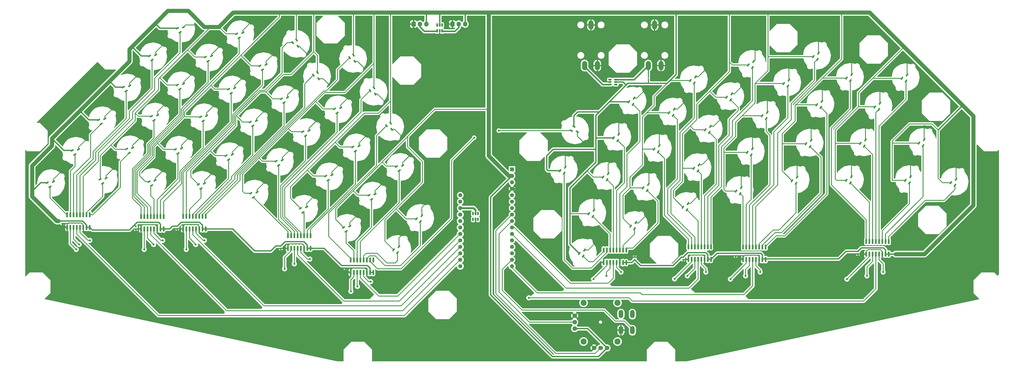
<source format=gtl>
%TF.GenerationSoftware,KiCad,Pcbnew,7.0.10-148-g62bb553460*%
%TF.CreationDate,2024-03-27T23:52:54+01:00*%
%TF.ProjectId,bandoneon,62616e64-6f6e-4656-9f6e-2e6b69636164,rev?*%
%TF.SameCoordinates,Original*%
%TF.FileFunction,Copper,L1,Top*%
%TF.FilePolarity,Positive*%
%FSLAX46Y46*%
G04 Gerber Fmt 4.6, Leading zero omitted, Abs format (unit mm)*
G04 Created by KiCad (PCBNEW 7.0.10-148-g62bb553460) date 2024-03-27 23:52:54*
%MOMM*%
%LPD*%
G01*
G04 APERTURE LIST*
G04 Aperture macros list*
%AMRoundRect*
0 Rectangle with rounded corners*
0 $1 Rounding radius*
0 $2 $3 $4 $5 $6 $7 $8 $9 X,Y pos of 4 corners*
0 Add a 4 corners polygon primitive as box body*
4,1,4,$2,$3,$4,$5,$6,$7,$8,$9,$2,$3,0*
0 Add four circle primitives for the rounded corners*
1,1,$1+$1,$2,$3*
1,1,$1+$1,$4,$5*
1,1,$1+$1,$6,$7*
1,1,$1+$1,$8,$9*
0 Add four rect primitives between the rounded corners*
20,1,$1+$1,$2,$3,$4,$5,0*
20,1,$1+$1,$4,$5,$6,$7,0*
20,1,$1+$1,$6,$7,$8,$9,0*
20,1,$1+$1,$8,$9,$2,$3,0*%
G04 Aperture macros list end*
%TA.AperFunction,SMDPad,CuDef*%
%ADD10RoundRect,0.150000X-0.150000X0.825000X-0.150000X-0.825000X0.150000X-0.825000X0.150000X0.825000X0*%
%TD*%
%TA.AperFunction,SMDPad,CuDef*%
%ADD11RoundRect,0.150000X-0.348123X-0.404928X0.511515X0.153327X0.348123X0.404928X-0.511515X-0.153327X0*%
%TD*%
%TA.AperFunction,SMDPad,CuDef*%
%ADD12RoundRect,0.150000X-0.153327X-0.511515X0.404928X0.348123X0.153327X0.511515X-0.404928X-0.348123X0*%
%TD*%
%TA.AperFunction,SMDPad,CuDef*%
%ADD13RoundRect,0.150000X-0.404928X0.348123X0.153327X-0.511515X0.404928X-0.348123X-0.153327X0.511515X0*%
%TD*%
%TA.AperFunction,SMDPad,CuDef*%
%ADD14RoundRect,0.140000X-0.170000X0.140000X-0.170000X-0.140000X0.170000X-0.140000X0.170000X0.140000X0*%
%TD*%
%TA.AperFunction,SMDPad,CuDef*%
%ADD15RoundRect,0.140000X0.170000X-0.140000X0.170000X0.140000X-0.170000X0.140000X-0.170000X-0.140000X0*%
%TD*%
%TA.AperFunction,SMDPad,CuDef*%
%ADD16RoundRect,0.150000X-0.179887X-0.502789X0.422592X0.326453X0.179887X0.502789X-0.422592X-0.326453X0*%
%TD*%
%TA.AperFunction,SMDPad,CuDef*%
%ADD17RoundRect,0.150000X-0.511515X0.153327X0.348123X-0.404928X0.511515X-0.153327X-0.348123X0.404928X0*%
%TD*%
%TA.AperFunction,SMDPad,CuDef*%
%ADD18RoundRect,0.150000X0.150000X-0.512500X0.150000X0.512500X-0.150000X0.512500X-0.150000X-0.512500X0*%
%TD*%
%TA.AperFunction,SMDPad,CuDef*%
%ADD19RoundRect,0.150000X-0.512500X-0.150000X0.512500X-0.150000X0.512500X0.150000X-0.512500X0.150000X0*%
%TD*%
%TA.AperFunction,SMDPad,CuDef*%
%ADD20RoundRect,0.100000X-0.100000X0.130000X-0.100000X-0.130000X0.100000X-0.130000X0.100000X0.130000X0*%
%TD*%
%TA.AperFunction,ComponentPad*%
%ADD21R,1.600000X1.600000*%
%TD*%
%TA.AperFunction,ComponentPad*%
%ADD22C,1.600000*%
%TD*%
%TA.AperFunction,ComponentPad*%
%ADD23C,2.400000*%
%TD*%
%TA.AperFunction,ComponentPad*%
%ADD24O,1.800000X3.200000*%
%TD*%
%TA.AperFunction,ComponentPad*%
%ADD25C,1.800000*%
%TD*%
%TA.AperFunction,ComponentPad*%
%ADD26O,2.000000X3.600000*%
%TD*%
%TA.AperFunction,ComponentPad*%
%ADD27O,2.000000X3.500000*%
%TD*%
%TA.AperFunction,ComponentPad*%
%ADD28RoundRect,0.250000X-0.600000X-0.725000X0.600000X-0.725000X0.600000X0.725000X-0.600000X0.725000X0*%
%TD*%
%TA.AperFunction,ComponentPad*%
%ADD29O,1.700000X1.950000*%
%TD*%
%TA.AperFunction,ViaPad*%
%ADD30C,0.800000*%
%TD*%
%TA.AperFunction,Conductor*%
%ADD31C,0.500000*%
%TD*%
%TA.AperFunction,Conductor*%
%ADD32C,0.300000*%
%TD*%
%TA.AperFunction,Conductor*%
%ADD33C,1.600000*%
%TD*%
%TA.AperFunction,Conductor*%
%ADD34C,0.400000*%
%TD*%
%TA.AperFunction,Conductor*%
%ADD35C,0.800000*%
%TD*%
%TA.AperFunction,Conductor*%
%ADD36C,0.600000*%
%TD*%
G04 APERTURE END LIST*
D10*
%TO.P,U9,1,CH0*%
%TO.N,Net-(H56-OUT)*%
X355346000Y-213360000D03*
%TO.P,U9,2,CH1*%
%TO.N,Net-(H57-OUT)*%
X354076000Y-213360000D03*
%TO.P,U9,3,CH2*%
%TO.N,Net-(H58-OUT)*%
X352806000Y-213360000D03*
%TO.P,U9,4,CH3*%
%TO.N,Net-(H59-OUT)*%
X351536000Y-213360000D03*
%TO.P,U9,5,CH4*%
%TO.N,Net-(H60-OUT)*%
X350266000Y-213360000D03*
%TO.P,U9,6,CH5*%
%TO.N,Net-(H61-OUT)*%
X348996000Y-213360000D03*
%TO.P,U9,7,CH6*%
%TO.N,Net-(H62-OUT)*%
X347726000Y-213360000D03*
%TO.P,U9,8,CH7*%
%TO.N,Net-(H63-OUT)*%
X346456000Y-213360000D03*
%TO.P,U9,9,DGND*%
%TO.N,GND*%
X346456000Y-218310000D03*
%TO.P,U9,10,~{CS}/SHDN*%
%TO.N,/CS*%
X347726000Y-218310000D03*
%TO.P,U9,11,Din*%
%TO.N,/MOSI*%
X348996000Y-218310000D03*
%TO.P,U9,12,Dout*%
%TO.N,/G7/MISO*%
X350266000Y-218310000D03*
%TO.P,U9,13,CLK*%
%TO.N,/CLK*%
X351536000Y-218310000D03*
%TO.P,U9,14,AGND*%
%TO.N,GND*%
X352806000Y-218310000D03*
%TO.P,U9,15,Vref*%
%TO.N,+3.3V*%
X354076000Y-218310000D03*
%TO.P,U9,16,Vdd*%
X355346000Y-218310000D03*
%TD*%
D11*
%TO.P,H37,1,VCC*%
%TO.N,+3.3V*%
X148213805Y-162135290D03*
%TO.P,H37,2,OUT*%
%TO.N,Net-(H37-OUT)*%
X149248619Y-163728764D03*
%TO.P,H37,3,GND*%
%TO.N,GND*%
X150639188Y-161692973D03*
%TD*%
%TO.P,H38,1,VCC*%
%TO.N,+3.3V*%
X137889905Y-174151390D03*
%TO.P,H38,2,OUT*%
%TO.N,Net-(H38-OUT)*%
X138924719Y-175744864D03*
%TO.P,H38,3,GND*%
%TO.N,GND*%
X140315288Y-173709073D03*
%TD*%
D12*
%TO.P,H43,1,VCC*%
%TO.N,+3.3V*%
X463600536Y-145845181D03*
%TO.P,H43,2,OUT*%
%TO.N,Net-(H43-OUT)*%
X465194010Y-146879995D03*
%TO.P,H43,3,GND*%
%TO.N,GND*%
X465636327Y-144454612D03*
%TD*%
D13*
%TO.P,H11,1,VCC*%
%TO.N,+3.3V*%
X256360410Y-149568205D03*
%TO.P,H11,2,OUT*%
%TO.N,Net-(H11-OUT)*%
X254766936Y-150603019D03*
%TO.P,H11,3,GND*%
%TO.N,GND*%
X256802727Y-151993588D03*
%TD*%
D11*
%TO.P,H31,1,VCC*%
%TO.N,+3.3V*%
X211541405Y-140859990D03*
%TO.P,H31,2,OUT*%
%TO.N,Net-(H31-OUT)*%
X212576219Y-142453464D03*
%TO.P,H31,3,GND*%
%TO.N,GND*%
X213966788Y-140417673D03*
%TD*%
%TO.P,H14,1,VCC*%
%TO.N,+3.3V*%
X217896705Y-178439490D03*
%TO.P,H14,2,OUT*%
%TO.N,Net-(H14-OUT)*%
X218931519Y-180032964D03*
%TO.P,H14,3,GND*%
%TO.N,GND*%
X220322088Y-177997173D03*
%TD*%
D12*
%TO.P,H69,1,VCC*%
%TO.N,+3.3V*%
X408706536Y-160565181D03*
%TO.P,H69,2,OUT*%
%TO.N,Net-(H69-OUT)*%
X410300010Y-161599995D03*
%TO.P,H69,3,GND*%
%TO.N,GND*%
X410742327Y-159174612D03*
%TD*%
D14*
%TO.P,C1,1*%
%TO.N,+3.3V*%
X398272000Y-214658000D03*
%TO.P,C1,2*%
%TO.N,GND*%
X398272000Y-215618000D03*
%TD*%
D11*
%TO.P,H5,1,VCC*%
%TO.N,+3.3V*%
X254335205Y-191766490D03*
%TO.P,H5,2,OUT*%
%TO.N,Net-(H5-OUT)*%
X255370019Y-193359964D03*
%TO.P,H5,3,GND*%
%TO.N,GND*%
X256760588Y-191324173D03*
%TD*%
D12*
%TO.P,H41,1,VCC*%
%TO.N,+3.3V*%
X470284736Y-171302081D03*
%TO.P,H41,2,OUT*%
%TO.N,Net-(H41-OUT)*%
X471878210Y-172336895D03*
%TO.P,H41,3,GND*%
%TO.N,GND*%
X472320527Y-169911512D03*
%TD*%
D15*
%TO.P,C2,1*%
%TO.N,+3.3V*%
X358648000Y-217142000D03*
%TO.P,C2,2*%
%TO.N,GND*%
X358648000Y-216182000D03*
%TD*%
D12*
%TO.P,H61,1,VCC*%
%TO.N,+3.3V*%
X340623936Y-199086981D03*
%TO.P,H61,2,OUT*%
%TO.N,Net-(H61-OUT)*%
X342217410Y-200121795D03*
%TO.P,H61,3,GND*%
%TO.N,GND*%
X342659727Y-197696412D03*
%TD*%
%TO.P,H68,1,VCC*%
%TO.N,+3.3V*%
X417165636Y-147831981D03*
%TO.P,H68,2,OUT*%
%TO.N,Net-(H68-OUT)*%
X418759110Y-148866795D03*
%TO.P,H68,3,GND*%
%TO.N,GND*%
X419201427Y-146441412D03*
%TD*%
D14*
%TO.P,C5,1*%
%TO.N,+3.3V*%
X245110000Y-219484000D03*
%TO.P,C5,2*%
%TO.N,GND*%
X245110000Y-220444000D03*
%TD*%
D11*
%TO.P,H29,1,VCC*%
%TO.N,+3.3V*%
X187365205Y-187546490D03*
%TO.P,H29,2,OUT*%
%TO.N,Net-(H29-OUT)*%
X188400019Y-189139964D03*
%TO.P,H29,3,GND*%
%TO.N,GND*%
X189790588Y-187104173D03*
%TD*%
%TO.P,H16,1,VCC*%
%TO.N,+3.3V*%
X199227905Y-150056490D03*
%TO.P,H16,2,OUT*%
%TO.N,Net-(H16-OUT)*%
X200262719Y-151649964D03*
%TO.P,H16,3,GND*%
%TO.N,GND*%
X201653288Y-149614173D03*
%TD*%
D14*
%TO.P,C8,1*%
%TO.N,+3.3V*%
X219710000Y-211765000D03*
%TO.P,C8,2*%
%TO.N,GND*%
X219710000Y-212725000D03*
%TD*%
D11*
%TO.P,H18,1,VCC*%
%TO.N,+3.3V*%
X178338205Y-173769590D03*
%TO.P,H18,2,OUT*%
%TO.N,Net-(H18-OUT)*%
X179373019Y-175363064D03*
%TO.P,H18,3,GND*%
%TO.N,GND*%
X180763588Y-173327273D03*
%TD*%
D12*
%TO.P,H58,1,VCC*%
%TO.N,+3.3V*%
X356406536Y-155005181D03*
%TO.P,H58,2,OUT*%
%TO.N,Net-(H58-OUT)*%
X358000010Y-156039995D03*
%TO.P,H58,3,GND*%
%TO.N,GND*%
X358442327Y-153614612D03*
%TD*%
D11*
%TO.P,H9,1,VCC*%
%TO.N,+3.3V*%
X237345505Y-184242990D03*
%TO.P,H9,2,OUT*%
%TO.N,Net-(H9-OUT)*%
X238380319Y-185836464D03*
%TO.P,H9,3,GND*%
%TO.N,GND*%
X239770888Y-183800673D03*
%TD*%
%TO.P,H13,1,VCC*%
%TO.N,+3.3V*%
X228415205Y-166781490D03*
%TO.P,H13,2,OUT*%
%TO.N,Net-(H13-OUT)*%
X229450019Y-168374964D03*
%TO.P,H13,3,GND*%
%TO.N,GND*%
X230840588Y-166339173D03*
%TD*%
D12*
%TO.P,H49,1,VCC*%
%TO.N,+3.3V*%
X394775536Y-153251181D03*
%TO.P,H49,2,OUT*%
%TO.N,Net-(H49-OUT)*%
X396369010Y-154285995D03*
%TO.P,H49,3,GND*%
%TO.N,GND*%
X396811327Y-151860612D03*
%TD*%
%TO.P,H48,1,VCC*%
%TO.N,+3.3V*%
X403328136Y-140551181D03*
%TO.P,H48,2,OUT*%
%TO.N,Net-(H48-OUT)*%
X404921610Y-141585995D03*
%TO.P,H48,3,GND*%
%TO.N,GND*%
X405363927Y-139160612D03*
%TD*%
D16*
%TO.P,H3,1,VCC*%
%TO.N,+3.3V*%
X264044228Y-213300861D03*
%TO.P,H3,2,OUT*%
%TO.N,Net-(H3-OUT)*%
X265581360Y-214417653D03*
%TO.P,H3,3,GND*%
%TO.N,GND*%
X266150006Y-212018743D03*
%TD*%
D12*
%TO.P,H54,1,VCC*%
%TO.N,+3.3V*%
X372141936Y-159321981D03*
%TO.P,H54,2,OUT*%
%TO.N,Net-(H54-OUT)*%
X373735410Y-160356795D03*
%TO.P,H54,3,GND*%
%TO.N,GND*%
X374177727Y-157931412D03*
%TD*%
%TO.P,H63,1,VCC*%
%TO.N,+3.3V*%
X336889036Y-214741081D03*
%TO.P,H63,2,OUT*%
%TO.N,Net-(H63-OUT)*%
X338482510Y-215775895D03*
%TO.P,H63,3,GND*%
%TO.N,GND*%
X338924827Y-213350512D03*
%TD*%
D14*
%TO.P,C7,1*%
%TO.N,+3.3V*%
X133985000Y-201958000D03*
%TO.P,C7,2*%
%TO.N,GND*%
X133985000Y-202918000D03*
%TD*%
D13*
%TO.P,H25,1,VCC*%
%TO.N,+3.3V*%
X234136410Y-143514805D03*
%TO.P,H25,2,OUT*%
%TO.N,Net-(H25-OUT)*%
X232542936Y-144549619D03*
%TO.P,H25,3,GND*%
%TO.N,GND*%
X234578727Y-145940188D03*
%TD*%
D12*
%TO.P,H71,1,VCC*%
%TO.N,+3.3V*%
X398479336Y-190165081D03*
%TO.P,H71,2,OUT*%
%TO.N,Net-(H71-OUT)*%
X400072810Y-191199895D03*
%TO.P,H71,3,GND*%
%TO.N,GND*%
X400515127Y-188774512D03*
%TD*%
%TO.P,H50,1,VCC*%
%TO.N,+3.3V*%
X386356036Y-166036881D03*
%TO.P,H50,2,OUT*%
%TO.N,Net-(H50-OUT)*%
X387949510Y-167071695D03*
%TO.P,H50,3,GND*%
%TO.N,GND*%
X388391827Y-164646312D03*
%TD*%
%TO.P,H42,1,VCC*%
%TO.N,+3.3V*%
X464968236Y-185921981D03*
%TO.P,H42,2,OUT*%
%TO.N,Net-(H42-OUT)*%
X466561710Y-186956795D03*
%TO.P,H42,3,GND*%
%TO.N,GND*%
X467004027Y-184531412D03*
%TD*%
D10*
%TO.P,U6,1,CH0*%
%TO.N,Net-(H32-OUT)*%
X144770000Y-199500000D03*
%TO.P,U6,2,CH1*%
%TO.N,Net-(H33-OUT)*%
X143500000Y-199500000D03*
%TO.P,U6,3,CH2*%
%TO.N,Net-(H34-OUT)*%
X142230000Y-199500000D03*
%TO.P,U6,4,CH3*%
%TO.N,Net-(H35-OUT)*%
X140960000Y-199500000D03*
%TO.P,U6,5,CH4*%
%TO.N,Net-(H36-OUT)*%
X139690000Y-199500000D03*
%TO.P,U6,6,CH5*%
%TO.N,Net-(H37-OUT)*%
X138420000Y-199500000D03*
%TO.P,U6,7,CH6*%
%TO.N,Net-(H38-OUT)*%
X137150000Y-199500000D03*
%TO.P,U6,8,CH7*%
%TO.N,Net-(H39-OUT)*%
X135880000Y-199500000D03*
%TO.P,U6,9,DGND*%
%TO.N,GND*%
X135880000Y-204450000D03*
%TO.P,U6,10,~{CS}/SHDN*%
%TO.N,/CS*%
X137150000Y-204450000D03*
%TO.P,U6,11,Din*%
%TO.N,/MOSI*%
X138420000Y-204450000D03*
%TO.P,U6,12,Dout*%
%TO.N,/G5/MISO*%
X139690000Y-204450000D03*
%TO.P,U6,13,CLK*%
%TO.N,/CLK*%
X140960000Y-204450000D03*
%TO.P,U6,14,AGND*%
%TO.N,GND*%
X142230000Y-204450000D03*
%TO.P,U6,15,Vref*%
%TO.N,+3.3V*%
X143500000Y-204450000D03*
%TO.P,U6,16,Vdd*%
X144770000Y-204450000D03*
%TD*%
D11*
%TO.P,H33,1,VCC*%
%TO.N,+3.3V*%
X148768205Y-185542290D03*
%TO.P,H33,2,OUT*%
%TO.N,Net-(H33-OUT)*%
X149803019Y-187135764D03*
%TO.P,H33,3,GND*%
%TO.N,GND*%
X151193588Y-185099973D03*
%TD*%
D14*
%TO.P,C6,1*%
%TO.N,+3.3V*%
X446278000Y-213896000D03*
%TO.P,C6,2*%
%TO.N,GND*%
X446278000Y-214856000D03*
%TD*%
D17*
%TO.P,H1,1,VCC*%
%TO.N,+3.3V*%
X334803019Y-164791936D03*
%TO.P,H1,2,OUT*%
%TO.N,Net-(H1-OUT)*%
X333768205Y-166385410D03*
%TO.P,H1,3,GND*%
%TO.N,GND*%
X336193588Y-166827727D03*
%TD*%
D10*
%TO.P,U8,1,CH0*%
%TO.N,Net-(H48-OUT)*%
X388620000Y-212090000D03*
%TO.P,U8,2,CH1*%
%TO.N,Net-(H49-OUT)*%
X387350000Y-212090000D03*
%TO.P,U8,3,CH2*%
%TO.N,Net-(H50-OUT)*%
X386080000Y-212090000D03*
%TO.P,U8,4,CH3*%
%TO.N,Net-(H51-OUT)*%
X384810000Y-212090000D03*
%TO.P,U8,5,CH4*%
%TO.N,Net-(H52-OUT)*%
X383540000Y-212090000D03*
%TO.P,U8,6,CH5*%
%TO.N,Net-(H53-OUT)*%
X382270000Y-212090000D03*
%TO.P,U8,7,CH6*%
%TO.N,Net-(H54-OUT)*%
X381000000Y-212090000D03*
%TO.P,U8,8,CH7*%
%TO.N,Net-(H55-OUT)*%
X379730000Y-212090000D03*
%TO.P,U8,9,DGND*%
%TO.N,GND*%
X379730000Y-217040000D03*
%TO.P,U8,10,~{CS}/SHDN*%
%TO.N,/CS*%
X381000000Y-217040000D03*
%TO.P,U8,11,Din*%
%TO.N,/MOSI*%
X382270000Y-217040000D03*
%TO.P,U8,12,Dout*%
%TO.N,/G10/MISO*%
X383540000Y-217040000D03*
%TO.P,U8,13,CLK*%
%TO.N,/CLK*%
X384810000Y-217040000D03*
%TO.P,U8,14,AGND*%
%TO.N,GND*%
X386080000Y-217040000D03*
%TO.P,U8,15,Vref*%
%TO.N,+3.3V*%
X387350000Y-217040000D03*
%TO.P,U8,16,Vdd*%
X388620000Y-217040000D03*
%TD*%
D11*
%TO.P,H6,1,VCC*%
%TO.N,+3.3V*%
X244385205Y-204446490D03*
%TO.P,H6,2,OUT*%
%TO.N,Net-(H6-OUT)*%
X245420019Y-206039964D03*
%TO.P,H6,3,GND*%
%TO.N,GND*%
X246810588Y-204004173D03*
%TD*%
%TO.P,H20,1,VCC*%
%TO.N,+3.3V*%
X202400005Y-128299990D03*
%TO.P,H20,2,OUT*%
%TO.N,Net-(H20-OUT)*%
X203434819Y-129893464D03*
%TO.P,H20,3,GND*%
%TO.N,GND*%
X204825388Y-127857673D03*
%TD*%
D18*
%TO.P,U13,1,IO1*%
%TO.N,/P2*%
X281154000Y-127121500D03*
%TO.P,U13,2,VN*%
%TO.N,GND*%
X282104000Y-127121500D03*
%TO.P,U13,3,IO2*%
%TO.N,/P1*%
X283054000Y-127121500D03*
%TO.P,U13,4,IO3*%
%TO.N,unconnected-(U13-IO3-Pad4)*%
X283054000Y-124846500D03*
%TO.P,U13,5,VP*%
%TO.N,+3.3V*%
X282104000Y-124846500D03*
%TO.P,U13,6,IO4*%
%TO.N,unconnected-(U13-IO4-Pad6)*%
X281154000Y-124846500D03*
%TD*%
D11*
%TO.P,H32,1,VCC*%
%TO.N,+3.3V*%
X159168205Y-173589590D03*
%TO.P,H32,2,OUT*%
%TO.N,Net-(H32-OUT)*%
X160203019Y-175183064D03*
%TO.P,H32,3,GND*%
%TO.N,GND*%
X161593588Y-173147273D03*
%TD*%
D19*
%TO.P,U11,1,IO1*%
%TO.N,unconnected-(U11-IO1-Pad1)*%
X348966500Y-146326000D03*
%TO.P,U11,2,VN*%
%TO.N,GND*%
X348966500Y-147276000D03*
%TO.P,U11,3,IO2*%
%TO.N,/SUS_PED*%
X348966500Y-148226000D03*
%TO.P,U11,4,IO3*%
%TO.N,unconnected-(U11-IO3-Pad4)*%
X351241500Y-148226000D03*
%TO.P,U11,5,VP*%
%TO.N,+3.3V*%
X351241500Y-147276000D03*
%TO.P,U11,6,IO4*%
%TO.N,/EXPR_PED*%
X351241500Y-146326000D03*
%TD*%
D11*
%TO.P,H21,1,VCC*%
%TO.N,+3.3V*%
X190150005Y-137449990D03*
%TO.P,H21,2,OUT*%
%TO.N,Net-(H21-OUT)*%
X191184819Y-139043464D03*
%TO.P,H21,3,GND*%
%TO.N,GND*%
X192575388Y-137007673D03*
%TD*%
D10*
%TO.P,U3,1,CH0*%
%TO.N,Net-(H8-OUT)*%
X231394000Y-207710000D03*
%TO.P,U3,2,CH1*%
%TO.N,Net-(H9-OUT)*%
X230124000Y-207710000D03*
%TO.P,U3,3,CH2*%
%TO.N,Net-(H10-OUT)*%
X228854000Y-207710000D03*
%TO.P,U3,4,CH3*%
%TO.N,Net-(H11-OUT)*%
X227584000Y-207710000D03*
%TO.P,U3,5,CH4*%
%TO.N,Net-(H12-OUT)*%
X226314000Y-207710000D03*
%TO.P,U3,6,CH5*%
%TO.N,Net-(H13-OUT)*%
X225044000Y-207710000D03*
%TO.P,U3,7,CH6*%
%TO.N,Net-(H14-OUT)*%
X223774000Y-207710000D03*
%TO.P,U3,8,CH7*%
%TO.N,Net-(H15-OUT)*%
X222504000Y-207710000D03*
%TO.P,U3,9,DGND*%
%TO.N,GND*%
X222504000Y-212660000D03*
%TO.P,U3,10,~{CS}/SHDN*%
%TO.N,/CS*%
X223774000Y-212660000D03*
%TO.P,U3,11,Din*%
%TO.N,/MOSI*%
X225044000Y-212660000D03*
%TO.P,U3,12,Dout*%
%TO.N,/G2/MISO*%
X226314000Y-212660000D03*
%TO.P,U3,13,CLK*%
%TO.N,/CLK*%
X227584000Y-212660000D03*
%TO.P,U3,14,AGND*%
%TO.N,GND*%
X228854000Y-212660000D03*
%TO.P,U3,15,Vref*%
%TO.N,+3.3V*%
X230124000Y-212660000D03*
%TO.P,U3,16,Vdd*%
X231394000Y-212660000D03*
%TD*%
D11*
%TO.P,H12,1,VCC*%
%TO.N,+3.3V*%
X240815205Y-157856490D03*
%TO.P,H12,2,OUT*%
%TO.N,Net-(H12-OUT)*%
X241850019Y-159449964D03*
%TO.P,H12,3,GND*%
%TO.N,GND*%
X243240588Y-157414173D03*
%TD*%
%TO.P,H26,1,VCC*%
%TO.N,+3.3V*%
X219960305Y-153820490D03*
%TO.P,H26,2,OUT*%
%TO.N,Net-(H26-OUT)*%
X220995119Y-155413964D03*
%TO.P,H26,3,GND*%
%TO.N,GND*%
X222385688Y-153378173D03*
%TD*%
D12*
%TO.P,H52,1,VCC*%
%TO.N,+3.3V*%
X377553636Y-196479781D03*
%TO.P,H52,2,OUT*%
%TO.N,Net-(H52-OUT)*%
X379147110Y-197514595D03*
%TO.P,H52,3,GND*%
%TO.N,GND*%
X379589427Y-195089212D03*
%TD*%
D14*
%TO.P,C3,1*%
%TO.N,+3.3V*%
X162814000Y-204145000D03*
%TO.P,C3,2*%
%TO.N,GND*%
X162814000Y-205105000D03*
%TD*%
D12*
%TO.P,H44,1,VCC*%
%TO.N,+3.3V*%
X452930536Y-157026181D03*
%TO.P,H44,2,OUT*%
%TO.N,Net-(H44-OUT)*%
X454524010Y-158060995D03*
%TO.P,H44,3,GND*%
%TO.N,GND*%
X454966327Y-155635612D03*
%TD*%
D11*
%TO.P,H19,1,VCC*%
%TO.N,+3.3V*%
X167988605Y-186402790D03*
%TO.P,H19,2,OUT*%
%TO.N,Net-(H19-OUT)*%
X169023419Y-187996264D03*
%TO.P,H19,3,GND*%
%TO.N,GND*%
X170413988Y-185960473D03*
%TD*%
D12*
%TO.P,H53,1,VCC*%
%TO.N,+3.3V*%
X380493336Y-146631681D03*
%TO.P,H53,2,OUT*%
%TO.N,Net-(H53-OUT)*%
X382086810Y-147666495D03*
%TO.P,H53,3,GND*%
%TO.N,GND*%
X382529127Y-145241112D03*
%TD*%
%TO.P,H59,1,VCC*%
%TO.N,+3.3V*%
X350414236Y-169230581D03*
%TO.P,H59,2,OUT*%
%TO.N,Net-(H59-OUT)*%
X352007710Y-170265395D03*
%TO.P,H59,3,GND*%
%TO.N,GND*%
X352450027Y-167840012D03*
%TD*%
D11*
%TO.P,H22,1,VCC*%
%TO.N,+3.3V*%
X179114605Y-148402890D03*
%TO.P,H22,2,OUT*%
%TO.N,Net-(H22-OUT)*%
X180149419Y-149996364D03*
%TO.P,H22,3,GND*%
%TO.N,GND*%
X181539988Y-147960573D03*
%TD*%
%TO.P,H15,1,VCC*%
%TO.N,+3.3V*%
X207989005Y-191005990D03*
%TO.P,H15,2,OUT*%
%TO.N,Net-(H15-OUT)*%
X209023819Y-192599464D03*
%TO.P,H15,3,GND*%
%TO.N,GND*%
X210414388Y-190563673D03*
%TD*%
%TO.P,H8,1,VCC*%
%TO.N,+3.3V*%
X248014005Y-172830990D03*
%TO.P,H8,2,OUT*%
%TO.N,Net-(H8-OUT)*%
X249048819Y-174424464D03*
%TO.P,H8,3,GND*%
%TO.N,GND*%
X250439388Y-172388673D03*
%TD*%
D12*
%TO.P,H70,1,VCC*%
%TO.N,+3.3V*%
X402844836Y-174921381D03*
%TO.P,H70,2,OUT*%
%TO.N,Net-(H70-OUT)*%
X404438310Y-175956195D03*
%TO.P,H70,3,GND*%
%TO.N,GND*%
X404880627Y-173530812D03*
%TD*%
D14*
%TO.P,C9,1*%
%TO.N,+3.3V*%
X377698000Y-216182000D03*
%TO.P,C9,2*%
%TO.N,GND*%
X377698000Y-217142000D03*
%TD*%
D12*
%TO.P,H47,1,VCC*%
%TO.N,+3.3V*%
X441794236Y-145690581D03*
%TO.P,H47,2,OUT*%
%TO.N,Net-(H47-OUT)*%
X443387710Y-146725395D03*
%TO.P,H47,3,GND*%
%TO.N,GND*%
X443830027Y-144300012D03*
%TD*%
%TO.P,H45,1,VCC*%
%TO.N,+3.3V*%
X447201436Y-171403681D03*
%TO.P,H45,2,OUT*%
%TO.N,Net-(H45-OUT)*%
X448794910Y-172438495D03*
%TO.P,H45,3,GND*%
%TO.N,GND*%
X449237227Y-170013112D03*
%TD*%
D16*
%TO.P,H2,1,VCC*%
%TO.N,+3.3V*%
X272998728Y-201077061D03*
%TO.P,H2,2,OUT*%
%TO.N,Net-(H2-OUT)*%
X274535860Y-202193853D03*
%TO.P,H2,3,GND*%
%TO.N,GND*%
X275104506Y-199794943D03*
%TD*%
D11*
%TO.P,H34,1,VCC*%
%TO.N,+3.3V*%
X179165205Y-126106490D03*
%TO.P,H34,2,OUT*%
%TO.N,Net-(H34-OUT)*%
X180200019Y-127699964D03*
%TO.P,H34,3,GND*%
%TO.N,GND*%
X181590588Y-125664173D03*
%TD*%
D12*
%TO.P,H51,1,VCC*%
%TO.N,+3.3V*%
X381886536Y-181215181D03*
%TO.P,H51,2,OUT*%
%TO.N,Net-(H51-OUT)*%
X383480010Y-182249995D03*
%TO.P,H51,3,GND*%
%TO.N,GND*%
X383922327Y-179824612D03*
%TD*%
D11*
%TO.P,H36,1,VCC*%
%TO.N,+3.3V*%
X157974605Y-149242290D03*
%TO.P,H36,2,OUT*%
%TO.N,Net-(H36-OUT)*%
X159009419Y-150835764D03*
%TO.P,H36,3,GND*%
%TO.N,GND*%
X160399988Y-148799973D03*
%TD*%
D12*
%TO.P,H57,1,VCC*%
%TO.N,+3.3V*%
X357037436Y-203941281D03*
%TO.P,H57,2,OUT*%
%TO.N,Net-(H57-OUT)*%
X358630910Y-204976095D03*
%TO.P,H57,3,GND*%
%TO.N,GND*%
X359073227Y-202550712D03*
%TD*%
%TO.P,H67,1,VCC*%
%TO.N,+3.3V*%
X428796536Y-137285181D03*
%TO.P,H67,2,OUT*%
%TO.N,Net-(H67-OUT)*%
X430390010Y-138319995D03*
%TO.P,H67,3,GND*%
%TO.N,GND*%
X430832327Y-135894612D03*
%TD*%
%TO.P,H64,1,VCC*%
%TO.N,+3.3V*%
X430146536Y-156235181D03*
%TO.P,H64,2,OUT*%
%TO.N,Net-(H64-OUT)*%
X431740010Y-157269995D03*
%TO.P,H64,3,GND*%
%TO.N,GND*%
X432182327Y-154844612D03*
%TD*%
D11*
%TO.P,H35,1,VCC*%
%TO.N,+3.3V*%
X168178605Y-137022790D03*
%TO.P,H35,2,OUT*%
%TO.N,Net-(H35-OUT)*%
X169213419Y-138616264D03*
%TO.P,H35,3,GND*%
%TO.N,GND*%
X170603988Y-136580473D03*
%TD*%
D10*
%TO.P,U7,1,CH0*%
%TO.N,Net-(H40-OUT)*%
X458445000Y-210000000D03*
%TO.P,U7,2,CH1*%
%TO.N,Net-(H41-OUT)*%
X457175000Y-210000000D03*
%TO.P,U7,3,CH2*%
%TO.N,Net-(H42-OUT)*%
X455905000Y-210000000D03*
%TO.P,U7,4,CH3*%
%TO.N,Net-(H43-OUT)*%
X454635000Y-210000000D03*
%TO.P,U7,5,CH4*%
%TO.N,Net-(H44-OUT)*%
X453365000Y-210000000D03*
%TO.P,U7,6,CH5*%
%TO.N,Net-(H45-OUT)*%
X452095000Y-210000000D03*
%TO.P,U7,7,CH6*%
%TO.N,Net-(H46-OUT)*%
X450825000Y-210000000D03*
%TO.P,U7,8,CH7*%
%TO.N,Net-(H47-OUT)*%
X449555000Y-210000000D03*
%TO.P,U7,9,DGND*%
%TO.N,GND*%
X449555000Y-214950000D03*
%TO.P,U7,10,~{CS}/SHDN*%
%TO.N,/CS*%
X450825000Y-214950000D03*
%TO.P,U7,11,Din*%
%TO.N,/MOSI*%
X452095000Y-214950000D03*
%TO.P,U7,12,Dout*%
%TO.N,/G9/MISO*%
X453365000Y-214950000D03*
%TO.P,U7,13,CLK*%
%TO.N,/CLK*%
X454635000Y-214950000D03*
%TO.P,U7,14,AGND*%
%TO.N,GND*%
X455905000Y-214950000D03*
%TO.P,U7,15,Vref*%
%TO.N,+3.3V*%
X457175000Y-214950000D03*
%TO.P,U7,16,Vdd*%
X458445000Y-214950000D03*
%TD*%
D11*
%TO.P,H28,1,VCC*%
%TO.N,+3.3V*%
X198228205Y-176239590D03*
%TO.P,H28,2,OUT*%
%TO.N,Net-(H28-OUT)*%
X199263019Y-177833064D03*
%TO.P,H28,3,GND*%
%TO.N,GND*%
X200653588Y-175797273D03*
%TD*%
D12*
%TO.P,H40,1,VCC*%
%TO.N,+3.3V*%
X482840536Y-186875481D03*
%TO.P,H40,2,OUT*%
%TO.N,Net-(H40-OUT)*%
X484434010Y-187910295D03*
%TO.P,H40,3,GND*%
%TO.N,GND*%
X484876327Y-185484912D03*
%TD*%
%TO.P,H66,1,VCC*%
%TO.N,+3.3V*%
X420425436Y-186093881D03*
%TO.P,H66,2,OUT*%
%TO.N,Net-(H66-OUT)*%
X422018910Y-187128695D03*
%TO.P,H66,3,GND*%
%TO.N,GND*%
X422461227Y-184703312D03*
%TD*%
D11*
%TO.P,H39,1,VCC*%
%TO.N,+3.3V*%
X128076905Y-186889690D03*
%TO.P,H39,2,OUT*%
%TO.N,Net-(H39-OUT)*%
X129111719Y-188483164D03*
%TO.P,H39,3,GND*%
%TO.N,GND*%
X130502288Y-186447373D03*
%TD*%
D12*
%TO.P,H62,1,VCC*%
%TO.N,+3.3V*%
X329416936Y-182146981D03*
%TO.P,H62,2,OUT*%
%TO.N,Net-(H62-OUT)*%
X331010410Y-183181795D03*
%TO.P,H62,3,GND*%
%TO.N,GND*%
X331452727Y-180756412D03*
%TD*%
%TO.P,H56,1,VCC*%
%TO.N,+3.3V*%
X361958236Y-188900781D03*
%TO.P,H56,2,OUT*%
%TO.N,Net-(H56-OUT)*%
X363551710Y-189935595D03*
%TO.P,H56,3,GND*%
%TO.N,GND*%
X363994027Y-187510212D03*
%TD*%
D18*
%TO.P,U12,1,IO1*%
%TO.N,unconnected-(U12-IO1-Pad1)*%
X295214000Y-201289500D03*
%TO.P,U12,2,VN*%
%TO.N,GND*%
X296164000Y-201289500D03*
%TO.P,U12,3,IO2*%
%TO.N,unconnected-(U12-IO2-Pad3)*%
X297114000Y-201289500D03*
%TO.P,U12,4,IO3*%
%TO.N,unconnected-(U12-IO3-Pad4)*%
X297114000Y-199014500D03*
%TO.P,U12,5,VP*%
%TO.N,/VBUS*%
X296164000Y-199014500D03*
%TO.P,U12,6,IO4*%
%TO.N,unconnected-(U12-IO4-Pad6)*%
X295214000Y-199014500D03*
%TD*%
D10*
%TO.P,U2,1,CH0*%
%TO.N,unconnected-(U2-CH0-Pad1)*%
X256032000Y-217235000D03*
%TO.P,U2,2,CH1*%
%TO.N,Net-(H1-OUT)*%
X254762000Y-217235000D03*
%TO.P,U2,3,CH2*%
%TO.N,Net-(H2-OUT)*%
X253492000Y-217235000D03*
%TO.P,U2,4,CH3*%
%TO.N,Net-(H3-OUT)*%
X252222000Y-217235000D03*
%TO.P,U2,5,CH4*%
%TO.N,Net-(H4-OUT)*%
X250952000Y-217235000D03*
%TO.P,U2,6,CH5*%
%TO.N,Net-(H5-OUT)*%
X249682000Y-217235000D03*
%TO.P,U2,7,CH6*%
%TO.N,Net-(H6-OUT)*%
X248412000Y-217235000D03*
%TO.P,U2,8,CH7*%
%TO.N,Net-(H7-OUT)*%
X247142000Y-217235000D03*
%TO.P,U2,9,DGND*%
%TO.N,GND*%
X247142000Y-222185000D03*
%TO.P,U2,10,~{CS}/SHDN*%
%TO.N,/CS*%
X248412000Y-222185000D03*
%TO.P,U2,11,Din*%
%TO.N,/MOSI*%
X249682000Y-222185000D03*
%TO.P,U2,12,Dout*%
%TO.N,/G1/MISO*%
X250952000Y-222185000D03*
%TO.P,U2,13,CLK*%
%TO.N,/CLK*%
X252222000Y-222185000D03*
%TO.P,U2,14,AGND*%
%TO.N,GND*%
X253492000Y-222185000D03*
%TO.P,U2,15,Vref*%
%TO.N,+3.3V*%
X254762000Y-222185000D03*
%TO.P,U2,16,Vdd*%
X256032000Y-222185000D03*
%TD*%
D14*
%TO.P,C4,1*%
%TO.N,+3.3V*%
X179070000Y-203990000D03*
%TO.P,C4,2*%
%TO.N,GND*%
X179070000Y-204950000D03*
%TD*%
D12*
%TO.P,H60,1,VCC*%
%TO.N,+3.3V*%
X346256136Y-184673081D03*
%TO.P,H60,2,OUT*%
%TO.N,Net-(H60-OUT)*%
X347849610Y-185707895D03*
%TO.P,H60,3,GND*%
%TO.N,GND*%
X348291927Y-183282512D03*
%TD*%
D11*
%TO.P,H10,1,VCC*%
%TO.N,+3.3V*%
X227448205Y-196919590D03*
%TO.P,H10,2,OUT*%
%TO.N,Net-(H10-OUT)*%
X228483019Y-198513064D03*
%TO.P,H10,3,GND*%
%TO.N,GND*%
X229873588Y-196477273D03*
%TD*%
%TO.P,H17,1,VCC*%
%TO.N,+3.3V*%
X188225205Y-160966490D03*
%TO.P,H17,2,OUT*%
%TO.N,Net-(H17-OUT)*%
X189260019Y-162559964D03*
%TO.P,H17,3,GND*%
%TO.N,GND*%
X190650588Y-160524173D03*
%TD*%
D13*
%TO.P,H7,1,VCC*%
%TO.N,+3.3V*%
X262834410Y-163436105D03*
%TO.P,H7,2,OUT*%
%TO.N,Net-(H7-OUT)*%
X261240936Y-164470919D03*
%TO.P,H7,3,GND*%
%TO.N,GND*%
X263276727Y-165861488D03*
%TD*%
%TO.P,H24,1,VCC*%
%TO.N,+3.3V*%
X248310410Y-136668205D03*
%TO.P,H24,2,OUT*%
%TO.N,Net-(H24-OUT)*%
X246716936Y-137703019D03*
%TO.P,H24,3,GND*%
%TO.N,GND*%
X248752727Y-139093588D03*
%TD*%
D20*
%TO.P,R1,1*%
%TO.N,/EXPR_PED*%
X364004000Y-145456000D03*
%TO.P,R1,2*%
%TO.N,+3.3V*%
X364004000Y-146096000D03*
%TD*%
D10*
%TO.P,U4,1,CH0*%
%TO.N,Net-(H16-OUT)*%
X173736000Y-200152000D03*
%TO.P,U4,2,CH1*%
%TO.N,Net-(H17-OUT)*%
X172466000Y-200152000D03*
%TO.P,U4,3,CH2*%
%TO.N,Net-(H18-OUT)*%
X171196000Y-200152000D03*
%TO.P,U4,4,CH3*%
%TO.N,Net-(H19-OUT)*%
X169926000Y-200152000D03*
%TO.P,U4,5,CH4*%
%TO.N,Net-(H20-OUT)*%
X168656000Y-200152000D03*
%TO.P,U4,6,CH5*%
%TO.N,Net-(H21-OUT)*%
X167386000Y-200152000D03*
%TO.P,U4,7,CH6*%
%TO.N,Net-(H22-OUT)*%
X166116000Y-200152000D03*
%TO.P,U4,8,CH7*%
%TO.N,Net-(H23-OUT)*%
X164846000Y-200152000D03*
%TO.P,U4,9,DGND*%
%TO.N,GND*%
X164846000Y-205102000D03*
%TO.P,U4,10,~{CS}/SHDN*%
%TO.N,/CS*%
X166116000Y-205102000D03*
%TO.P,U4,11,Din*%
%TO.N,/MOSI*%
X167386000Y-205102000D03*
%TO.P,U4,12,Dout*%
%TO.N,/G3/MISO*%
X168656000Y-205102000D03*
%TO.P,U4,13,CLK*%
%TO.N,/CLK*%
X169926000Y-205102000D03*
%TO.P,U4,14,AGND*%
%TO.N,GND*%
X171196000Y-205102000D03*
%TO.P,U4,15,Vref*%
%TO.N,+3.3V*%
X172466000Y-205102000D03*
%TO.P,U4,16,Vdd*%
X173736000Y-205102000D03*
%TD*%
D11*
%TO.P,H4,1,VCC*%
%TO.N,+3.3V*%
X265165205Y-180506490D03*
%TO.P,H4,2,OUT*%
%TO.N,Net-(H4-OUT)*%
X266200019Y-182099964D03*
%TO.P,H4,3,GND*%
%TO.N,GND*%
X267590588Y-180064173D03*
%TD*%
D12*
%TO.P,H46,1,VCC*%
%TO.N,+3.3V*%
X441736536Y-185926081D03*
%TO.P,H46,2,OUT*%
%TO.N,Net-(H46-OUT)*%
X443330010Y-186960895D03*
%TO.P,H46,3,GND*%
%TO.N,GND*%
X443772327Y-184535512D03*
%TD*%
D13*
%TO.P,H30,1,VCC*%
%TO.N,+3.3V*%
X225956210Y-130746605D03*
%TO.P,H30,2,OUT*%
%TO.N,Net-(H30-OUT)*%
X224362736Y-131781419D03*
%TO.P,H30,3,GND*%
%TO.N,GND*%
X226398527Y-133171988D03*
%TD*%
D11*
%TO.P,H27,1,VCC*%
%TO.N,+3.3V*%
X207739005Y-162955990D03*
%TO.P,H27,2,OUT*%
%TO.N,Net-(H27-OUT)*%
X208773819Y-164549464D03*
%TO.P,H27,3,GND*%
%TO.N,GND*%
X210164388Y-162513673D03*
%TD*%
D10*
%TO.P,U10,1,CH0*%
%TO.N,Net-(H64-OUT)*%
X410083000Y-212155000D03*
%TO.P,U10,2,CH1*%
%TO.N,Net-(H65-OUT)*%
X408813000Y-212155000D03*
%TO.P,U10,3,CH2*%
%TO.N,Net-(H66-OUT)*%
X407543000Y-212155000D03*
%TO.P,U10,4,CH3*%
%TO.N,Net-(H67-OUT)*%
X406273000Y-212155000D03*
%TO.P,U10,5,CH4*%
%TO.N,Net-(H68-OUT)*%
X405003000Y-212155000D03*
%TO.P,U10,6,CH5*%
%TO.N,Net-(H69-OUT)*%
X403733000Y-212155000D03*
%TO.P,U10,7,CH6*%
%TO.N,Net-(H70-OUT)*%
X402463000Y-212155000D03*
%TO.P,U10,8,CH7*%
%TO.N,Net-(H71-OUT)*%
X401193000Y-212155000D03*
%TO.P,U10,9,DGND*%
%TO.N,GND*%
X401193000Y-217105000D03*
%TO.P,U10,10,~{CS}/SHDN*%
%TO.N,/CS*%
X402463000Y-217105000D03*
%TO.P,U10,11,Din*%
%TO.N,/MOSI*%
X403733000Y-217105000D03*
%TO.P,U10,12,Dout*%
%TO.N,/G6/MISO*%
X405003000Y-217105000D03*
%TO.P,U10,13,CLK*%
%TO.N,/CLK*%
X406273000Y-217105000D03*
%TO.P,U10,14,AGND*%
%TO.N,GND*%
X407543000Y-217105000D03*
%TO.P,U10,15,Vref*%
%TO.N,+3.3V*%
X408813000Y-217105000D03*
%TO.P,U10,16,Vdd*%
X410083000Y-217105000D03*
%TD*%
%TO.P,U5,1,CH0*%
%TO.N,Net-(H24-OUT)*%
X190246000Y-200090000D03*
%TO.P,U5,2,CH1*%
%TO.N,Net-(H25-OUT)*%
X188976000Y-200090000D03*
%TO.P,U5,3,CH2*%
%TO.N,Net-(H26-OUT)*%
X187706000Y-200090000D03*
%TO.P,U5,4,CH3*%
%TO.N,Net-(H27-OUT)*%
X186436000Y-200090000D03*
%TO.P,U5,5,CH4*%
%TO.N,Net-(H28-OUT)*%
X185166000Y-200090000D03*
%TO.P,U5,6,CH5*%
%TO.N,Net-(H29-OUT)*%
X183896000Y-200090000D03*
%TO.P,U5,7,CH6*%
%TO.N,Net-(H30-OUT)*%
X182626000Y-200090000D03*
%TO.P,U5,8,CH7*%
%TO.N,Net-(H31-OUT)*%
X181356000Y-200090000D03*
%TO.P,U5,9,DGND*%
%TO.N,GND*%
X181356000Y-205040000D03*
%TO.P,U5,10,~{CS}/SHDN*%
%TO.N,/CS*%
X182626000Y-205040000D03*
%TO.P,U5,11,Din*%
%TO.N,/MOSI*%
X183896000Y-205040000D03*
%TO.P,U5,12,Dout*%
%TO.N,/G4/MISO*%
X185166000Y-205040000D03*
%TO.P,U5,13,CLK*%
%TO.N,/CLK*%
X186436000Y-205040000D03*
%TO.P,U5,14,AGND*%
%TO.N,GND*%
X187706000Y-205040000D03*
%TO.P,U5,15,Vref*%
%TO.N,+3.3V*%
X188976000Y-205040000D03*
%TO.P,U5,16,Vdd*%
X190246000Y-205040000D03*
%TD*%
D11*
%TO.P,H23,1,VCC*%
%TO.N,+3.3V*%
X168965205Y-160706490D03*
%TO.P,H23,2,OUT*%
%TO.N,Net-(H23-OUT)*%
X170000019Y-162299964D03*
%TO.P,H23,3,GND*%
%TO.N,GND*%
X171390588Y-160264173D03*
%TD*%
D12*
%TO.P,H55,1,VCC*%
%TO.N,+3.3V*%
X366335736Y-173664681D03*
%TO.P,H55,2,OUT*%
%TO.N,Net-(H55-OUT)*%
X367929210Y-174699495D03*
%TO.P,H55,3,GND*%
%TO.N,GND*%
X368371527Y-172274112D03*
%TD*%
%TO.P,H65,1,VCC*%
%TO.N,+3.3V*%
X425916936Y-171571981D03*
%TO.P,H65,2,OUT*%
%TO.N,Net-(H65-OUT)*%
X427510410Y-172606795D03*
%TO.P,H65,3,GND*%
%TO.N,GND*%
X427952727Y-170181412D03*
%TD*%
D21*
%TO.P,U1,1,RESET*%
%TO.N,unconnected-(U1-RESET-Pad1)*%
X310515000Y-181610000D03*
D22*
%TO.P,U1,2,3.3V*%
%TO.N,+3.3V*%
X310515000Y-184150000D03*
%TO.P,U1,3,AREF*%
%TO.N,unconnected-(U1-AREF-Pad3)*%
X310515000Y-186690000D03*
%TO.P,U1,4,GND*%
%TO.N,GND*%
X310515000Y-189230000D03*
%TO.P,U1,5,PA02(14/A0)*%
%TO.N,/P2*%
X310515000Y-191770000D03*
%TO.P,U1,6,PA05(15/A1)*%
%TO.N,/P1*%
X310515000Y-194310000D03*
%TO.P,U1,7,PB08(16/A2)*%
%TO.N,/EXPR_PED*%
X310515000Y-196850000D03*
%TO.P,U1,8,PB09(17/A3)*%
%TO.N,/JOY_X*%
X310515000Y-199390000D03*
%TO.P,U1,9,PA04(18/A4)*%
%TO.N,/JOY_Y*%
X310515000Y-201930000D03*
%TO.P,U1,10,PA06(19/A5)*%
%TO.N,/G7/MISO*%
X310515000Y-204470000D03*
%TO.P,U1,11,PA17(25)*%
%TO.N,/G10/MISO*%
X310515000Y-207010000D03*
%TO.P,U1,12,PB23(24)*%
%TO.N,unconnected-(U1-PB23(24)-Pad12)*%
X310515000Y-209550000D03*
%TO.P,U1,13,PB22(23)*%
%TO.N,unconnected-(U1-PB22(23)-Pad13)*%
X310515000Y-212090000D03*
%TO.P,U1,14,PB17(0)*%
%TO.N,/SUS_PED*%
X310515000Y-214630000D03*
%TO.P,U1,15,PB16(1)*%
%TO.N,/JOY_BT*%
X310515000Y-217170000D03*
%TO.P,U1,16,PA14(4)*%
%TO.N,/G6/MISO*%
X310515000Y-219710000D03*
%TO.P,U1,17,(21)PA12*%
%TO.N,/G9/MISO*%
X290195000Y-219710000D03*
%TO.P,U1,18,(22)PA13*%
%TO.N,/G5/MISO*%
X290195000Y-217170000D03*
%TO.P,U1,19,(5)PA16*%
%TO.N,/G3/MISO*%
X290195000Y-214630000D03*
%TO.P,U1,20,(6)PA18*%
%TO.N,/G4/MISO*%
X290195000Y-212090000D03*
%TO.P,U1,21,(9)PA19*%
%TO.N,/G2/MISO*%
X290195000Y-209550000D03*
%TO.P,U1,22,(10)PA20*%
%TO.N,/G1/MISO*%
X290195000Y-207010000D03*
%TO.P,U1,23,(11)PA21*%
%TO.N,/CS*%
X290195000Y-204470000D03*
%TO.P,U1,24,(12)PA22*%
%TO.N,/MOSI*%
X290195000Y-201930000D03*
%TO.P,U1,25,(13)PA23*%
%TO.N,/CLK*%
X290195000Y-199390000D03*
%TO.P,U1,26,VBUS*%
%TO.N,/VBUS*%
X290195000Y-196850000D03*
%TO.P,U1,27,EN*%
%TO.N,unconnected-(U1-EN-Pad27)*%
X290195000Y-194310000D03*
%TO.P,U1,28,VBAT*%
%TO.N,unconnected-(U1-VBAT-Pad28)*%
X290195000Y-191770000D03*
%TD*%
D23*
%TO.P,J1,*%
%TO.N,*%
X338597000Y-249345000D03*
X351933000Y-249345000D03*
D24*
X353266000Y-238550000D03*
X357766000Y-238550000D03*
D23*
X338597000Y-234105000D03*
X351933000Y-234105000D03*
D25*
%TO.P,J1,0,X-*%
%TO.N,GND*%
X342725000Y-251885000D03*
%TO.P,J1,1,X*%
%TO.N,/JOY_X*%
X345265000Y-251885000D03*
%TO.P,J1,2,X+*%
%TO.N,+3.3V*%
X347805000Y-251885000D03*
%TO.P,J1,3,Y-*%
%TO.N,GND*%
X335105000Y-239185000D03*
%TO.P,J1,4,Y*%
%TO.N,/JOY_Y*%
X335105000Y-241725000D03*
%TO.P,J1,5,Y+*%
%TO.N,+3.3V*%
X335105000Y-244265000D03*
D24*
%TO.P,J1,6,BTN-*%
%TO.N,GND*%
X353266000Y-244900000D03*
%TO.P,J1,7,BTN+*%
%TO.N,/JOY_BT*%
X357766000Y-244900000D03*
%TD*%
D26*
%TO.P,J5,R*%
%TO.N,GND*%
X344000000Y-140780000D03*
D27*
%TO.P,J5,S*%
X341500000Y-124780000D03*
D26*
%TO.P,J5,T*%
%TO.N,/SUS_PED*%
X339000000Y-140780000D03*
%TD*%
%TO.P,J4,R*%
%TO.N,GND*%
X369000000Y-140780000D03*
D27*
%TO.P,J4,S*%
X366500000Y-124780000D03*
D26*
%TO.P,J4,T*%
%TO.N,/EXPR_PED*%
X364000000Y-140780000D03*
%TD*%
D28*
%TO.P,J6,1,Pin_1*%
%TO.N,GND*%
X271860000Y-124460000D03*
D29*
%TO.P,J6,2,Pin_2*%
%TO.N,/P2*%
X274360000Y-124460000D03*
%TO.P,J6,3,Pin_3*%
%TO.N,+3.3V*%
X276860000Y-124460000D03*
%TD*%
D28*
%TO.P,J7,1,Pin_1*%
%TO.N,GND*%
X287100000Y-124460000D03*
D29*
%TO.P,J7,2,Pin_2*%
%TO.N,/P1*%
X289600000Y-124460000D03*
%TO.P,J7,3,Pin_3*%
%TO.N,+3.3V*%
X292100000Y-124460000D03*
%TD*%
D30*
%TO.N,GND*%
X249682000Y-199644000D03*
X270510000Y-176022000D03*
X246380000Y-153162000D03*
X153924000Y-157480000D03*
X267208000Y-168656000D03*
X267716000Y-207010000D03*
X443992000Y-178816000D03*
X213360000Y-158496000D03*
X320040000Y-189230000D03*
X353568000Y-162560000D03*
X195834000Y-133096000D03*
X343408000Y-192532000D03*
X233934000Y-162306000D03*
X203708000Y-171704000D03*
X186563000Y-124841000D03*
X368300000Y-167132000D03*
X300990000Y-212725000D03*
X133985000Y-205232000D03*
X432308000Y-149352000D03*
X260858000Y-155194000D03*
X242824000Y-179578000D03*
X404876000Y-168148000D03*
X466852000Y-179324000D03*
X225298000Y-149352000D03*
X204724000Y-145542000D03*
X419100000Y-141224000D03*
X362712000Y-150368000D03*
X400812000Y-148336000D03*
X143764000Y-169418000D03*
X219710000Y-213995000D03*
X230378000Y-136398000D03*
X398272000Y-217170000D03*
X173482000Y-182118000D03*
X297815000Y-204470000D03*
X410972000Y-153924000D03*
X455168000Y-149860000D03*
X363220000Y-199644000D03*
X174244000Y-155956000D03*
X289560000Y-224028000D03*
X392684000Y-161544000D03*
X223266000Y-173990000D03*
X207772000Y-123952000D03*
X245110000Y-222250000D03*
X217170000Y-136144000D03*
X343408000Y-210312000D03*
X253238000Y-168402000D03*
X213360000Y-186690000D03*
X349504000Y-178308000D03*
X358648000Y-214630000D03*
X472440000Y-164592000D03*
X134112000Y-181864000D03*
X318516000Y-220980000D03*
X193548000Y-156464000D03*
X428244000Y-164084000D03*
X154178000Y-181102000D03*
X192786000Y-183134000D03*
X232664000Y-192278000D03*
X179070000Y-206375000D03*
X164592000Y-169164000D03*
X184912000Y-144018000D03*
X163576000Y-144526000D03*
X443992000Y-138684000D03*
X386588000Y-142240000D03*
X465836000Y-138684000D03*
X405892000Y-134112000D03*
X430784000Y-130556000D03*
X308864000Y-221996000D03*
X252730000Y-141986000D03*
X338836000Y-171196000D03*
X388112000Y-176784000D03*
X364236000Y-182880000D03*
X400304000Y-183388000D03*
X378460000Y-154940000D03*
X383794000Y-191770000D03*
X162814000Y-206248000D03*
X446278000Y-216154000D03*
X173736000Y-132334000D03*
X292735000Y-209550000D03*
X485140000Y-179832000D03*
X332232000Y-175260000D03*
X259588000Y-187198000D03*
X276860000Y-194818000D03*
X315214000Y-228346000D03*
X238760000Y-148336000D03*
X294640000Y-219075000D03*
X377698000Y-218440000D03*
X422656000Y-179324000D03*
X183642000Y-169164000D03*
X324866000Y-227330000D03*
X297688000Y-188976000D03*
X449072000Y-164084000D03*
%TO.N,Net-(H1-OUT)*%
X305308000Y-166385410D03*
X295656000Y-169164000D03*
%TO.N,/G9/MISO*%
X317119000Y-232156000D03*
%TO.N,/CS*%
X166116000Y-213106000D03*
X221234000Y-220726000D03*
X182626000Y-213106000D03*
X374313974Y-224707974D03*
X139446000Y-213106000D03*
X442000000Y-224790000D03*
X247269000Y-229616000D03*
X342519000Y-224790000D03*
X396240000Y-224790000D03*
%TO.N,/MOSI*%
X225044000Y-218821000D03*
X249809000Y-227711000D03*
X402209000Y-223520000D03*
X379349000Y-223520000D03*
X140589000Y-211137500D03*
X169799000Y-211201000D03*
X186309000Y-211201000D03*
X449834000Y-223520000D03*
X347599000Y-223520000D03*
%TO.N,/CLK*%
X386588000Y-221996000D03*
X231140000Y-216916000D03*
X353314000Y-221996000D03*
X456184000Y-221996000D03*
X189755756Y-209550000D03*
X173392052Y-209550000D03*
X255016000Y-225806000D03*
X144780000Y-209550000D03*
X407924000Y-221996000D03*
%TD*%
D31*
%TO.N,+3.3V*%
X355346000Y-218310000D02*
X357480000Y-218310000D01*
D32*
X184404000Y-133350000D02*
X191516000Y-126238000D01*
D33*
X487299000Y-156337000D02*
X450850000Y-119888000D01*
D31*
X344776000Y-159004000D02*
X344854000Y-158926000D01*
D32*
X452120000Y-145796000D02*
X464058000Y-133858000D01*
D31*
X354104000Y-147276000D02*
X355104000Y-148276000D01*
X143500000Y-203475001D02*
X143500000Y-204450000D01*
D32*
X357037436Y-203875436D02*
X354076000Y-200914000D01*
D31*
X168178605Y-137022790D02*
X164962790Y-137022790D01*
D32*
X253027264Y-185209264D02*
X259504264Y-178732264D01*
X437894081Y-185926081D02*
X441736536Y-185926081D01*
X373888000Y-192814145D02*
X373888000Y-189919313D01*
X366268000Y-152908000D02*
X366268000Y-156464000D01*
D31*
X228792000Y-210058000D02*
X230124000Y-211390000D01*
D33*
X292100000Y-119888000D02*
X282104000Y-119888000D01*
D31*
X134013000Y-201930000D02*
X141954999Y-201930000D01*
D32*
X416560000Y-167640000D02*
X416560000Y-182228445D01*
X159168205Y-173589590D02*
X159168205Y-173646205D01*
D31*
X333248000Y-211100045D02*
X336889036Y-214741081D01*
X302140000Y-231020000D02*
X326390000Y-255270000D01*
D33*
X160274000Y-139097473D02*
X152479736Y-146891736D01*
D32*
X268895061Y-201077061D02*
X264922000Y-197104000D01*
X230124000Y-181864000D02*
X223520000Y-188468000D01*
X398272000Y-163068000D02*
X398272000Y-168656000D01*
D33*
X262636000Y-119888000D02*
X256032000Y-119888000D01*
D31*
X171704000Y-202438000D02*
X172466000Y-203200000D01*
D32*
X275336000Y-178562000D02*
X275336000Y-186690000D01*
X261112000Y-180340000D02*
X259504264Y-178732264D01*
X416560000Y-182228445D02*
X420425436Y-186093881D01*
X262834410Y-163436105D02*
X262834410Y-154940000D01*
D31*
X438720000Y-216854000D02*
X441678000Y-213896000D01*
D32*
X185963990Y-137449990D02*
X183134000Y-134620000D01*
X437388000Y-166116000D02*
X446532000Y-156972000D01*
X464820000Y-185928000D02*
X459740000Y-185928000D01*
D31*
X324104000Y-181638981D02*
X324104000Y-176276000D01*
D32*
X178338205Y-173769590D02*
X173769590Y-173769590D01*
D31*
X356406536Y-155005181D02*
X348774819Y-155005181D01*
D32*
X184404000Y-181991000D02*
X192087500Y-174307500D01*
D31*
X162814000Y-204089000D02*
X162242500Y-203517500D01*
D32*
X265176000Y-180340000D02*
X261112000Y-180340000D01*
X437388000Y-185420000D02*
X437894081Y-185926081D01*
X216558490Y-153820490D02*
X213868000Y-151130000D01*
X380492000Y-164592000D02*
X383032000Y-162052000D01*
D31*
X143500000Y-204450000D02*
X144770000Y-204450000D01*
D32*
X421640000Y-162560000D02*
X416560000Y-167640000D01*
X421640000Y-156464000D02*
X421640000Y-162560000D01*
X452628000Y-156972000D02*
X446532000Y-156972000D01*
X219202000Y-121666000D02*
X219202000Y-119888000D01*
D31*
X387350000Y-217040000D02*
X388620000Y-217040000D01*
X230124000Y-211390000D02*
X230124000Y-212660000D01*
X344420000Y-255270000D02*
X347805000Y-251885000D01*
D32*
X371402000Y-147774000D02*
X366268000Y-152908000D01*
D33*
X160274000Y-134366000D02*
X160274000Y-139097473D01*
X219202000Y-119888000D02*
X201065125Y-119888000D01*
D32*
X204724000Y-190246000D02*
X204724000Y-183474528D01*
D31*
X172334490Y-126106490D02*
X170434000Y-124206000D01*
D32*
X477774000Y-185166000D02*
X479483481Y-186875481D01*
X373888000Y-189919313D02*
X377444000Y-186363313D01*
D31*
X356006000Y-147774000D02*
X364004000Y-147774000D01*
D32*
X377584819Y-181215181D02*
X377444000Y-181356000D01*
D31*
X386588000Y-214376000D02*
X387350000Y-215138000D01*
D32*
X188225205Y-160966490D02*
X182219328Y-160966490D01*
X182219328Y-160966490D02*
X181949419Y-160696581D01*
X173769590Y-173769590D02*
X171323000Y-171323000D01*
D31*
X398272000Y-214658000D02*
X398244000Y-214630000D01*
D32*
X393700000Y-174752000D02*
X393700000Y-189484000D01*
D33*
X129921000Y-172339000D02*
X129921000Y-169545000D01*
D31*
X254762000Y-220472000D02*
X254762000Y-222185000D01*
X477774934Y-166115066D02*
X487299000Y-156591000D01*
D32*
X205483990Y-191005990D02*
X204724000Y-190246000D01*
X436694500Y-145690581D02*
X432630500Y-145690581D01*
X400812000Y-160528000D02*
X398272000Y-163068000D01*
X232502990Y-184242990D02*
X230124000Y-181864000D01*
X366335736Y-173664681D02*
X361767319Y-173664681D01*
D31*
X179070000Y-203990000D02*
X177236000Y-203990000D01*
D32*
X169926000Y-172720000D02*
X181949419Y-160696581D01*
D31*
X377035000Y-216182000D02*
X377698000Y-216182000D01*
X343408000Y-169164000D02*
X343408000Y-171704000D01*
D32*
X447201436Y-171403681D02*
X437388000Y-171403681D01*
D31*
X163322000Y-202438000D02*
X171704000Y-202438000D01*
D32*
X154686000Y-173736000D02*
X152990102Y-172040102D01*
D31*
X219710000Y-211765000D02*
X221417000Y-210058000D01*
X487299000Y-156591000D02*
X487299000Y-156337000D01*
D32*
X248310410Y-120040410D02*
X248158000Y-119888000D01*
D31*
X141954999Y-201930000D02*
X143500000Y-203475001D01*
D32*
X395813000Y-119969000D02*
X395732000Y-119888000D01*
X361767319Y-173664681D02*
X361696000Y-173736000D01*
D31*
X333248000Y-199136000D02*
X333248000Y-211100045D01*
D33*
X395732000Y-119888000D02*
X374904000Y-119888000D01*
X122104000Y-190276000D02*
X122104000Y-180156000D01*
D31*
X276860000Y-124460000D02*
X276860000Y-119888000D01*
D32*
X237345505Y-184242990D02*
X232502990Y-184242990D01*
X395813000Y-139365000D02*
X395813000Y-119969000D01*
X357037436Y-203941281D02*
X357037436Y-203875436D01*
X477774000Y-166116000D02*
X477774000Y-185166000D01*
X269494000Y-172720000D02*
X275336000Y-178562000D01*
D33*
X491617934Y-195762066D02*
X491617934Y-160655934D01*
D32*
X269494000Y-168656000D02*
X280162000Y-157988000D01*
X181949419Y-158918581D02*
X192278000Y-148590000D01*
D31*
X456365000Y-212525000D02*
X457175000Y-213335000D01*
D32*
X204089000Y-136779000D02*
X219202000Y-121666000D01*
D31*
X339979000Y-182245000D02*
X333248000Y-188976000D01*
X348664000Y-155116000D02*
X356006000Y-147774000D01*
D32*
X479483481Y-186875481D02*
X482840536Y-186875481D01*
X184404000Y-184585285D02*
X184404000Y-181991000D01*
X372141936Y-159321981D02*
X363474000Y-159321981D01*
X204724000Y-183474528D02*
X236814528Y-151384000D01*
X244385205Y-204446490D02*
X241300000Y-201361285D01*
X383032000Y-155956000D02*
X388112000Y-150876000D01*
X256360410Y-140208000D02*
X256360410Y-120216410D01*
X192151000Y-148717000D02*
X204089000Y-136779000D01*
X264076264Y-174160264D02*
X269494000Y-168742528D01*
D31*
X172466000Y-205102000D02*
X173736000Y-205102000D01*
D32*
X269494000Y-168656000D02*
X269494000Y-171704000D01*
D31*
X354076000Y-218310000D02*
X355346000Y-218310000D01*
X236790000Y-212660000D02*
X243586000Y-219456000D01*
D32*
X457050000Y-214950000D02*
X457000000Y-215000000D01*
D31*
X176124000Y-205102000D02*
X173736000Y-205102000D01*
D32*
X256360410Y-120216410D02*
X256032000Y-119888000D01*
X350195962Y-169012307D02*
X350414236Y-169230581D01*
D33*
X256032000Y-119888000D02*
X248158000Y-119888000D01*
D31*
X388620000Y-217040000D02*
X391002000Y-214658000D01*
X387350000Y-215138000D02*
X387350000Y-217040000D01*
D33*
X461104000Y-214950000D02*
X472430000Y-214950000D01*
D32*
X223931490Y-166781490D02*
X222758000Y-165608000D01*
X213868000Y-151130000D02*
X220726000Y-144272000D01*
D31*
X324612000Y-182146981D02*
X324104000Y-181638981D01*
D32*
X162560000Y-159512000D02*
X162560000Y-162470205D01*
X439928000Y-120142000D02*
X439674000Y-119888000D01*
D33*
X183388000Y-119253000D02*
X175387000Y-119253000D01*
D31*
X350414236Y-169230581D02*
X343474581Y-169230581D01*
D32*
X342407081Y-184673081D02*
X339979000Y-182245000D01*
X163754490Y-160706490D02*
X162560000Y-159512000D01*
X354076000Y-200914000D02*
X354076000Y-191719162D01*
X459740000Y-185928000D02*
X459740000Y-171196000D01*
X356894381Y-188900781D02*
X356819162Y-188976000D01*
D31*
X144770000Y-204450000D02*
X145806000Y-205486000D01*
D32*
X394775536Y-153251181D02*
X390487181Y-153251181D01*
X393700000Y-173228000D02*
X393700000Y-174752000D01*
X377444000Y-186363313D02*
X377444000Y-181356000D01*
X361696000Y-179832000D02*
X357124000Y-184404000D01*
D31*
X408813000Y-217105000D02*
X409064000Y-216854000D01*
X134527390Y-174151390D02*
X129921000Y-169545000D01*
D32*
X269494000Y-168742528D02*
X269494000Y-168656000D01*
D33*
X122104000Y-192276000D02*
X131786000Y-201958000D01*
D32*
X202062719Y-164332281D02*
X202062719Y-160735809D01*
D31*
X125490310Y-186889690D02*
X128076905Y-186889690D01*
X334803019Y-164791936D02*
X334803019Y-160496981D01*
D32*
X265165205Y-180350795D02*
X265176000Y-180340000D01*
X256286000Y-139954000D02*
X256360410Y-140028410D01*
D31*
X245138000Y-219456000D02*
X253746000Y-219456000D01*
X292100000Y-124460000D02*
X292100000Y-119888000D01*
X343408000Y-178816000D02*
X339979000Y-182245000D01*
D32*
X410972000Y-142748000D02*
X410972000Y-137160000D01*
D33*
X363728000Y-119888000D02*
X354104000Y-119888000D01*
D32*
X475401868Y-163742000D02*
X477774934Y-166115066D01*
X262834410Y-120086410D02*
X262636000Y-119888000D01*
X228415205Y-166781490D02*
X223931490Y-166781490D01*
X386356036Y-166036881D02*
X381936881Y-166036881D01*
D31*
X148213805Y-162135290D02*
X144355290Y-162135290D01*
D32*
X254335205Y-191766490D02*
X249932490Y-191766490D01*
X192087500Y-174307500D02*
X202062719Y-164332281D01*
D31*
X408813000Y-215265000D02*
X408813000Y-217105000D01*
D32*
X207989005Y-191005990D02*
X205483990Y-191005990D01*
D31*
X310515000Y-184150000D02*
X302140000Y-192525000D01*
D32*
X333297019Y-199086981D02*
X333248000Y-199136000D01*
D31*
X137889905Y-174151390D02*
X134527390Y-174151390D01*
D33*
X374904000Y-119888000D02*
X363728000Y-119888000D01*
D32*
X262834410Y-154940000D02*
X262834410Y-154741590D01*
X232664000Y-135382000D02*
X232664000Y-119888000D01*
D31*
X164962790Y-137022790D02*
X161290000Y-133350000D01*
D32*
X242934990Y-172830990D02*
X241046000Y-170942000D01*
D31*
X343408000Y-174244000D02*
X343408000Y-178816000D01*
D32*
X202311000Y-160487528D02*
X204779462Y-162955990D01*
D31*
X398300000Y-214630000D02*
X408178000Y-214630000D01*
D32*
X219960305Y-153820490D02*
X216558490Y-153820490D01*
X410972000Y-137160000D02*
X410972000Y-119888000D01*
X190150005Y-137449990D02*
X185963990Y-137449990D01*
X169926000Y-176784000D02*
X169926000Y-172720000D01*
D31*
X162242500Y-203517500D02*
X163322000Y-202438000D01*
D32*
X192278000Y-148590000D02*
X193744490Y-150056490D01*
D31*
X145806000Y-205486000D02*
X160274000Y-205486000D01*
X190311000Y-205105000D02*
X200854868Y-205105000D01*
D32*
X280162000Y-157988000D02*
X301371000Y-157988000D01*
X236814528Y-151384000D02*
X244856000Y-151384000D01*
X256360410Y-149568205D02*
X256360410Y-140208000D01*
D31*
X447649000Y-212525000D02*
X456365000Y-212525000D01*
D32*
X393869381Y-174921381D02*
X393700000Y-174752000D01*
D33*
X301371000Y-157988000D02*
X301371000Y-176266000D01*
X282104000Y-119888000D02*
X276860000Y-119888000D01*
X276860000Y-119888000D02*
X262636000Y-119888000D01*
D31*
X392176000Y-214658000D02*
X391188000Y-214658000D01*
X358648000Y-217142000D02*
X360962000Y-219456000D01*
D33*
X232664000Y-119888000D02*
X225806000Y-119888000D01*
D32*
X482840536Y-186875481D02*
X482622262Y-186657207D01*
D33*
X175387000Y-119253000D02*
X170434000Y-124206000D01*
D32*
X383032000Y-162052000D02*
X383032000Y-155956000D01*
X459740000Y-171196000D02*
X459740000Y-170526000D01*
D31*
X209487868Y-213738000D02*
X215839500Y-213738000D01*
D32*
X432630500Y-145690581D02*
X432413419Y-145690581D01*
D33*
X140795736Y-158575736D02*
X129921000Y-169450473D01*
D32*
X432308000Y-145796000D02*
X439928000Y-138176000D01*
D31*
X217812500Y-211765000D02*
X219710000Y-211765000D01*
D32*
X405892000Y-155448000D02*
X400812000Y-160528000D01*
X194019590Y-176239590D02*
X192087500Y-174307500D01*
X452169181Y-145845181D02*
X452120000Y-145796000D01*
X220726000Y-144272000D02*
X223774000Y-144272000D01*
D33*
X131786000Y-201958000D02*
X132433000Y-201958000D01*
D32*
X411097181Y-137285181D02*
X410972000Y-137160000D01*
X168965205Y-160706490D02*
X163754490Y-160706490D01*
D33*
X122104000Y-180156000D02*
X129921000Y-172339000D01*
D31*
X253746000Y-219456000D02*
X254762000Y-220472000D01*
D32*
X202400005Y-128299990D02*
X198174115Y-128299990D01*
X198174115Y-128299990D02*
X195413625Y-125539500D01*
D33*
X410972000Y-119888000D02*
X395732000Y-119888000D01*
D32*
X171704000Y-150368000D02*
X162560000Y-159512000D01*
D31*
X302140000Y-192525000D02*
X302140000Y-231020000D01*
X343408000Y-160372000D02*
X343408000Y-169164000D01*
X160274000Y-205486000D02*
X162242500Y-203517500D01*
D32*
X446532000Y-151384000D02*
X452120000Y-145796000D01*
D33*
X450850000Y-119888000D02*
X439674000Y-119888000D01*
D32*
X211668528Y-151130000D02*
X213868000Y-151130000D01*
D31*
X457175000Y-214950000D02*
X458445000Y-214950000D01*
D33*
X301371000Y-176266000D02*
X309255000Y-184150000D01*
D32*
X217896705Y-178439490D02*
X212475490Y-178439490D01*
X377444000Y-167640000D02*
X380492000Y-164592000D01*
D31*
X180622000Y-202438000D02*
X187833000Y-202438000D01*
X282104000Y-124846500D02*
X282104000Y-119888000D01*
D32*
X417165636Y-147831981D02*
X405895981Y-147831981D01*
X152990102Y-172040102D02*
X148844000Y-176186204D01*
X329416936Y-182146981D02*
X329198662Y-181928707D01*
D31*
X190246000Y-205040000D02*
X188976000Y-205040000D01*
X133985000Y-201958000D02*
X132433000Y-201958000D01*
D32*
X405892000Y-147828000D02*
X405892000Y-155448000D01*
D31*
X391002000Y-214658000D02*
X392176000Y-214658000D01*
D32*
X162560000Y-162470205D02*
X152990102Y-172040102D01*
D31*
X343474581Y-169230581D02*
X343408000Y-169164000D01*
D33*
X439674000Y-119888000D02*
X410972000Y-119888000D01*
D32*
X236342490Y-157856490D02*
X233342264Y-154856264D01*
D31*
X461104000Y-214950000D02*
X458445000Y-214950000D01*
D32*
X269494000Y-171704000D02*
X269494000Y-172720000D01*
D31*
X348664000Y-155116000D02*
X344854000Y-158926000D01*
D32*
X172783500Y-146113500D02*
X172212000Y-145542000D01*
X262834410Y-154741590D02*
X258064000Y-159512000D01*
D34*
X364004000Y-146096000D02*
X364004000Y-147774000D01*
D32*
X361958236Y-188900781D02*
X356894381Y-188900781D01*
D31*
X334803019Y-160496981D02*
X336296000Y-159004000D01*
D33*
X491617934Y-160655934D02*
X487299000Y-156337000D01*
X152479736Y-146891736D02*
X140795736Y-158575736D01*
D32*
X400849181Y-160565181D02*
X400812000Y-160528000D01*
D31*
X254762000Y-222185000D02*
X256032000Y-222185000D01*
D32*
X223774000Y-144272000D02*
X232664000Y-135382000D01*
X377553636Y-196479781D02*
X373888000Y-192814145D01*
X241300000Y-196936528D02*
X248201264Y-190035264D01*
D31*
X441678000Y-213896000D02*
X446278000Y-213896000D01*
D32*
X463600536Y-145845181D02*
X452169181Y-145845181D01*
D33*
X354104000Y-119888000D02*
X301371000Y-119888000D01*
D31*
X348774819Y-155005181D02*
X348664000Y-155116000D01*
D32*
X223520000Y-188468000D02*
X223520000Y-192991385D01*
D31*
X398272000Y-214658000D02*
X398300000Y-214630000D01*
D32*
X173355000Y-144399000D02*
X171704000Y-146050000D01*
D31*
X351241500Y-147276000D02*
X354104000Y-147276000D01*
X340185000Y-244265000D02*
X335105000Y-244265000D01*
D32*
X241300000Y-201361285D02*
X241300000Y-196936528D01*
X364236000Y-158496000D02*
X361696000Y-161036000D01*
D31*
X398244000Y-214630000D02*
X392204000Y-214630000D01*
X245082000Y-219456000D02*
X245110000Y-219484000D01*
D32*
X439928000Y-138176000D02*
X439928000Y-120142000D01*
D31*
X372364000Y-146812000D02*
X374904000Y-144272000D01*
D33*
X122104000Y-190276000D02*
X122104000Y-192276000D01*
D32*
X204779462Y-162955990D02*
X207739005Y-162955990D01*
D31*
X373761000Y-219456000D02*
X377035000Y-216182000D01*
X245110000Y-219484000D02*
X245138000Y-219456000D01*
D32*
X265165205Y-180506490D02*
X265165205Y-180350795D01*
X396999181Y-140551181D02*
X395813000Y-139365000D01*
X225956210Y-130746605D02*
X225806000Y-130596395D01*
X340623936Y-199086981D02*
X333297019Y-199086981D01*
X428796536Y-137285181D02*
X411097181Y-137285181D01*
X372544319Y-146631681D02*
X372364000Y-146812000D01*
X202400005Y-128299990D02*
X202370015Y-128270000D01*
D31*
X409064000Y-216854000D02*
X438720000Y-216854000D01*
D32*
X148844000Y-185466495D02*
X148768205Y-185542290D01*
X421868819Y-156235181D02*
X421640000Y-156464000D01*
D33*
X170434000Y-124206000D02*
X161290000Y-133350000D01*
D32*
X223520000Y-192991385D02*
X227448205Y-196919590D01*
D31*
X188976000Y-203581000D02*
X188976000Y-205040000D01*
X357480000Y-218310000D02*
X358648000Y-217142000D01*
D32*
X356819162Y-188976000D02*
X356819162Y-184708838D01*
X452682181Y-157026181D02*
X452628000Y-156972000D01*
X179114605Y-148402890D02*
X175072890Y-148402890D01*
D33*
X472430000Y-214950000D02*
X491617934Y-195762066D01*
D32*
X275336000Y-186690000D02*
X264922000Y-197104000D01*
X211541405Y-140859990D02*
X208169990Y-140859990D01*
X212475490Y-178439490D02*
X211117264Y-177081264D01*
X258064000Y-159512000D02*
X252476000Y-159512000D01*
X198228205Y-176239590D02*
X194019590Y-176239590D01*
X248201264Y-190035264D02*
X253027264Y-185209264D01*
X398272000Y-168656000D02*
X393700000Y-173228000D01*
X240815205Y-157856490D02*
X236342490Y-157856490D01*
D31*
X372364000Y-146812000D02*
X371856000Y-147320000D01*
X333248000Y-188976000D02*
X333248000Y-199136000D01*
X231394000Y-212660000D02*
X236790000Y-212660000D01*
X355104000Y-148276000D02*
X355504000Y-148276000D01*
D32*
X181949419Y-160696581D02*
X181949419Y-158918581D01*
X260604000Y-209860633D02*
X260604000Y-201422000D01*
D31*
X221417000Y-210058000D02*
X228792000Y-210058000D01*
D32*
X202311000Y-160487528D02*
X211668528Y-151130000D01*
X432413419Y-145690581D02*
X432308000Y-145796000D01*
X425916936Y-171571981D02*
X416560000Y-171571981D01*
X175072890Y-148402890D02*
X172783500Y-146113500D01*
D31*
X230124000Y-212660000D02*
X231394000Y-212660000D01*
D32*
X466524000Y-163742000D02*
X475401868Y-163742000D01*
X244856000Y-151384000D02*
X256286000Y-139954000D01*
X363474000Y-159321981D02*
X363442010Y-159289990D01*
D31*
X344854000Y-158926000D02*
X343408000Y-160372000D01*
D32*
X464826019Y-185921981D02*
X464820000Y-185928000D01*
X164338000Y-184150000D02*
X164338000Y-182372000D01*
X398479336Y-190165081D02*
X394381081Y-190165081D01*
X256360410Y-140028410D02*
X256360410Y-140208000D01*
X441794236Y-145690581D02*
X436694500Y-145690581D01*
X403328136Y-140551181D02*
X396999181Y-140551181D01*
D31*
X144355290Y-162135290D02*
X140795736Y-158575736D01*
X360962000Y-219456000D02*
X373761000Y-219456000D01*
D33*
X161290000Y-133350000D02*
X160274000Y-134366000D01*
D32*
X248310410Y-136668205D02*
X248310410Y-120040410D01*
X361696000Y-161036000D02*
X361696000Y-173736000D01*
X259504264Y-178732264D02*
X264076264Y-174160264D01*
X249932490Y-191766490D02*
X248201264Y-190035264D01*
X388112000Y-150876000D02*
X395813000Y-143175000D01*
X260604000Y-201422000D02*
X264922000Y-197104000D01*
D31*
X326644000Y-173736000D02*
X343408000Y-173736000D01*
X177236000Y-203990000D02*
X176124000Y-205102000D01*
D32*
X148844000Y-176186204D02*
X148844000Y-185466495D01*
X381886536Y-181215181D02*
X377584819Y-181215181D01*
D31*
X374904000Y-144272000D02*
X374904000Y-119888000D01*
X343408000Y-171704000D02*
X343408000Y-174244000D01*
X122104000Y-190276000D02*
X125490310Y-186889690D01*
D32*
X234136410Y-136854410D02*
X232664000Y-135382000D01*
X346256136Y-184673081D02*
X342407081Y-184673081D01*
X179165205Y-126106490D02*
X179192490Y-126106490D01*
X262834410Y-154940000D02*
X262834410Y-151638000D01*
X167988605Y-186402790D02*
X166590790Y-186402790D01*
D31*
X326390000Y-255270000D02*
X344420000Y-255270000D01*
X446278000Y-213896000D02*
X447649000Y-212525000D01*
X377698000Y-216182000D02*
X379504000Y-214376000D01*
X371856000Y-147320000D02*
X371402000Y-147774000D01*
D32*
X173355000Y-144399000D02*
X184404000Y-133350000D01*
D33*
X248158000Y-119888000D02*
X232664000Y-119888000D01*
D32*
X159258000Y-173736000D02*
X154686000Y-173736000D01*
X241046000Y-170942000D02*
X230124000Y-181864000D01*
X421640000Y-156464000D02*
X432308000Y-145796000D01*
D31*
X243586000Y-219456000D02*
X245082000Y-219456000D01*
D32*
X193744490Y-150056490D02*
X199227905Y-150056490D01*
X459740000Y-170526000D02*
X466524000Y-163742000D01*
X361696000Y-173736000D02*
X361696000Y-179832000D01*
X390487181Y-153251181D02*
X388112000Y-150876000D01*
X234136410Y-143514805D02*
X234136410Y-136854410D01*
X159168205Y-173646205D02*
X159258000Y-173736000D01*
X225806000Y-130596395D02*
X225806000Y-119888000D01*
X446532000Y-156972000D02*
X446532000Y-151384000D01*
D33*
X225806000Y-119888000D02*
X219202000Y-119888000D01*
D32*
X395813000Y-143175000D02*
X395813000Y-139365000D01*
D31*
X379504000Y-214376000D02*
X386588000Y-214376000D01*
D32*
X248014005Y-172830990D02*
X242934990Y-172830990D01*
X459846081Y-171302081D02*
X459740000Y-171196000D01*
X264044228Y-213300861D02*
X260604000Y-209860633D01*
D33*
X129921000Y-169450473D02*
X129921000Y-169545000D01*
D32*
X356819162Y-184708838D02*
X357124000Y-184404000D01*
X430146536Y-156235181D02*
X421868819Y-156235181D01*
X452930536Y-157026181D02*
X452682181Y-157026181D01*
X208169990Y-140859990D02*
X204089000Y-136779000D01*
D31*
X133985000Y-201958000D02*
X134013000Y-201930000D01*
D32*
X470284736Y-171302081D02*
X459846081Y-171302081D01*
X380493336Y-146631681D02*
X372544319Y-146631681D01*
X272998728Y-201077061D02*
X268895061Y-201077061D01*
X402844836Y-174921381D02*
X393869381Y-174921381D01*
D33*
X201065125Y-119888000D02*
X195413625Y-125539500D01*
D31*
X457175000Y-213335000D02*
X457175000Y-214950000D01*
D32*
X408706536Y-160565181D02*
X400849181Y-160565181D01*
X187365205Y-187546490D02*
X184404000Y-184585285D01*
D31*
X408178000Y-214630000D02*
X408813000Y-215265000D01*
X347805000Y-251885000D02*
X340185000Y-244265000D01*
X179070000Y-203990000D02*
X180622000Y-202438000D01*
X172466000Y-203200000D02*
X172466000Y-205102000D01*
X162814000Y-204145000D02*
X162814000Y-204089000D01*
X187833000Y-202438000D02*
X188976000Y-203581000D01*
D32*
X164338000Y-182372000D02*
X169926000Y-176784000D01*
X405892000Y-147828000D02*
X410972000Y-142748000D01*
X377444000Y-181356000D02*
X377444000Y-167640000D01*
D33*
X189674500Y-125539500D02*
X183388000Y-119253000D01*
D32*
X202062719Y-160735809D02*
X202311000Y-160487528D01*
D31*
X355504000Y-148276000D02*
X356006000Y-147774000D01*
D32*
X464968236Y-185921981D02*
X464826019Y-185921981D01*
X381936881Y-166036881D02*
X380492000Y-164592000D01*
X166590790Y-186402790D02*
X164338000Y-184150000D01*
D33*
X301117000Y-119888000D02*
X292100000Y-119888000D01*
D31*
X364004000Y-147774000D02*
X371402000Y-147774000D01*
D33*
X309255000Y-184150000D02*
X310515000Y-184150000D01*
D31*
X154830290Y-149242290D02*
X152479736Y-146891736D01*
X190246000Y-205040000D02*
X190311000Y-205105000D01*
D33*
X195413625Y-125539500D02*
X189674500Y-125539500D01*
D31*
X392204000Y-214630000D02*
X392176000Y-214658000D01*
X329416936Y-182146981D02*
X324612000Y-182146981D01*
X324104000Y-176276000D02*
X326644000Y-173736000D01*
D32*
X405895981Y-147831981D02*
X405892000Y-147828000D01*
D33*
X301371000Y-120142000D02*
X301371000Y-157988000D01*
D31*
X157974605Y-149242290D02*
X154830290Y-149242290D01*
D32*
X366268000Y-156464000D02*
X364236000Y-158496000D01*
D31*
X179165205Y-126106490D02*
X172334490Y-126106490D01*
D32*
X354076000Y-191719162D02*
X356819162Y-188976000D01*
D31*
X200854868Y-205105000D02*
X209487868Y-213738000D01*
D32*
X262834410Y-151638000D02*
X262834410Y-120086410D01*
D31*
X336296000Y-159004000D02*
X344776000Y-159004000D01*
D32*
X437388000Y-185420000D02*
X437388000Y-166116000D01*
X477774934Y-166115066D02*
X477774000Y-166116000D01*
X252476000Y-159512000D02*
X241046000Y-170942000D01*
X171704000Y-146050000D02*
X171704000Y-150368000D01*
X394381081Y-190165081D02*
X393700000Y-189484000D01*
D31*
X215839500Y-213738000D02*
X217812500Y-211765000D01*
D32*
%TO.N,GND*%
X260858000Y-155194000D02*
X257657588Y-151993588D01*
X161593588Y-173147273D02*
X161593588Y-172162412D01*
X331452727Y-176039273D02*
X331452727Y-180756412D01*
X343408000Y-192532000D02*
X342659727Y-193280273D01*
X236364188Y-145940188D02*
X238760000Y-148336000D01*
X455161948Y-213225000D02*
X450298052Y-213225000D01*
X264413488Y-165861488D02*
X267208000Y-168656000D01*
X383586888Y-145241112D02*
X382529127Y-145241112D01*
X247142000Y-222185000D02*
X247142000Y-221203052D01*
X189790588Y-187104173D02*
X189790588Y-186129412D01*
X170452948Y-203377000D02*
X165177000Y-203377000D01*
X430832327Y-135894612D02*
X430832327Y-130604327D01*
X336193588Y-166827727D02*
X336193588Y-168553588D01*
X230840588Y-166339173D02*
X230840588Y-165399412D01*
X161593588Y-172162412D02*
X164592000Y-169164000D01*
X247142000Y-221203052D02*
X247885052Y-220460000D01*
X190650588Y-159361412D02*
X193548000Y-156464000D01*
X256760588Y-191324173D02*
X256760588Y-190025412D01*
X398272000Y-215618000D02*
X399706000Y-215618000D01*
X349504000Y-178308000D02*
X348291927Y-179520073D01*
X181356000Y-204058052D02*
X182099052Y-203315000D01*
X162814000Y-205105000D02*
X164843000Y-205105000D01*
X363220000Y-199644000D02*
X360172000Y-202692000D01*
X358648000Y-216182000D02*
X358589000Y-216123000D01*
X160399988Y-148799973D02*
X160399988Y-147702012D01*
X170603988Y-136580473D02*
X170603988Y-135466012D01*
D31*
X296164000Y-202819000D02*
X297815000Y-204470000D01*
D32*
X170603988Y-135466012D02*
X173736000Y-132334000D01*
X180763588Y-172042412D02*
X183642000Y-169164000D01*
X380492000Y-195072000D02*
X379476000Y-195072000D01*
X353568000Y-162560000D02*
X352450027Y-163677973D01*
X352806000Y-217548000D02*
X352806000Y-216377000D01*
X410742327Y-154153673D02*
X410972000Y-153924000D01*
X192575388Y-136354612D02*
X195834000Y-133096000D01*
X379476000Y-195072000D02*
X379493212Y-195089212D01*
X230840588Y-165399412D02*
X233934000Y-162306000D01*
X222385688Y-153378173D02*
X222385688Y-152264312D01*
X222504000Y-212660000D02*
X222504000Y-211678052D01*
X179070000Y-204950000D02*
X179070000Y-206375000D01*
X150639188Y-160764812D02*
X153924000Y-157480000D01*
X226398527Y-133171988D02*
X227007075Y-133171988D01*
X162814000Y-206248000D02*
X162814000Y-205105000D01*
X397795388Y-151860612D02*
X396811327Y-151860612D01*
X220322088Y-177997173D02*
X220322088Y-176933912D01*
D35*
X289560000Y-224028000D02*
X289687000Y-224028000D01*
D32*
X187706000Y-204058052D02*
X187706000Y-205040000D01*
X181356000Y-205040000D02*
X181356000Y-204058052D01*
X135517000Y-204450000D02*
X133985000Y-202918000D01*
X181539988Y-147352025D02*
X184874013Y-144018000D01*
X342659727Y-193280273D02*
X342659727Y-197696412D01*
X253492000Y-221203052D02*
X253492000Y-222185000D01*
X170413988Y-185186012D02*
X173482000Y-182118000D01*
D35*
X308864000Y-221996000D02*
X315214000Y-228346000D01*
D32*
X401936052Y-215380000D02*
X407416000Y-215380000D01*
X404880627Y-173530812D02*
X404880627Y-168152627D01*
X181356000Y-205040000D02*
X179160000Y-205040000D01*
X400515127Y-183599127D02*
X400304000Y-183388000D01*
X275104506Y-196573494D02*
X276860000Y-194818000D01*
X443772327Y-179035673D02*
X443992000Y-178816000D01*
X359073227Y-202609227D02*
X359073227Y-202550712D01*
X443830027Y-138845973D02*
X443992000Y-138684000D01*
X239770888Y-183800673D02*
X239770888Y-182631112D01*
X140315288Y-172866712D02*
X143764000Y-169418000D01*
X140315288Y-173709073D02*
X140315288Y-172866712D01*
X454966327Y-155635612D02*
X454966327Y-150061673D01*
X160399988Y-147702012D02*
X163576000Y-144526000D01*
X239770888Y-182631112D02*
X242824000Y-179578000D01*
X454966327Y-150061673D02*
X455168000Y-149860000D01*
X248752727Y-139093588D02*
X249837588Y-139093588D01*
X455905000Y-213968052D02*
X455161948Y-213225000D01*
X443830027Y-144300012D02*
X443830027Y-138845973D01*
X449237227Y-164249227D02*
X449072000Y-164084000D01*
X151193588Y-185099973D02*
X151193588Y-184086412D01*
X419201427Y-146441412D02*
X419201427Y-141325427D01*
X449237227Y-170013112D02*
X449237227Y-164249227D01*
X243240588Y-156301412D02*
X243240588Y-157414173D01*
X247142000Y-222185000D02*
X246851000Y-222185000D01*
X401193000Y-217105000D02*
X401193000Y-216123052D01*
X222504000Y-211678052D02*
X223247052Y-210935000D01*
X432182327Y-154557673D02*
X432308000Y-154432000D01*
X228110948Y-210935000D02*
X228854000Y-211678052D01*
X190650588Y-160524173D02*
X190650588Y-159361412D01*
X266150006Y-212018743D02*
X266150006Y-208575994D01*
X182413761Y-124841000D02*
X181590588Y-125664173D01*
X352552000Y-216123000D02*
X352013000Y-216123000D01*
X398272000Y-215618000D02*
X398272000Y-217170000D01*
X432308000Y-154432000D02*
X432308000Y-149352000D01*
X352450027Y-163677973D02*
X352450027Y-167840012D01*
X222385688Y-152264312D02*
X225298000Y-149352000D01*
X379730000Y-217040000D02*
X379730000Y-216058052D01*
X186962948Y-203315000D02*
X187706000Y-204058052D01*
X249837588Y-139093588D02*
X252730000Y-141986000D01*
X180763588Y-173327273D02*
X180763588Y-172042412D01*
X346906001Y-216123000D02*
X352013000Y-216123000D01*
X467004027Y-184531412D02*
X467004027Y-179476027D01*
X246810588Y-204004173D02*
X246810588Y-202515412D01*
X377698000Y-217142000D02*
X377698000Y-217170000D01*
X374177727Y-157931412D02*
X375468588Y-157931412D01*
X141486948Y-202725000D02*
X136365000Y-202725000D01*
X379628000Y-217142000D02*
X379730000Y-217040000D01*
X219710000Y-212725000D02*
X219710000Y-213995000D01*
X358589000Y-216123000D02*
X352552000Y-216123000D01*
X252748948Y-220460000D02*
X253492000Y-221203052D01*
X401193000Y-216123052D02*
X401936052Y-215380000D01*
X484876327Y-185484912D02*
X484876327Y-180095673D01*
X165177000Y-203377000D02*
X164846000Y-203708000D01*
X422461227Y-184703312D02*
X422461227Y-179518773D01*
X386588000Y-142240000D02*
X383586888Y-145241112D01*
X275104506Y-199794943D02*
X275104506Y-196573494D01*
X446278000Y-214856000D02*
X446278000Y-216154000D01*
X362712000Y-150368000D02*
X362712000Y-150414744D01*
X210414388Y-189635612D02*
X213360000Y-186690000D01*
X130502288Y-185473712D02*
X134112000Y-181864000D01*
X228854000Y-211678052D02*
X228854000Y-212660000D01*
X229873588Y-196477273D02*
X229873588Y-195068412D01*
X467004027Y-179476027D02*
X466852000Y-179324000D01*
X246810588Y-202515412D02*
X249682000Y-199644000D01*
X263276727Y-165861488D02*
X264413488Y-165861488D01*
X142230000Y-203464000D02*
X142230000Y-204450000D01*
X250439388Y-172388673D02*
X250439388Y-171200612D01*
X200653588Y-175797273D02*
X200653588Y-174758412D01*
X392684000Y-161544000D02*
X389581688Y-164646312D01*
X358648000Y-214630000D02*
X358648000Y-216182000D01*
X364236000Y-182880000D02*
X364236000Y-187268239D01*
X171390588Y-160264173D02*
X171390588Y-158809412D01*
X389581688Y-164646312D02*
X388391827Y-164646312D01*
X150639188Y-161692973D02*
X150639188Y-160764812D01*
D31*
X296164000Y-201289500D02*
X296164000Y-202819000D01*
D32*
X472320527Y-164711473D02*
X472440000Y-164592000D01*
X250439388Y-171200612D02*
X253238000Y-168402000D01*
X346456000Y-216573001D02*
X346906001Y-216123000D01*
X352806000Y-216377000D02*
X352552000Y-216123000D01*
X181539988Y-147960573D02*
X181539988Y-147352025D01*
X186563000Y-124841000D02*
X182413761Y-124841000D01*
X213966788Y-139093212D02*
X213966788Y-140417673D01*
X400812000Y-148844000D02*
X397795388Y-151860612D01*
X449555000Y-213968052D02*
X449555000Y-214950000D01*
X432182327Y-154844612D02*
X432182327Y-154557673D01*
X171196000Y-204120052D02*
X170452948Y-203377000D01*
X399706000Y-215618000D02*
X401193000Y-217105000D01*
X379730000Y-216058052D02*
X380473052Y-215315000D01*
X348291927Y-179520073D02*
X348291927Y-183282512D01*
X217170000Y-136144000D02*
X216916000Y-136144000D01*
X380473052Y-215315000D02*
X386003000Y-215315000D01*
X383922327Y-179824612D02*
X385071388Y-179824612D01*
X246851000Y-222185000D02*
X245110000Y-220444000D01*
X136365000Y-202725000D02*
X135880000Y-203210000D01*
X368362112Y-172274112D02*
X368371527Y-172274112D01*
X430832327Y-130604327D02*
X430784000Y-130556000D01*
X192575388Y-137007673D02*
X192575388Y-136354612D01*
X340369488Y-213350512D02*
X343408000Y-210312000D01*
X135880000Y-203210000D02*
X135880000Y-204450000D01*
X465636327Y-138883673D02*
X465836000Y-138684000D01*
X407543000Y-217105000D02*
X407543000Y-215507000D01*
X135880000Y-204450000D02*
X135517000Y-204450000D01*
X362712000Y-150414744D02*
X359512132Y-153614612D01*
X419201427Y-141325427D02*
X419100000Y-141224000D01*
X189790588Y-186129412D02*
X192786000Y-183134000D01*
D35*
X320040000Y-189230000D02*
X310515000Y-189230000D01*
D32*
X386080000Y-215392000D02*
X386080000Y-217040000D01*
X179160000Y-205040000D02*
X179070000Y-204950000D01*
X368300000Y-167132000D02*
X368300000Y-172212000D01*
X184874013Y-144018000D02*
X184912000Y-144018000D01*
X171390588Y-158809412D02*
X174244000Y-155956000D01*
X405892000Y-134112000D02*
X405892000Y-138632539D01*
X383794000Y-191770000D02*
X380492000Y-195072000D01*
X210414388Y-190563673D02*
X210414388Y-189635612D01*
X266150006Y-208575994D02*
X267716000Y-207010000D01*
X386003000Y-215315000D02*
X386080000Y-215392000D01*
X385071388Y-179824612D02*
X388112000Y-176784000D01*
X151193588Y-184086412D02*
X154178000Y-181102000D01*
X142230000Y-203468052D02*
X141486948Y-202725000D01*
X219710000Y-212725000D02*
X222439000Y-212725000D01*
X446372000Y-214950000D02*
X446278000Y-214856000D01*
X375468588Y-157931412D02*
X378460000Y-154940000D01*
X449555000Y-214950000D02*
X446372000Y-214950000D01*
X130502288Y-186447373D02*
X130502288Y-185473712D01*
X210164388Y-162513673D02*
X210164388Y-161691612D01*
X338924827Y-213350512D02*
X340369488Y-213350512D01*
X379493212Y-195089212D02*
X379589427Y-195089212D01*
X405892000Y-138632539D02*
X405363927Y-139160612D01*
X170413988Y-185960473D02*
X170413988Y-185186012D01*
X245110000Y-220444000D02*
X245110000Y-222250000D01*
X332232000Y-175260000D02*
X331452727Y-176039273D01*
X484876327Y-180095673D02*
X485140000Y-179832000D01*
X422461227Y-179518773D02*
X422656000Y-179324000D01*
X267590588Y-180064173D02*
X267590588Y-178941412D01*
X164843000Y-205105000D02*
X164846000Y-205102000D01*
X410742327Y-159174612D02*
X410742327Y-154153673D01*
X216916000Y-136144000D02*
X213966788Y-139093212D01*
X267590588Y-178941412D02*
X270510000Y-176022000D01*
X472320527Y-169911512D02*
X472320527Y-164711473D01*
X204825388Y-126898612D02*
X207772000Y-123952000D01*
X133985000Y-202918000D02*
X133985000Y-205232000D01*
X247885052Y-220460000D02*
X252748948Y-220460000D01*
X201653288Y-148612712D02*
X204724000Y-145542000D01*
X142230000Y-204450000D02*
X142230000Y-203468052D01*
X246380000Y-153162000D02*
X243240588Y-156301412D01*
X201653288Y-149614173D02*
X201653288Y-148612712D01*
X377698000Y-217142000D02*
X379628000Y-217142000D01*
X230233087Y-136398000D02*
X230378000Y-136398000D01*
X229873588Y-195068412D02*
X232664000Y-192278000D01*
X227007075Y-133171988D02*
X230233087Y-136398000D01*
X407543000Y-215507000D02*
X407416000Y-215380000D01*
X204825388Y-127857673D02*
X204825388Y-126898612D01*
X368300000Y-172212000D02*
X368362112Y-172274112D01*
X404880627Y-168152627D02*
X404876000Y-168148000D01*
X427952727Y-164375273D02*
X428244000Y-164084000D01*
X359512132Y-153614612D02*
X358442327Y-153614612D01*
X223247052Y-210935000D02*
X228110948Y-210935000D01*
X182099052Y-203315000D02*
X186962948Y-203315000D01*
D35*
X294640000Y-219075000D02*
X300990000Y-212725000D01*
D32*
X377698000Y-217142000D02*
X377698000Y-218440000D01*
X359156000Y-202692000D02*
X359073227Y-202609227D01*
X455905000Y-214950000D02*
X455905000Y-213968052D01*
X222439000Y-212725000D02*
X222504000Y-212660000D01*
X360172000Y-202692000D02*
X359156000Y-202692000D01*
X256760588Y-190025412D02*
X259588000Y-187198000D01*
X400515127Y-188774512D02*
X400515127Y-183599127D01*
X465636327Y-144454612D02*
X465636327Y-138883673D01*
X400812000Y-148336000D02*
X400812000Y-148844000D01*
X220322088Y-176933912D02*
X223266000Y-173990000D01*
X364236000Y-187268239D02*
X363994027Y-187510212D01*
X257657588Y-151993588D02*
X256802727Y-151993588D01*
X443772327Y-184535512D02*
X443772327Y-179035673D01*
X336193588Y-168553588D02*
X338836000Y-171196000D01*
X234578727Y-145940188D02*
X236364188Y-145940188D01*
X450298052Y-213225000D02*
X449555000Y-213968052D01*
D35*
X318516000Y-220980000D02*
X324866000Y-227330000D01*
D32*
X346456000Y-217548000D02*
X346456000Y-216573001D01*
X427952727Y-170181412D02*
X427952727Y-164375273D01*
D35*
X292735000Y-209550000D02*
X297815000Y-204470000D01*
D32*
X171196000Y-205102000D02*
X171196000Y-204120052D01*
D35*
X289687000Y-224028000D02*
X294640000Y-219075000D01*
D32*
X210164388Y-161691612D02*
X213360000Y-158496000D01*
X164846000Y-203708000D02*
X164846000Y-205102000D01*
X200653588Y-174758412D02*
X203708000Y-171704000D01*
%TO.N,Net-(H9-OUT)*%
X230124000Y-207710000D02*
X230124000Y-205566944D01*
X230124000Y-205566944D02*
X238380319Y-197310625D01*
X238380319Y-197310625D02*
X238380319Y-185836464D01*
%TO.N,Net-(H10-OUT)*%
X228854000Y-207710000D02*
X228854000Y-198884045D01*
X228854000Y-198884045D02*
X228483019Y-198513064D01*
%TO.N,Net-(H41-OUT)*%
X471878210Y-192331790D02*
X471878210Y-172336895D01*
X457175000Y-209675000D02*
X457175000Y-207035000D01*
X457175000Y-207035000D02*
X471878210Y-192331790D01*
%TO.N,Net-(H12-OUT)*%
X241850019Y-167089981D02*
X241850019Y-159449964D01*
X226314000Y-206248000D02*
X220472000Y-200406000D01*
X220472000Y-200406000D02*
X220472000Y-188468000D01*
X226314000Y-207710000D02*
X226314000Y-206248000D01*
X220472000Y-188468000D02*
X241850019Y-167089981D01*
%TO.N,Net-(H13-OUT)*%
X225044000Y-207710000D02*
X225044000Y-205994000D01*
X219710000Y-187960000D02*
X229450019Y-178219981D01*
X229450019Y-178219981D02*
X229450019Y-168374964D01*
X219710000Y-200660000D02*
X219710000Y-187960000D01*
X225044000Y-205994000D02*
X219710000Y-200660000D01*
%TO.N,Net-(H14-OUT)*%
X223774000Y-207710000D02*
X223774000Y-206248000D01*
X218931519Y-201405519D02*
X218931519Y-180032964D01*
X223774000Y-206248000D02*
X218931519Y-201405519D01*
%TO.N,Net-(H15-OUT)*%
X222504000Y-206079645D02*
X209023819Y-192599464D01*
X222504000Y-207710000D02*
X222504000Y-206079645D01*
%TO.N,Net-(H16-OUT)*%
X173736000Y-194310000D02*
X180756000Y-187290000D01*
X180756000Y-182631472D02*
X200262719Y-163124753D01*
X173736000Y-200152000D02*
X173736000Y-194310000D01*
X200262719Y-163124753D02*
X200262719Y-151649964D01*
X180756000Y-187290000D02*
X180756000Y-182631472D01*
%TO.N,Net-(H1-OUT)*%
X266954000Y-220726000D02*
X257695316Y-220726000D01*
X257695316Y-220726000D02*
X254762000Y-217792684D01*
X295656000Y-169164000D02*
X286766000Y-178054000D01*
X286766000Y-200914000D02*
X266954000Y-220726000D01*
X254762000Y-217792684D02*
X254762000Y-216662000D01*
X305308000Y-166385410D02*
X333768205Y-166385410D01*
X286766000Y-178054000D02*
X286766000Y-200914000D01*
%TO.N,Net-(H3-OUT)*%
X261366000Y-218440000D02*
X264668000Y-218440000D01*
X265369013Y-214630000D02*
X265581360Y-214417653D01*
X265581360Y-217526640D02*
X265581360Y-214417653D01*
X264668000Y-218440000D02*
X265581360Y-217526640D01*
X257556000Y-214630000D02*
X261366000Y-218440000D01*
X252222000Y-215687001D02*
X253279001Y-214630000D01*
X252222000Y-216662000D02*
X252222000Y-215687001D01*
X253279001Y-214630000D02*
X257556000Y-214630000D01*
%TO.N,Net-(H2-OUT)*%
X266740472Y-219456000D02*
X274535860Y-211660612D01*
X254523316Y-215646000D02*
X256843684Y-215646000D01*
X253492000Y-216677316D02*
X254523316Y-215646000D01*
X274535860Y-211660612D02*
X274535860Y-202193853D01*
X260653684Y-219456000D02*
X266740472Y-219456000D01*
X253492000Y-217235000D02*
X253492000Y-216677316D01*
X256843684Y-215646000D02*
X260653684Y-219456000D01*
%TO.N,Net-(H42-OUT)*%
X455905000Y-205765000D02*
X466561710Y-195108290D01*
X466561710Y-195108290D02*
X466561710Y-186956795D01*
X455905000Y-210000000D02*
X455905000Y-205765000D01*
%TO.N,Net-(H4-OUT)*%
X250952000Y-210058000D02*
X266200019Y-194809981D01*
X266200019Y-194809981D02*
X266200019Y-182099964D01*
X250952000Y-216662000D02*
X250952000Y-210058000D01*
%TO.N,Net-(H5-OUT)*%
X249682000Y-210058000D02*
X255370019Y-204369981D01*
X255370019Y-204369981D02*
X255370019Y-193359964D01*
X249682000Y-216662000D02*
X249682000Y-210058000D01*
%TO.N,Net-(H6-OUT)*%
X248412000Y-213614000D02*
X245420019Y-210622019D01*
X245420019Y-210622019D02*
X245420019Y-206039964D01*
X248412000Y-216662000D02*
X248412000Y-213614000D01*
%TO.N,Net-(H7-OUT)*%
X238506000Y-198882000D02*
X257302000Y-180086000D01*
X257302000Y-180086000D02*
X257302000Y-168409855D01*
X247142000Y-216662000D02*
X238506000Y-208026000D01*
X257302000Y-168409855D02*
X261240936Y-164470919D01*
X238506000Y-208026000D02*
X238506000Y-198882000D01*
%TO.N,Net-(H8-OUT)*%
X231394000Y-207710000D02*
X231394000Y-205145472D01*
X231394000Y-205145472D02*
X249048819Y-187490653D01*
X249048819Y-187490653D02*
X249048819Y-174424464D01*
%TO.N,/G1/MISO*%
X250952000Y-224282000D02*
X250952000Y-222185000D01*
X290195000Y-207010000D02*
X265684000Y-231521000D01*
X258191000Y-231521000D02*
X250952000Y-224282000D01*
X265684000Y-231521000D02*
X258191000Y-231521000D01*
%TO.N,/G2/MISO*%
X226314000Y-215265000D02*
X226314000Y-212660000D01*
X266319000Y-233426000D02*
X244475000Y-233426000D01*
X290195000Y-209550000D02*
X266319000Y-233426000D01*
X244475000Y-233426000D02*
X226314000Y-215265000D01*
%TO.N,Net-(H17-OUT)*%
X172466000Y-193802000D02*
X180156000Y-186112000D01*
X172466000Y-200152000D02*
X172466000Y-193802000D01*
X189260019Y-173278925D02*
X189260019Y-162559964D01*
X180156000Y-186112000D02*
X180156000Y-182382944D01*
X180156000Y-182382944D02*
X189260019Y-173278925D01*
%TO.N,Net-(H18-OUT)*%
X179373019Y-185370981D02*
X179373019Y-175363064D01*
X171196000Y-200152000D02*
X171196000Y-193548000D01*
X171196000Y-193548000D02*
X179373019Y-185370981D01*
%TO.N,Net-(H44-OUT)*%
X453365000Y-210000000D02*
X453365000Y-159220005D01*
X453365000Y-159220005D02*
X454524010Y-158060995D01*
%TO.N,Net-(H20-OUT)*%
X163322000Y-191008000D02*
X163322000Y-182372000D01*
X168656000Y-200152000D02*
X168656000Y-196342000D01*
X163322000Y-182372000D02*
X169326000Y-176368000D01*
X169326000Y-176368000D02*
X169326000Y-172471472D01*
X169326000Y-172471472D02*
X181349419Y-160448053D01*
X181349419Y-160448053D02*
X181349419Y-158248581D01*
X168656000Y-196342000D02*
X163322000Y-191008000D01*
X203434819Y-136163181D02*
X203434819Y-129893464D01*
X181349419Y-158248581D02*
X203434819Y-136163181D01*
%TO.N,Net-(H21-OUT)*%
X168726000Y-172222944D02*
X180749419Y-160199525D01*
X162722000Y-191840000D02*
X162722000Y-181956000D01*
X167386000Y-196504000D02*
X162722000Y-191840000D01*
X168726000Y-175952000D02*
X168726000Y-172222944D01*
X180749419Y-160199525D02*
X180749419Y-157832581D01*
X162722000Y-181956000D02*
X168726000Y-175952000D01*
X167386000Y-200152000D02*
X167386000Y-196504000D01*
X191184819Y-147397181D02*
X191184819Y-139043464D01*
X180749419Y-157832581D02*
X191184819Y-147397181D01*
%TO.N,Net-(H22-OUT)*%
X168126000Y-171974416D02*
X180149419Y-159950997D01*
X162122000Y-181707472D02*
X168126000Y-175703472D01*
X162122000Y-192348000D02*
X162122000Y-181707472D01*
X166116000Y-200152000D02*
X166116000Y-196342000D01*
X180149419Y-159950997D02*
X180149419Y-149996364D01*
X168126000Y-175703472D02*
X168126000Y-171974416D01*
X166116000Y-196342000D02*
X162122000Y-192348000D01*
%TO.N,Net-(H23-OUT)*%
X167526000Y-175454944D02*
X167526000Y-171725888D01*
X164846000Y-196342000D02*
X161522000Y-193018000D01*
X161522000Y-193018000D02*
X161522000Y-181458944D01*
X164846000Y-200152000D02*
X164846000Y-196342000D01*
X167526000Y-171725888D02*
X170000019Y-169251869D01*
X161522000Y-181458944D02*
X167526000Y-175454944D01*
X170000019Y-169251869D02*
X170000019Y-162299964D01*
%TO.N,Net-(H24-OUT)*%
X242017042Y-142402913D02*
X242017042Y-146348958D01*
X246716936Y-137703019D02*
X242017042Y-142402913D01*
X203708000Y-183642000D02*
X203708000Y-185928000D01*
X237582000Y-150784000D02*
X236566000Y-150784000D01*
X236566000Y-150784000D02*
X203708000Y-183642000D01*
X190246000Y-199390000D02*
X190246000Y-200090000D01*
X242017042Y-146348958D02*
X237582000Y-150784000D01*
X203708000Y-185928000D02*
X190246000Y-199390000D01*
%TO.N,Net-(H25-OUT)*%
X202692000Y-185674000D02*
X188976000Y-199390000D01*
X229108000Y-147984555D02*
X229108000Y-157393472D01*
X232542936Y-144549619D02*
X229108000Y-147984555D01*
X229108000Y-157393472D02*
X202692000Y-183809472D01*
X188976000Y-199390000D02*
X188976000Y-200090000D01*
X202692000Y-183809472D02*
X202692000Y-185674000D01*
%TO.N,Net-(H26-OUT)*%
X187706000Y-199390000D02*
X187706000Y-200090000D01*
X220995119Y-164657825D02*
X201676000Y-183976944D01*
X201676000Y-183976944D02*
X201676000Y-185420000D01*
X220995119Y-155413964D02*
X220995119Y-164657825D01*
X201676000Y-185420000D02*
X187706000Y-199390000D01*
%TO.N,Net-(H45-OUT)*%
X452095000Y-175738585D02*
X452095000Y-210000000D01*
X448794910Y-172438495D02*
X452095000Y-175738585D01*
%TO.N,Net-(H28-OUT)*%
X185166000Y-200090000D02*
X185166000Y-199303472D01*
X185166000Y-199303472D02*
X199263019Y-185206453D01*
X199263019Y-185206453D02*
X199263019Y-177833064D01*
%TO.N,Net-(H29-OUT)*%
X183896000Y-200090000D02*
X183896000Y-197358000D01*
X188400019Y-192853981D02*
X188400019Y-189139964D01*
X183896000Y-197358000D02*
X188400019Y-192853981D01*
%TO.N,Net-(H30-OUT)*%
X211420000Y-150530000D02*
X201462719Y-160487281D01*
X222294581Y-131781419D02*
X220218000Y-133858000D01*
X201462719Y-160487281D02*
X201462719Y-163789281D01*
X182626000Y-182626000D02*
X182626000Y-200090000D01*
X201462719Y-163789281D02*
X182626000Y-182626000D01*
X220218000Y-143764000D02*
X213452000Y-150530000D01*
X220218000Y-133858000D02*
X220218000Y-143764000D01*
X213452000Y-150530000D02*
X211420000Y-150530000D01*
X224362736Y-131781419D02*
X222294581Y-131781419D01*
%TO.N,Net-(H31-OUT)*%
X200862719Y-163373281D02*
X200862719Y-160175253D01*
X181356000Y-182880000D02*
X200862719Y-163373281D01*
X200862719Y-160175253D02*
X212576219Y-148461753D01*
X181356000Y-200090000D02*
X181356000Y-182880000D01*
X212576219Y-148461753D02*
X212576219Y-142453464D01*
%TO.N,Net-(H32-OUT)*%
X145940000Y-199500000D02*
X156718000Y-188722000D01*
X156718000Y-188722000D02*
X156718000Y-178668083D01*
X156718000Y-178668083D02*
X160203019Y-175183064D01*
X144770000Y-199500000D02*
X145940000Y-199500000D01*
%TO.N,Net-(H33-OUT)*%
X143500000Y-199500000D02*
X143500000Y-198638000D01*
X143500000Y-198638000D02*
X149803019Y-192334981D01*
X149803019Y-192334981D02*
X149803019Y-187135764D01*
%TO.N,Net-(H34-OUT)*%
X148082000Y-175133000D02*
X161544000Y-161671000D01*
X148082000Y-178562000D02*
X148082000Y-175133000D01*
X170180000Y-145796000D02*
X180200019Y-135775981D01*
X161544000Y-159004000D02*
X170180000Y-150368000D01*
X142230000Y-199500000D02*
X142230000Y-184414000D01*
X180200019Y-135775981D02*
X180200019Y-127699964D01*
X170180000Y-150368000D02*
X170180000Y-145796000D01*
X161544000Y-161671000D02*
X161544000Y-159004000D01*
X142230000Y-184414000D02*
X148082000Y-178562000D01*
%TO.N,Net-(H46-OUT)*%
X450825000Y-194455885D02*
X443330010Y-186960895D01*
X450825000Y-210000000D02*
X450825000Y-194455885D01*
%TO.N,Net-(H36-OUT)*%
X146050000Y-177546000D02*
X146050000Y-174625000D01*
X146050000Y-174625000D02*
X159009419Y-161665581D01*
X159009419Y-161665581D02*
X159009419Y-150835764D01*
X139690000Y-199500000D02*
X139690000Y-183906000D01*
X139690000Y-183906000D02*
X146050000Y-177546000D01*
%TO.N,Net-(H37-OUT)*%
X138420000Y-183461500D02*
X145034000Y-176847500D01*
X145034000Y-176847500D02*
X145034000Y-167943383D01*
X138420000Y-199500000D02*
X138420000Y-183461500D01*
X145034000Y-167943383D02*
X149248619Y-163728764D01*
%TO.N,Net-(H38-OUT)*%
X138938000Y-175758145D02*
X138924719Y-175744864D01*
X137150000Y-199500000D02*
X137160000Y-199490000D01*
X137160000Y-182245000D02*
X138938000Y-180467000D01*
X138938000Y-180467000D02*
X138938000Y-175758145D01*
X137160000Y-199490000D02*
X137160000Y-182245000D01*
%TO.N,Net-(H39-OUT)*%
X135880000Y-199500000D02*
X135746000Y-199500000D01*
X135746000Y-199500000D02*
X129111719Y-192865719D01*
X129111719Y-192865719D02*
X129111719Y-188483164D01*
%TO.N,Net-(H40-OUT)*%
X458445000Y-208051000D02*
X472694000Y-193802000D01*
X458445000Y-210000000D02*
X458445000Y-208051000D01*
X480155147Y-193802000D02*
X484434010Y-189523137D01*
X484434010Y-189523137D02*
X484434010Y-187910295D01*
X472694000Y-193802000D02*
X480155147Y-193802000D01*
%TO.N,/G3/MISO*%
X290195000Y-214630000D02*
X267589000Y-237236000D01*
X267589000Y-237236000D02*
X198501000Y-237236000D01*
X198501000Y-237236000D02*
X168656000Y-207391000D01*
X168656000Y-207391000D02*
X168656000Y-205102000D01*
%TO.N,/G4/MISO*%
X185166000Y-207391000D02*
X185166000Y-205040000D01*
X213106000Y-235331000D02*
X185166000Y-207391000D01*
X266954000Y-235331000D02*
X213106000Y-235331000D01*
X290195000Y-212090000D02*
X266954000Y-235331000D01*
%TO.N,/G5/MISO*%
X139690000Y-207127000D02*
X139690000Y-204450000D01*
X171704000Y-239141000D02*
X139690000Y-207127000D01*
X268224000Y-239141000D02*
X171704000Y-239141000D01*
X290195000Y-217170000D02*
X268224000Y-239141000D01*
%TO.N,Net-(H47-OUT)*%
X435864000Y-165388500D02*
X443387710Y-157864790D01*
X449555000Y-201397000D02*
X435864000Y-187706000D01*
X443387710Y-157864790D02*
X443387710Y-146725395D01*
X435864000Y-187706000D02*
X435864000Y-165388500D01*
X449555000Y-210000000D02*
X449555000Y-201397000D01*
%TO.N,Net-(H48-OUT)*%
X404921610Y-141585995D02*
X404921610Y-154640390D01*
X397002000Y-162560000D02*
X397002000Y-168494000D01*
X404921610Y-154640390D02*
X397002000Y-162560000D01*
X397002000Y-168494000D02*
X392684000Y-172812000D01*
X392684000Y-172812000D02*
X392684000Y-188468000D01*
X392684000Y-188468000D02*
X388620000Y-192532000D01*
X388620000Y-192532000D02*
X388620000Y-212090000D01*
%TO.N,Net-(H49-OUT)*%
X391668000Y-172212000D02*
X391668000Y-187960000D01*
X399288000Y-157204985D02*
X399288000Y-158496000D01*
X391668000Y-187960000D02*
X387350000Y-192278000D01*
X395732000Y-162052000D02*
X395732000Y-168148000D01*
X396369010Y-154285995D02*
X399288000Y-157204985D01*
X399288000Y-158496000D02*
X395732000Y-162052000D01*
X395732000Y-168148000D02*
X391668000Y-172212000D01*
X387350000Y-192278000D02*
X387350000Y-212090000D01*
%TO.N,Net-(H50-OUT)*%
X390652000Y-169774185D02*
X387949510Y-167071695D01*
X386080000Y-212090000D02*
X386080000Y-192024000D01*
X386080000Y-192024000D02*
X390652000Y-187452000D01*
X390652000Y-187452000D02*
X390652000Y-169774185D01*
%TO.N,Net-(H52-OUT)*%
X383540000Y-201907485D02*
X379147110Y-197514595D01*
X383540000Y-212090000D02*
X383540000Y-201907485D01*
%TO.N,Net-(H53-OUT)*%
X372872000Y-198882000D02*
X372872000Y-189484000D01*
X382270000Y-212090000D02*
X382270000Y-208280000D01*
X382086810Y-161473190D02*
X382086810Y-147666495D01*
X376428000Y-185928000D02*
X376428000Y-167132000D01*
X372872000Y-189484000D02*
X376428000Y-185928000D01*
X382270000Y-208280000D02*
X372872000Y-198882000D01*
X376428000Y-167132000D02*
X382086810Y-161473190D01*
%TO.N,Net-(H54-OUT)*%
X371602000Y-199136000D02*
X381000000Y-208534000D01*
X375412000Y-185420000D02*
X371602000Y-189230000D01*
X373735410Y-160356795D02*
X375412000Y-162033385D01*
X371602000Y-189230000D02*
X371602000Y-199136000D01*
X381000000Y-208534000D02*
X381000000Y-212090000D01*
X375412000Y-162033385D02*
X375412000Y-185420000D01*
%TO.N,Net-(H55-OUT)*%
X367929210Y-174699495D02*
X367929210Y-174889210D01*
X370332000Y-199644000D02*
X379730000Y-209042000D01*
X367929210Y-174889210D02*
X370332000Y-177292000D01*
X379730000Y-209042000D02*
X379730000Y-212090000D01*
X370332000Y-177292000D02*
X370332000Y-199644000D01*
%TO.N,Net-(H56-OUT)*%
X355346000Y-212598000D02*
X357886000Y-212598000D01*
X357886000Y-212598000D02*
X367792000Y-202692000D01*
X367792000Y-194175885D02*
X363551710Y-189935595D01*
X367792000Y-202692000D02*
X367792000Y-194175885D01*
%TO.N,Net-(H57-OUT)*%
X354076000Y-212598000D02*
X354076000Y-211623001D01*
X354076000Y-211623001D02*
X358630910Y-207068091D01*
X358630910Y-207068091D02*
X358630910Y-204976095D01*
%TO.N,Net-(H58-OUT)*%
X355600000Y-175768000D02*
X360680000Y-170688000D01*
X360680000Y-158719985D02*
X358000010Y-156039995D01*
X360680000Y-170688000D02*
X360680000Y-158719985D01*
X352806000Y-212598000D02*
X352806000Y-191262000D01*
X352806000Y-191262000D02*
X355600000Y-188468000D01*
X355600000Y-188468000D02*
X355600000Y-175768000D01*
%TO.N,Net-(H60-OUT)*%
X350266000Y-212598000D02*
X350266000Y-188124285D01*
X350266000Y-188124285D02*
X347849610Y-185707895D01*
%TO.N,Net-(H61-OUT)*%
X348996000Y-212598000D02*
X348996000Y-206900385D01*
X348996000Y-206900385D02*
X342217410Y-200121795D01*
%TO.N,Net-(H62-OUT)*%
X331010410Y-217218410D02*
X331010410Y-183181795D01*
X347726000Y-213360000D02*
X347726000Y-214334999D01*
X347726000Y-214334999D02*
X341588999Y-220472000D01*
X334264000Y-220472000D02*
X331010410Y-217218410D01*
X341588999Y-220472000D02*
X334264000Y-220472000D01*
%TO.N,Net-(H63-OUT)*%
X340638615Y-217932000D02*
X338482510Y-215775895D01*
X346456000Y-213360000D02*
X346456000Y-213868000D01*
X346456000Y-213868000D02*
X342392000Y-217932000D01*
X342392000Y-217932000D02*
X340638615Y-217932000D01*
%TO.N,Net-(H64-OUT)*%
X417576000Y-207772000D02*
X434086000Y-191262000D01*
X410083000Y-211901000D02*
X414212000Y-207772000D01*
X414212000Y-207772000D02*
X417576000Y-207772000D01*
X434086000Y-191262000D02*
X434086000Y-159615985D01*
X410083000Y-212155000D02*
X410083000Y-211901000D01*
X434086000Y-159615985D02*
X431740010Y-157269995D01*
%TO.N,Net-(H65-OUT)*%
X416306000Y-206502000D02*
X431800000Y-191008000D01*
X431800000Y-176896385D02*
X427510410Y-172606795D01*
X431800000Y-191008000D02*
X431800000Y-176896385D01*
X408813000Y-212155000D02*
X408813000Y-211455000D01*
X413766000Y-206502000D02*
X416306000Y-206502000D01*
X408813000Y-211455000D02*
X413766000Y-206502000D01*
%TO.N,Net-(H66-OUT)*%
X422018910Y-198757090D02*
X422018910Y-187128695D01*
X407543000Y-210947000D02*
X413004000Y-205486000D01*
X407543000Y-212155000D02*
X407543000Y-210947000D01*
X415290000Y-205486000D02*
X422018910Y-198757090D01*
X413004000Y-205486000D02*
X415290000Y-205486000D01*
%TO.N,Net-(H68-OUT)*%
X405003000Y-195961000D02*
X413258000Y-187706000D01*
X413258000Y-187706000D02*
X413258000Y-166878000D01*
X405003000Y-212155000D02*
X405003000Y-195961000D01*
X413258000Y-166878000D02*
X418759110Y-161376890D01*
X418759110Y-161376890D02*
X418759110Y-148866795D01*
%TO.N,Net-(H69-OUT)*%
X403733000Y-212155000D02*
X403733000Y-195707000D01*
X411734000Y-187706000D02*
X411734000Y-168148000D01*
X403733000Y-195707000D02*
X411734000Y-187706000D01*
X411734000Y-168148000D02*
X410300010Y-166714010D01*
X410300010Y-166714010D02*
X410300010Y-161599995D01*
%TO.N,Net-(H70-OUT)*%
X402463000Y-212155000D02*
X402463000Y-195453000D01*
X402463000Y-195453000D02*
X404438310Y-193477690D01*
X404438310Y-193477690D02*
X404438310Y-175956195D01*
%TO.N,Net-(H71-OUT)*%
X401193000Y-192320085D02*
X400072810Y-191199895D01*
X401193000Y-212155000D02*
X401193000Y-192320085D01*
%TO.N,/G9/MISO*%
X317120000Y-232155000D02*
X317119000Y-232156000D01*
X356488000Y-232155000D02*
X317120000Y-232155000D01*
X453365000Y-228625000D02*
X448564000Y-233426000D01*
X448564000Y-233426000D02*
X357759000Y-233426000D01*
X453365000Y-214950000D02*
X453365000Y-228625000D01*
X357759000Y-233426000D02*
X356488000Y-232155000D01*
%TO.N,/G10/MISO*%
X331724000Y-228346000D02*
X310515000Y-207137000D01*
X310515000Y-207137000D02*
X310515000Y-207010000D01*
X383540000Y-224790000D02*
X383540000Y-217040000D01*
X379984000Y-228346000D02*
X331724000Y-228346000D01*
X379984000Y-228346000D02*
X383540000Y-224790000D01*
%TO.N,/G7/MISO*%
X348234000Y-226441000D02*
X333375000Y-226441000D01*
X311404000Y-204470000D02*
X310515000Y-204470000D01*
X350266000Y-224409000D02*
X348234000Y-226441000D01*
X333375000Y-226441000D02*
X311404000Y-204470000D01*
X350266000Y-218310000D02*
X350266000Y-224409000D01*
%TO.N,/G6/MISO*%
X360934000Y-230251000D02*
X320421000Y-230251000D01*
X320421000Y-230251000D02*
X310515000Y-220345000D01*
X310515000Y-220345000D02*
X310515000Y-219710000D01*
X405003000Y-227457000D02*
X401574000Y-230886000D01*
X361569000Y-230886000D02*
X360934000Y-230251000D01*
X401574000Y-230886000D02*
X361569000Y-230886000D01*
X405003000Y-217105000D02*
X405003000Y-227457000D01*
%TO.N,Net-(H11-OUT)*%
X221234000Y-200152000D02*
X221234000Y-189059736D01*
X227584000Y-207710000D02*
X227584000Y-206502000D01*
X221234000Y-189059736D02*
X251206000Y-159087736D01*
X251206000Y-159087736D02*
X251206000Y-154163955D01*
X251206000Y-154163955D02*
X254766936Y-150603019D01*
X227584000Y-206502000D02*
X221234000Y-200152000D01*
%TO.N,Net-(H19-OUT)*%
X169926000Y-193294000D02*
X168656000Y-192024000D01*
X168656000Y-188363683D02*
X169023419Y-187996264D01*
X169926000Y-200152000D02*
X169926000Y-193294000D01*
X168656000Y-192024000D02*
X168656000Y-188363683D01*
%TO.N,Net-(H27-OUT)*%
X200406000Y-185333472D02*
X200406000Y-184398416D01*
X208773819Y-176030597D02*
X208773819Y-164549464D01*
X186436000Y-200090000D02*
X186436000Y-199303472D01*
X186436000Y-199303472D02*
X200406000Y-185333472D01*
X200406000Y-184398416D02*
X208773819Y-176030597D01*
%TO.N,Net-(H35-OUT)*%
X160274000Y-158750000D02*
X169213419Y-149810581D01*
X140960000Y-199500000D02*
X140960000Y-184073472D01*
X147066000Y-174879000D02*
X160274000Y-161671000D01*
X160274000Y-161671000D02*
X160274000Y-158750000D01*
X140960000Y-184073472D02*
X147066000Y-177967472D01*
X147066000Y-177967472D02*
X147066000Y-174879000D01*
X169213419Y-149810581D02*
X169213419Y-138616264D01*
%TO.N,Net-(H43-OUT)*%
X454635000Y-210000000D02*
X454635000Y-164617000D01*
X465194010Y-154057990D02*
X465194010Y-146879995D01*
X454635000Y-164617000D02*
X465194010Y-154057990D01*
%TO.N,Net-(H51-OUT)*%
X384810000Y-212090000D02*
X384810000Y-183579985D01*
X384810000Y-183579985D02*
X383480010Y-182249995D01*
%TO.N,Net-(H59-OUT)*%
X351536000Y-212598000D02*
X351536000Y-189992000D01*
X351536000Y-189992000D02*
X354584000Y-186944000D01*
X354584000Y-186944000D02*
X354584000Y-172841685D01*
X354584000Y-172841685D02*
X352007710Y-170265395D01*
%TO.N,Net-(H67-OUT)*%
X406146000Y-211836000D02*
X406146000Y-196342000D01*
X406273000Y-212155000D02*
X406273000Y-211963000D01*
X420116000Y-162052000D02*
X420116000Y-155702000D01*
X406273000Y-211963000D02*
X406146000Y-211836000D01*
X414782000Y-167386000D02*
X420116000Y-162052000D01*
X420116000Y-155702000D02*
X429260000Y-146558000D01*
X414782000Y-187706000D02*
X414782000Y-167386000D01*
X429260000Y-139450005D02*
X430390010Y-138319995D01*
X406146000Y-196342000D02*
X414782000Y-187706000D01*
X429260000Y-146558000D02*
X429260000Y-139450005D01*
%TO.N,/CS*%
X137150000Y-210810000D02*
X137150000Y-204450000D01*
X402463000Y-218567000D02*
X396240000Y-224790000D01*
X402401000Y-217105000D02*
X402336000Y-217170000D01*
X381000000Y-218021948D02*
X381000000Y-217040000D01*
X182626000Y-213106000D02*
X182626000Y-205040000D01*
X247269000Y-225057974D02*
X248412000Y-223914974D01*
X450825000Y-215931948D02*
X442000000Y-224756948D01*
X347726000Y-219456000D02*
X347726000Y-218310000D01*
X374313974Y-224707974D02*
X381000000Y-218021948D01*
X342519000Y-224663000D02*
X347726000Y-219456000D01*
X221234000Y-220726000D02*
X221234000Y-216181948D01*
X442000000Y-224756948D02*
X442000000Y-224790000D01*
X221234000Y-216181948D02*
X223774000Y-213641948D01*
X139446000Y-213106000D02*
X137150000Y-210810000D01*
X248412000Y-223914974D02*
X248412000Y-222185000D01*
X402463000Y-217105000D02*
X402401000Y-217105000D01*
X450825000Y-214950000D02*
X450825000Y-215931948D01*
X247269000Y-229616000D02*
X247269000Y-225057974D01*
X166116000Y-213106000D02*
X166116000Y-205102000D01*
X342519000Y-224790000D02*
X342519000Y-224663000D01*
X402463000Y-217105000D02*
X402463000Y-218567000D01*
X223774000Y-213641948D02*
X223774000Y-212660000D01*
%TO.N,/MOSI*%
X167386000Y-208724500D02*
X167386000Y-205102000D01*
X186309000Y-211201000D02*
X186309000Y-211074000D01*
X382270000Y-220599000D02*
X379349000Y-223520000D01*
X249682000Y-227584000D02*
X249682000Y-222185000D01*
X347599000Y-223520000D02*
X347599000Y-221996000D01*
X138420000Y-209032000D02*
X138420000Y-204450000D01*
X449834000Y-220091000D02*
X452095000Y-217830000D01*
X402209000Y-223520000D02*
X402209000Y-221004653D01*
X348996000Y-220599000D02*
X348996000Y-218310000D01*
X452095000Y-217830000D02*
X452095000Y-214950000D01*
X169799000Y-211201000D02*
X169799000Y-211137500D01*
X140525500Y-211137500D02*
X138420000Y-209032000D01*
X347599000Y-221996000D02*
X348996000Y-220599000D01*
X382270000Y-217040000D02*
X382270000Y-220599000D01*
X402209000Y-221004653D02*
X403733000Y-219480653D01*
X183896000Y-208661000D02*
X183896000Y-205040000D01*
X249809000Y-227711000D02*
X249682000Y-227584000D01*
X140589000Y-211137500D02*
X140525500Y-211137500D01*
X186309000Y-211074000D02*
X183896000Y-208661000D01*
X225044000Y-218821000D02*
X225044000Y-212660000D01*
X403733000Y-219480653D02*
X403733000Y-217105000D01*
X449834000Y-223520000D02*
X449834000Y-220091000D01*
X169799000Y-211137500D02*
X167386000Y-208724500D01*
%TO.N,/CLK*%
X351536000Y-220218000D02*
X351536000Y-218310000D01*
X386588000Y-221996000D02*
X386588000Y-220726000D01*
X254254000Y-225806000D02*
X252222000Y-223774000D01*
X407924000Y-221996000D02*
X407924000Y-221234000D01*
X406273000Y-219583000D02*
X406273000Y-217105000D01*
X140960000Y-206492000D02*
X144018000Y-209550000D01*
X140960000Y-204450000D02*
X140960000Y-206492000D01*
X230124000Y-216916000D02*
X227584000Y-214376000D01*
X454635000Y-217272000D02*
X454635000Y-214950000D01*
X169926000Y-206778487D02*
X172697513Y-209550000D01*
X456184000Y-218821000D02*
X454635000Y-217272000D01*
X252222000Y-223774000D02*
X252222000Y-222185000D01*
X144018000Y-209550000D02*
X144780000Y-209550000D01*
X169926000Y-205102000D02*
X169926000Y-206778487D01*
X186436000Y-206756000D02*
X189230000Y-209550000D01*
X231140000Y-216916000D02*
X230124000Y-216916000D01*
X255016000Y-225806000D02*
X254254000Y-225806000D01*
X186436000Y-205040000D02*
X186436000Y-206756000D01*
X384810000Y-218948000D02*
X384810000Y-217040000D01*
X407924000Y-221234000D02*
X406273000Y-219583000D01*
X386588000Y-220726000D02*
X384810000Y-218948000D01*
X189230000Y-209550000D02*
X189755756Y-209550000D01*
X353314000Y-221996000D02*
X351536000Y-220218000D01*
X227584000Y-214376000D02*
X227584000Y-212660000D01*
X172697513Y-209550000D02*
X173392052Y-209550000D01*
X456184000Y-221996000D02*
X456184000Y-218821000D01*
%TO.N,/JOY_X*%
X327660000Y-254000000D02*
X304165000Y-230505000D01*
X304165000Y-230505000D02*
X304165000Y-205740000D01*
X304165000Y-205740000D02*
X310515000Y-199390000D01*
X345265000Y-251885000D02*
X343150000Y-254000000D01*
X343150000Y-254000000D02*
X327660000Y-254000000D01*
%TO.N,/JOY_Y*%
X305435000Y-229870000D02*
X305435000Y-207010000D01*
X335105000Y-241725000D02*
X317290000Y-241725000D01*
X317290000Y-241725000D02*
X305435000Y-229870000D01*
X305435000Y-207010000D02*
X310515000Y-201930000D01*
%TO.N,/JOY_BT*%
X357766000Y-244900000D02*
X357766000Y-244482000D01*
X354584000Y-241300000D02*
X351028000Y-241300000D01*
X346710000Y-236982000D02*
X314452000Y-236982000D01*
X351028000Y-241300000D02*
X346710000Y-236982000D01*
X357766000Y-244482000D02*
X354584000Y-241300000D01*
X306705000Y-220980000D02*
X310515000Y-217170000D01*
X314452000Y-236982000D02*
X306705000Y-229235000D01*
X306705000Y-229235000D02*
X306705000Y-220980000D01*
D36*
%TO.N,/EXPR_PED*%
X364000000Y-140780000D02*
X364000000Y-139780000D01*
D34*
X364004000Y-145456000D02*
X364004000Y-139784000D01*
D36*
X358454000Y-146326000D02*
X364000000Y-140780000D01*
X351241500Y-146326000D02*
X358454000Y-146326000D01*
D32*
X364004000Y-139784000D02*
X364000000Y-139780000D01*
D35*
%TO.N,/VBUS*%
X295402000Y-196850000D02*
X290195000Y-196850000D01*
X296164000Y-197612000D02*
X295402000Y-196850000D01*
D36*
X296164000Y-197612000D02*
X296164000Y-199014500D01*
%TO.N,/P1*%
X283208500Y-127276000D02*
X288104000Y-127276000D01*
X289600000Y-125780000D02*
X289600000Y-124460000D01*
X283054000Y-127121500D02*
X283208500Y-127276000D01*
X288104000Y-127276000D02*
X289600000Y-125780000D01*
%TO.N,/P2*%
X274360000Y-125532000D02*
X276104000Y-127276000D01*
X280999500Y-127276000D02*
X281154000Y-127121500D01*
X276104000Y-127276000D02*
X280999500Y-127276000D01*
X274360000Y-124460000D02*
X274360000Y-125532000D01*
%TO.N,/SUS_PED*%
X346054000Y-148226000D02*
X348966500Y-148226000D01*
X339000000Y-141172000D02*
X346054000Y-148226000D01*
X339000000Y-139780000D02*
X339000000Y-141172000D01*
%TD*%
%TA.AperFunction,Conductor*%
%TO.N,GND*%
G36*
X147788269Y-139334244D02*
G01*
X147832616Y-139362745D01*
X150814986Y-142345115D01*
X154887810Y-142345115D01*
X154954849Y-142364800D01*
X155000604Y-142417604D01*
X155010548Y-142486762D01*
X154981523Y-142550318D01*
X154975491Y-142556795D01*
X153277946Y-144254340D01*
X151582855Y-145949431D01*
X151582854Y-145949432D01*
X139916296Y-157615991D01*
X128920956Y-168611330D01*
X128920949Y-168611338D01*
X128891360Y-168653595D01*
X128884778Y-168662173D01*
X128851623Y-168701685D01*
X128851622Y-168701687D01*
X128825825Y-168746368D01*
X128820015Y-168755488D01*
X128790431Y-168797738D01*
X128768632Y-168844486D01*
X128763639Y-168854078D01*
X128737844Y-168898755D01*
X128720198Y-168947237D01*
X128716060Y-168957227D01*
X128694262Y-169003974D01*
X128680907Y-169053811D01*
X128677655Y-169064123D01*
X128660015Y-169112587D01*
X128651056Y-169163395D01*
X128648716Y-169173951D01*
X128635364Y-169223782D01*
X128630868Y-169275169D01*
X128629457Y-169285882D01*
X128620499Y-169336694D01*
X128620499Y-169336698D01*
X128620499Y-169570365D01*
X128620500Y-169570386D01*
X128620500Y-171748952D01*
X128600815Y-171815991D01*
X128584181Y-171836633D01*
X121103956Y-179316857D01*
X121103949Y-179316865D01*
X121074360Y-179359122D01*
X121067778Y-179367700D01*
X121034623Y-179407212D01*
X121034622Y-179407214D01*
X121008825Y-179451895D01*
X121003015Y-179461015D01*
X120973431Y-179503265D01*
X120951632Y-179550013D01*
X120946639Y-179559605D01*
X120920844Y-179604282D01*
X120903198Y-179652764D01*
X120899060Y-179662754D01*
X120877262Y-179709501D01*
X120863907Y-179759338D01*
X120860655Y-179769650D01*
X120843015Y-179818114D01*
X120834056Y-179868922D01*
X120831716Y-179879478D01*
X120818364Y-179929309D01*
X120813868Y-179980696D01*
X120812457Y-179991409D01*
X120803499Y-180042221D01*
X120803499Y-180042225D01*
X120803499Y-180275892D01*
X120803500Y-180275913D01*
X120803500Y-192157085D01*
X120803499Y-192157111D01*
X120803499Y-192389783D01*
X120812456Y-192440581D01*
X120813868Y-192451302D01*
X120818365Y-192502692D01*
X120831716Y-192552520D01*
X120834057Y-192563080D01*
X120843014Y-192613879D01*
X120860655Y-192662345D01*
X120863908Y-192672663D01*
X120877260Y-192722495D01*
X120899061Y-192769246D01*
X120903199Y-192779236D01*
X120920844Y-192827715D01*
X120935331Y-192852808D01*
X120946638Y-192872391D01*
X120951633Y-192881987D01*
X120973429Y-192928729D01*
X120973432Y-192928735D01*
X121003015Y-192970984D01*
X121008827Y-192980106D01*
X121034623Y-193024786D01*
X121067792Y-193064315D01*
X121074358Y-193072873D01*
X121089120Y-193093955D01*
X121103955Y-193115142D01*
X121269180Y-193280367D01*
X121269202Y-193280387D01*
X130782827Y-202794012D01*
X130782856Y-202794043D01*
X130946857Y-202958044D01*
X130946860Y-202958046D01*
X130946861Y-202958047D01*
X130977401Y-202979431D01*
X130989117Y-202987634D01*
X130997686Y-202994208D01*
X131037214Y-203027377D01*
X131061645Y-203041482D01*
X131081889Y-203053170D01*
X131091012Y-203058982D01*
X131133261Y-203088565D01*
X131133262Y-203088565D01*
X131133266Y-203088568D01*
X131180021Y-203110370D01*
X131189598Y-203115356D01*
X131234282Y-203141155D01*
X131234285Y-203141156D01*
X131282758Y-203158798D01*
X131292744Y-203162935D01*
X131339499Y-203184737D01*
X131339507Y-203184740D01*
X131389329Y-203198089D01*
X131399646Y-203201342D01*
X131419818Y-203208683D01*
X131448121Y-203218985D01*
X131498941Y-203227945D01*
X131509473Y-203230281D01*
X131559308Y-203243635D01*
X131610702Y-203248131D01*
X131621390Y-203249537D01*
X131672221Y-203258501D01*
X131672224Y-203258501D01*
X131904890Y-203258501D01*
X131904914Y-203258500D01*
X132489785Y-203258500D01*
X132489785Y-203258499D01*
X132659692Y-203243635D01*
X132879496Y-203184739D01*
X133017747Y-203120270D01*
X133086823Y-203109779D01*
X133150607Y-203138298D01*
X133188847Y-203196775D01*
X133189227Y-203198058D01*
X133222966Y-203314190D01*
X133222968Y-203314195D01*
X133305278Y-203453374D01*
X133305285Y-203453383D01*
X133419616Y-203567714D01*
X133419625Y-203567721D01*
X133558804Y-203650031D01*
X133714089Y-203695145D01*
X133735000Y-203696789D01*
X133735000Y-203168000D01*
X134235000Y-203168000D01*
X134235000Y-203696789D01*
X134255910Y-203695145D01*
X134411195Y-203650031D01*
X134550374Y-203567721D01*
X134550383Y-203567714D01*
X134664714Y-203453383D01*
X134664721Y-203453374D01*
X134747031Y-203314195D01*
X134789504Y-203168000D01*
X134235000Y-203168000D01*
X133735000Y-203168000D01*
X133735000Y-202862500D01*
X133754685Y-202795461D01*
X133807489Y-202749706D01*
X133859000Y-202738500D01*
X134219682Y-202738500D01*
X134219690Y-202738500D01*
X134255993Y-202735643D01*
X134255995Y-202735642D01*
X134255997Y-202735642D01*
X134418887Y-202688318D01*
X134419087Y-202689008D01*
X134460169Y-202680500D01*
X136695923Y-202680500D01*
X136762962Y-202700185D01*
X136808717Y-202752989D01*
X136818661Y-202822147D01*
X136789636Y-202885703D01*
X136734928Y-202922205D01*
X136707356Y-202931341D01*
X136680668Y-202940185D01*
X136680663Y-202940187D01*
X136603740Y-202987634D01*
X136531344Y-203032288D01*
X136531342Y-203032289D01*
X136531337Y-203032293D01*
X136515121Y-203048508D01*
X136453796Y-203081990D01*
X136384105Y-203077003D01*
X136364323Y-203067555D01*
X136290196Y-203023717D01*
X136290193Y-203023716D01*
X136132494Y-202977900D01*
X136132497Y-202977900D01*
X136130000Y-202977703D01*
X136130000Y-205922295D01*
X136130001Y-205922295D01*
X136132488Y-205922100D01*
X136132494Y-205922099D01*
X136240905Y-205890603D01*
X136310775Y-205890802D01*
X136369445Y-205928744D01*
X136398288Y-205992383D01*
X136399500Y-206009679D01*
X136399500Y-210746294D01*
X136398191Y-210764263D01*
X136394710Y-210788025D01*
X136399028Y-210837368D01*
X136399500Y-210848176D01*
X136399500Y-210853711D01*
X136403098Y-210884495D01*
X136403464Y-210888083D01*
X136410000Y-210962791D01*
X136411461Y-210969867D01*
X136411403Y-210969878D01*
X136413034Y-210977237D01*
X136413092Y-210977224D01*
X136414757Y-210984249D01*
X136414758Y-210984254D01*
X136414759Y-210984255D01*
X136440255Y-211054308D01*
X136440400Y-211054705D01*
X136441582Y-211058107D01*
X136465182Y-211129326D01*
X136468236Y-211135874D01*
X136468182Y-211135898D01*
X136471470Y-211142688D01*
X136471521Y-211142663D01*
X136474761Y-211149114D01*
X136515979Y-211211784D01*
X136517889Y-211214782D01*
X136545733Y-211259923D01*
X136557289Y-211278658D01*
X136561766Y-211284319D01*
X136561719Y-211284356D01*
X136566482Y-211290202D01*
X136566528Y-211290164D01*
X136571173Y-211295699D01*
X136625708Y-211347150D01*
X136628296Y-211349664D01*
X138415405Y-213136773D01*
X138448890Y-213198096D01*
X138451127Y-213212298D01*
X138459975Y-213302129D01*
X138463116Y-213312484D01*
X138512143Y-213474104D01*
X138517188Y-213490733D01*
X138610086Y-213664532D01*
X138610090Y-213664539D01*
X138735116Y-213816883D01*
X138887460Y-213941909D01*
X138887467Y-213941913D01*
X139061266Y-214034811D01*
X139061269Y-214034811D01*
X139061273Y-214034814D01*
X139249868Y-214092024D01*
X139446000Y-214111341D01*
X139642132Y-214092024D01*
X139830727Y-214034814D01*
X139847382Y-214025912D01*
X139931808Y-213980785D01*
X140004538Y-213941910D01*
X140156883Y-213816883D01*
X140281910Y-213664538D01*
X140334847Y-213565500D01*
X140374811Y-213490733D01*
X140374811Y-213490732D01*
X140374814Y-213490727D01*
X140432024Y-213302132D01*
X140451341Y-213106000D01*
X140432024Y-212909868D01*
X140374814Y-212721273D01*
X140374811Y-212721269D01*
X140374811Y-212721266D01*
X140281913Y-212547467D01*
X140281909Y-212547460D01*
X140156883Y-212395116D01*
X140004539Y-212270090D01*
X140004532Y-212270086D01*
X139830733Y-212177188D01*
X139830727Y-212177186D01*
X139674563Y-212129814D01*
X139642129Y-212119975D01*
X139552298Y-212111127D01*
X139487511Y-212084965D01*
X139476773Y-212075405D01*
X137936819Y-210535451D01*
X137903334Y-210474128D01*
X137900500Y-210447770D01*
X137900500Y-209873229D01*
X137920185Y-209806190D01*
X137972989Y-209760435D01*
X138042147Y-209750491D01*
X138105703Y-209779516D01*
X138112181Y-209785548D01*
X139565343Y-211238710D01*
X139598828Y-211300033D01*
X139601065Y-211314234D01*
X139602975Y-211333629D01*
X139605135Y-211340750D01*
X139646011Y-211475500D01*
X139660188Y-211522233D01*
X139753086Y-211696032D01*
X139753090Y-211696039D01*
X139878116Y-211848383D01*
X140030460Y-211973409D01*
X140030467Y-211973413D01*
X140204266Y-212066311D01*
X140204269Y-212066311D01*
X140204273Y-212066314D01*
X140392868Y-212123524D01*
X140589000Y-212142841D01*
X140785132Y-212123524D01*
X140973727Y-212066314D01*
X141012000Y-212045857D01*
X141066195Y-212016889D01*
X141147538Y-211973410D01*
X141299883Y-211848383D01*
X141424910Y-211696038D01*
X141489817Y-211574606D01*
X141517811Y-211522233D01*
X141517811Y-211522232D01*
X141517814Y-211522227D01*
X141575024Y-211333632D01*
X141594341Y-211137500D01*
X141575024Y-210941368D01*
X141517814Y-210752773D01*
X141517811Y-210752769D01*
X141517811Y-210752766D01*
X141424913Y-210578967D01*
X141424909Y-210578960D01*
X141299883Y-210426616D01*
X141147539Y-210301590D01*
X141147532Y-210301586D01*
X140973733Y-210208688D01*
X140973727Y-210208686D01*
X140785132Y-210151476D01*
X140785129Y-210151475D01*
X140624863Y-210135691D01*
X140560076Y-210109530D01*
X140549336Y-210099969D01*
X139206819Y-208757451D01*
X139173334Y-208696128D01*
X139170500Y-208669770D01*
X139170500Y-207968230D01*
X139190185Y-207901191D01*
X139242989Y-207855436D01*
X139312147Y-207845492D01*
X139375703Y-207874517D01*
X139382181Y-207880549D01*
X171128270Y-239626638D01*
X171140051Y-239640270D01*
X171154388Y-239659528D01*
X171192337Y-239691372D01*
X171200310Y-239698679D01*
X171204217Y-239702586D01*
X171204223Y-239702591D01*
X171228537Y-239721816D01*
X171231318Y-239724080D01*
X171258956Y-239747271D01*
X171288789Y-239772305D01*
X171294818Y-239776270D01*
X171294785Y-239776319D01*
X171301147Y-239780372D01*
X171301179Y-239780321D01*
X171307319Y-239784108D01*
X171307323Y-239784111D01*
X171345977Y-239802135D01*
X171375320Y-239815819D01*
X171378566Y-239817391D01*
X171445562Y-239851038D01*
X171452357Y-239853511D01*
X171452336Y-239853567D01*
X171459457Y-239856043D01*
X171459476Y-239855986D01*
X171466319Y-239858253D01*
X171466327Y-239858257D01*
X171539895Y-239873447D01*
X171543228Y-239874186D01*
X171616279Y-239891500D01*
X171616281Y-239891500D01*
X171616285Y-239891501D01*
X171623453Y-239892339D01*
X171623446Y-239892398D01*
X171630944Y-239893164D01*
X171630950Y-239893105D01*
X171638139Y-239893734D01*
X171638143Y-239893733D01*
X171638144Y-239893734D01*
X171713130Y-239891552D01*
X171716737Y-239891500D01*
X268160295Y-239891500D01*
X268178265Y-239892809D01*
X268202023Y-239896289D01*
X268251369Y-239891971D01*
X268262176Y-239891500D01*
X268267704Y-239891500D01*
X268267709Y-239891500D01*
X268298556Y-239887893D01*
X268302030Y-239887539D01*
X268376797Y-239880999D01*
X268376805Y-239880996D01*
X268383866Y-239879539D01*
X268383878Y-239879598D01*
X268391243Y-239877965D01*
X268391229Y-239877906D01*
X268398249Y-239876241D01*
X268398255Y-239876241D01*
X268468779Y-239850572D01*
X268472117Y-239849412D01*
X268543334Y-239825814D01*
X268543342Y-239825808D01*
X268549882Y-239822760D01*
X268549908Y-239822816D01*
X268556690Y-239819532D01*
X268556663Y-239819478D01*
X268563113Y-239816238D01*
X268563117Y-239816237D01*
X268625837Y-239774984D01*
X268628732Y-239773140D01*
X268692656Y-239733712D01*
X268692662Y-239733705D01*
X268698325Y-239729229D01*
X268698363Y-239729277D01*
X268704200Y-239724522D01*
X268704161Y-239724475D01*
X268709691Y-239719833D01*
X268709696Y-239719830D01*
X268761184Y-239665254D01*
X268763631Y-239662735D01*
X270936366Y-237490000D01*
X277622000Y-237490000D01*
X280670000Y-240538000D01*
X285750000Y-240538000D01*
X288798000Y-237490000D01*
X288798000Y-232410000D01*
X285750000Y-229362000D01*
X280670000Y-229362000D01*
X280669999Y-229362000D01*
X277622000Y-232409999D01*
X277622000Y-232410000D01*
X277622000Y-237490000D01*
X270936366Y-237490000D01*
X288594924Y-219831441D01*
X288656245Y-219797958D01*
X288725937Y-219802942D01*
X288781870Y-219844814D01*
X288806179Y-219908884D01*
X288808864Y-219941296D01*
X288808866Y-219941308D01*
X288865842Y-220166300D01*
X288959075Y-220378848D01*
X289086016Y-220573147D01*
X289086019Y-220573151D01*
X289086021Y-220573153D01*
X289243216Y-220743913D01*
X289243219Y-220743915D01*
X289243222Y-220743918D01*
X289426365Y-220886464D01*
X289426371Y-220886468D01*
X289426374Y-220886470D01*
X289630497Y-220996936D01*
X289707456Y-221023356D01*
X289850015Y-221072297D01*
X289850017Y-221072297D01*
X289850019Y-221072298D01*
X290078951Y-221110500D01*
X290078952Y-221110500D01*
X290311048Y-221110500D01*
X290311049Y-221110500D01*
X290539981Y-221072298D01*
X290759503Y-220996936D01*
X290963626Y-220886470D01*
X291146784Y-220743913D01*
X291303979Y-220573153D01*
X291308577Y-220566116D01*
X291340185Y-220517735D01*
X291430924Y-220378849D01*
X291524157Y-220166300D01*
X291581134Y-219941305D01*
X291581669Y-219934848D01*
X291600300Y-219710006D01*
X291600300Y-219709993D01*
X291581135Y-219478702D01*
X291581133Y-219478691D01*
X291524157Y-219253699D01*
X291430924Y-219041151D01*
X291303983Y-218846852D01*
X291303980Y-218846849D01*
X291303979Y-218846847D01*
X291146784Y-218676087D01*
X290969180Y-218537853D01*
X290928368Y-218481143D01*
X290924693Y-218411370D01*
X290959324Y-218350687D01*
X290969181Y-218342146D01*
X290970912Y-218340799D01*
X291146784Y-218203913D01*
X291303979Y-218033153D01*
X291430924Y-217838849D01*
X291524157Y-217626300D01*
X291581134Y-217401305D01*
X291581516Y-217396697D01*
X291600300Y-217170006D01*
X291600300Y-217169993D01*
X291581135Y-216938702D01*
X291581133Y-216938691D01*
X291524157Y-216713699D01*
X291430924Y-216501151D01*
X291303983Y-216306852D01*
X291303980Y-216306849D01*
X291303979Y-216306847D01*
X291146784Y-216136087D01*
X290969180Y-215997853D01*
X290928368Y-215941143D01*
X290924693Y-215871370D01*
X290959324Y-215810687D01*
X290969181Y-215802146D01*
X290985890Y-215789141D01*
X291146784Y-215663913D01*
X291303979Y-215493153D01*
X291430924Y-215298849D01*
X291524157Y-215086300D01*
X291581134Y-214861305D01*
X291581516Y-214856697D01*
X291600300Y-214630006D01*
X291600300Y-214629993D01*
X291581135Y-214398702D01*
X291581133Y-214398691D01*
X291524157Y-214173699D01*
X291430924Y-213961151D01*
X291303983Y-213766852D01*
X291303980Y-213766849D01*
X291303979Y-213766847D01*
X291146784Y-213596087D01*
X290969180Y-213457853D01*
X290928368Y-213401143D01*
X290924693Y-213331370D01*
X290959324Y-213270687D01*
X290969181Y-213262146D01*
X290971268Y-213260522D01*
X291146784Y-213123913D01*
X291303979Y-212953153D01*
X291430924Y-212758849D01*
X291524157Y-212546300D01*
X291581134Y-212321305D01*
X291581516Y-212316697D01*
X291600300Y-212090006D01*
X291600300Y-212089993D01*
X291581135Y-211858702D01*
X291581133Y-211858691D01*
X291524157Y-211633699D01*
X291430924Y-211421151D01*
X291303983Y-211226852D01*
X291303980Y-211226849D01*
X291303979Y-211226847D01*
X291146784Y-211056087D01*
X290969180Y-210917853D01*
X290928368Y-210861143D01*
X290924693Y-210791370D01*
X290959324Y-210730687D01*
X290969181Y-210722146D01*
X290982032Y-210712144D01*
X291146784Y-210583913D01*
X291303979Y-210413153D01*
X291430924Y-210218849D01*
X291524157Y-210006300D01*
X291581134Y-209781305D01*
X291581135Y-209781297D01*
X291600300Y-209550006D01*
X291600300Y-209549993D01*
X291581135Y-209318702D01*
X291581133Y-209318691D01*
X291524157Y-209093699D01*
X291430924Y-208881151D01*
X291303983Y-208686852D01*
X291303980Y-208686849D01*
X291303979Y-208686847D01*
X291146784Y-208516087D01*
X290969180Y-208377853D01*
X290928368Y-208321143D01*
X290924693Y-208251370D01*
X290959324Y-208190687D01*
X290969181Y-208182146D01*
X290990965Y-208165191D01*
X291146784Y-208043913D01*
X291303979Y-207873153D01*
X291430924Y-207678849D01*
X291524157Y-207466300D01*
X291581134Y-207241305D01*
X291581135Y-207241297D01*
X291600300Y-207010006D01*
X291600300Y-207009993D01*
X291581135Y-206778702D01*
X291581133Y-206778691D01*
X291524157Y-206553699D01*
X291430924Y-206341151D01*
X291303983Y-206146852D01*
X291303980Y-206146849D01*
X291303979Y-206146847D01*
X291146784Y-205976087D01*
X290969180Y-205837853D01*
X290928368Y-205781143D01*
X290924693Y-205711370D01*
X290959324Y-205650687D01*
X290969181Y-205642146D01*
X291146784Y-205503913D01*
X291303979Y-205333153D01*
X291430924Y-205138849D01*
X291524157Y-204926300D01*
X291581134Y-204701305D01*
X291582561Y-204684085D01*
X291600300Y-204470006D01*
X291600300Y-204469993D01*
X291581135Y-204238702D01*
X291581133Y-204238691D01*
X291524157Y-204013699D01*
X291430924Y-203801151D01*
X291303983Y-203606852D01*
X291303980Y-203606849D01*
X291303979Y-203606847D01*
X291146784Y-203436087D01*
X290969180Y-203297853D01*
X290928368Y-203241143D01*
X290924693Y-203171370D01*
X290959324Y-203110687D01*
X290969181Y-203102146D01*
X290970912Y-203100799D01*
X291146784Y-202963913D01*
X291303979Y-202793153D01*
X291430924Y-202598849D01*
X291524157Y-202386300D01*
X291581134Y-202161305D01*
X291581516Y-202156697D01*
X291600300Y-201930006D01*
X291600300Y-201929993D01*
X291581135Y-201698702D01*
X291581133Y-201698691D01*
X291524157Y-201473699D01*
X291430924Y-201261151D01*
X291303983Y-201066852D01*
X291303980Y-201066849D01*
X291303979Y-201066847D01*
X291146784Y-200896087D01*
X290969180Y-200757853D01*
X290928368Y-200701143D01*
X290924693Y-200631370D01*
X290959324Y-200570687D01*
X290969181Y-200562146D01*
X290974372Y-200558106D01*
X291146784Y-200423913D01*
X291303979Y-200253153D01*
X291430924Y-200058849D01*
X291524157Y-199846300D01*
X291581134Y-199621305D01*
X291581516Y-199616697D01*
X291600300Y-199390006D01*
X291600300Y-199389993D01*
X291581135Y-199158702D01*
X291581133Y-199158691D01*
X291524157Y-198933699D01*
X291430924Y-198721151D01*
X291303983Y-198526852D01*
X291303980Y-198526849D01*
X291303979Y-198526847D01*
X291146784Y-198356087D01*
X291146779Y-198356083D01*
X291146777Y-198356081D01*
X290963634Y-198213535D01*
X290963628Y-198213531D01*
X290887094Y-198172113D01*
X290837504Y-198122893D01*
X290822396Y-198054676D01*
X290846567Y-197989121D01*
X290874985Y-197961486D01*
X291034139Y-197850047D01*
X291097368Y-197786817D01*
X291158689Y-197753334D01*
X291185048Y-197750500D01*
X294603557Y-197750500D01*
X294670596Y-197770185D01*
X294716351Y-197822989D01*
X294726295Y-197892147D01*
X294697270Y-197955703D01*
X294666678Y-197981232D01*
X294662138Y-197983916D01*
X294662129Y-197983923D01*
X294545923Y-198100129D01*
X294545917Y-198100137D01*
X294462255Y-198241603D01*
X294462254Y-198241606D01*
X294416402Y-198399426D01*
X294416401Y-198399432D01*
X294413500Y-198436298D01*
X294413500Y-199592701D01*
X294416401Y-199629567D01*
X294416402Y-199629573D01*
X294462254Y-199787393D01*
X294462255Y-199787396D01*
X294462256Y-199787398D01*
X294473883Y-199807058D01*
X294545917Y-199928862D01*
X294545923Y-199928870D01*
X294662129Y-200045076D01*
X294662140Y-200045085D01*
X294662455Y-200045271D01*
X294662650Y-200045480D01*
X294668298Y-200049861D01*
X294667591Y-200050772D01*
X294710136Y-200096343D01*
X294722637Y-200165085D01*
X294695988Y-200229673D01*
X294668078Y-200253856D01*
X294668298Y-200254139D01*
X294663092Y-200258176D01*
X294662455Y-200258729D01*
X294662140Y-200258914D01*
X294662129Y-200258923D01*
X294545923Y-200375129D01*
X294545917Y-200375137D01*
X294462255Y-200516603D01*
X294462254Y-200516606D01*
X294416402Y-200674426D01*
X294416401Y-200674432D01*
X294413500Y-200711298D01*
X294413500Y-201867701D01*
X294416401Y-201904567D01*
X294416402Y-201904573D01*
X294462254Y-202062393D01*
X294462255Y-202062396D01*
X294545917Y-202203862D01*
X294545923Y-202203870D01*
X294662129Y-202320076D01*
X294662133Y-202320079D01*
X294662135Y-202320081D01*
X294803602Y-202403744D01*
X294845224Y-202415836D01*
X294961426Y-202449597D01*
X294961429Y-202449597D01*
X294961431Y-202449598D01*
X294998306Y-202452500D01*
X294998314Y-202452500D01*
X295429686Y-202452500D01*
X295429694Y-202452500D01*
X295466569Y-202449598D01*
X295466571Y-202449597D01*
X295466573Y-202449597D01*
X295526539Y-202432175D01*
X295624398Y-202403744D01*
X295625181Y-202403281D01*
X295626369Y-202402579D01*
X295628112Y-202402136D01*
X295631557Y-202400646D01*
X295631797Y-202401201D01*
X295694093Y-202385395D01*
X295746397Y-202400753D01*
X295746644Y-202400184D01*
X295751255Y-202402179D01*
X295752612Y-202402578D01*
X295753801Y-202403281D01*
X295753806Y-202403283D01*
X295911505Y-202449099D01*
X295911511Y-202449100D01*
X295913998Y-202449295D01*
X295914000Y-202449295D01*
X295914000Y-202183814D01*
X295931267Y-202120694D01*
X295965744Y-202062398D01*
X296011598Y-201904569D01*
X296014500Y-201867694D01*
X296014500Y-201163500D01*
X296034185Y-201096461D01*
X296086989Y-201050706D01*
X296138500Y-201039500D01*
X296189500Y-201039500D01*
X296256539Y-201059185D01*
X296302294Y-201111989D01*
X296313500Y-201163500D01*
X296313500Y-201867701D01*
X296316401Y-201904567D01*
X296316402Y-201904573D01*
X296362254Y-202062393D01*
X296362255Y-202062396D01*
X296362256Y-202062398D01*
X296396732Y-202120694D01*
X296414000Y-202183814D01*
X296414000Y-202449295D01*
X296414001Y-202449295D01*
X296416486Y-202449100D01*
X296574197Y-202403281D01*
X296575382Y-202402581D01*
X296576436Y-202402313D01*
X296581357Y-202400184D01*
X296581700Y-202400977D01*
X296643105Y-202385395D01*
X296696289Y-202401008D01*
X296696446Y-202400647D01*
X296699371Y-202401913D01*
X296701624Y-202402574D01*
X296703602Y-202403744D01*
X296703604Y-202403744D01*
X296703605Y-202403745D01*
X296861426Y-202449597D01*
X296861429Y-202449597D01*
X296861431Y-202449598D01*
X296898306Y-202452500D01*
X296898314Y-202452500D01*
X297329686Y-202452500D01*
X297329694Y-202452500D01*
X297366569Y-202449598D01*
X297366571Y-202449597D01*
X297366573Y-202449597D01*
X297426539Y-202432175D01*
X297524398Y-202403744D01*
X297665865Y-202320081D01*
X297782081Y-202203865D01*
X297865744Y-202062398D01*
X297911598Y-201904569D01*
X297914500Y-201867694D01*
X297914500Y-200711306D01*
X297911598Y-200674431D01*
X297910998Y-200672366D01*
X297865745Y-200516606D01*
X297865744Y-200516603D01*
X297865744Y-200516602D01*
X297782081Y-200375135D01*
X297782079Y-200375133D01*
X297782076Y-200375129D01*
X297665870Y-200258923D01*
X297665867Y-200258921D01*
X297665865Y-200258919D01*
X297665549Y-200258732D01*
X297665353Y-200258522D01*
X297659702Y-200254139D01*
X297660409Y-200253227D01*
X297617866Y-200207664D01*
X297605362Y-200138923D01*
X297632006Y-200074333D01*
X297659921Y-200050144D01*
X297659702Y-200049861D01*
X297664911Y-200045820D01*
X297665550Y-200045267D01*
X297665865Y-200045081D01*
X297782081Y-199928865D01*
X297865744Y-199787398D01*
X297911598Y-199629569D01*
X297914500Y-199592694D01*
X297914500Y-198436306D01*
X297911598Y-198399431D01*
X297910688Y-198396300D01*
X297874905Y-198273135D01*
X297865744Y-198241602D01*
X297782081Y-198100135D01*
X297782079Y-198100133D01*
X297782076Y-198100129D01*
X297665870Y-197983923D01*
X297665862Y-197983917D01*
X297524396Y-197900255D01*
X297524393Y-197900254D01*
X297366573Y-197854402D01*
X297366567Y-197854401D01*
X297329701Y-197851500D01*
X297329694Y-197851500D01*
X297182977Y-197851500D01*
X297115938Y-197831815D01*
X297070183Y-197779011D01*
X297060239Y-197709853D01*
X297060504Y-197708102D01*
X297068219Y-197659388D01*
X297058313Y-197470358D01*
X297058313Y-197470355D01*
X297009320Y-197287512D01*
X296923383Y-197118851D01*
X296923382Y-197118849D01*
X296834131Y-197008633D01*
X296834116Y-197008616D01*
X296483492Y-196657992D01*
X296095763Y-196270264D01*
X296083126Y-196255468D01*
X296078331Y-196248868D01*
X296074888Y-196244129D01*
X296074535Y-196243811D01*
X296024483Y-196198743D01*
X296019775Y-196194275D01*
X296005383Y-196179883D01*
X295989554Y-196167063D01*
X295984627Y-196162855D01*
X295934220Y-196117470D01*
X295934213Y-196117465D01*
X295922070Y-196110454D01*
X295906043Y-196099438D01*
X295895153Y-196090620D01*
X295895147Y-196090616D01*
X295834712Y-196059822D01*
X295829009Y-196056726D01*
X295797579Y-196038580D01*
X295770284Y-196022821D01*
X295770283Y-196022820D01*
X295770282Y-196022820D01*
X295756949Y-196018488D01*
X295738978Y-196011043D01*
X295726498Y-196004684D01*
X295726486Y-196004679D01*
X295660976Y-195987125D01*
X295654755Y-195985282D01*
X295590262Y-195964328D01*
X295590256Y-195964326D01*
X295590251Y-195964325D01*
X295590249Y-195964325D01*
X295576314Y-195962860D01*
X295557189Y-195959315D01*
X295543653Y-195955688D01*
X295543643Y-195955686D01*
X295475909Y-195952136D01*
X295469448Y-195951628D01*
X295460228Y-195950659D01*
X295449192Y-195949500D01*
X295449188Y-195949500D01*
X295428826Y-195949500D01*
X295422337Y-195949330D01*
X295354610Y-195945780D01*
X295340772Y-195947973D01*
X295321373Y-195949500D01*
X291185048Y-195949500D01*
X291118009Y-195929815D01*
X291097371Y-195913185D01*
X291034139Y-195849953D01*
X291034138Y-195849952D01*
X291034137Y-195849951D01*
X290847734Y-195719432D01*
X290847728Y-195719429D01*
X290791220Y-195693079D01*
X290789724Y-195692381D01*
X290737285Y-195646210D01*
X290718133Y-195579017D01*
X290738348Y-195512135D01*
X290789725Y-195467618D01*
X290792052Y-195466533D01*
X290847734Y-195440568D01*
X291034139Y-195310047D01*
X291195047Y-195149139D01*
X291325568Y-194962734D01*
X291421739Y-194756496D01*
X291480635Y-194536692D01*
X291500468Y-194310000D01*
X291480635Y-194083308D01*
X291421739Y-193863504D01*
X291325568Y-193657266D01*
X291208954Y-193490722D01*
X291195045Y-193470858D01*
X291034141Y-193309954D01*
X290847734Y-193179432D01*
X290847728Y-193179429D01*
X290811653Y-193162607D01*
X290789724Y-193152381D01*
X290737285Y-193106210D01*
X290718133Y-193039017D01*
X290738348Y-192972135D01*
X290789725Y-192927618D01*
X290847734Y-192900568D01*
X291034139Y-192770047D01*
X291195047Y-192609139D01*
X291325568Y-192422734D01*
X291421739Y-192216496D01*
X291480635Y-191996692D01*
X291500261Y-191772365D01*
X291500468Y-191770001D01*
X291500468Y-191769998D01*
X291493812Y-191693917D01*
X291480635Y-191543308D01*
X291427278Y-191344177D01*
X291421741Y-191323511D01*
X291421738Y-191323502D01*
X291416933Y-191313197D01*
X291325568Y-191117266D01*
X291221762Y-190969015D01*
X291195045Y-190930858D01*
X291034141Y-190769954D01*
X290847734Y-190639432D01*
X290847732Y-190639431D01*
X290641497Y-190543261D01*
X290641488Y-190543258D01*
X290421697Y-190484366D01*
X290421693Y-190484365D01*
X290421692Y-190484365D01*
X290421691Y-190484364D01*
X290421686Y-190484364D01*
X290195002Y-190464532D01*
X290194998Y-190464532D01*
X289968313Y-190484364D01*
X289968302Y-190484366D01*
X289748511Y-190543258D01*
X289748502Y-190543261D01*
X289542267Y-190639431D01*
X289542265Y-190639432D01*
X289355858Y-190769954D01*
X289194954Y-190930858D01*
X289064432Y-191117265D01*
X289064431Y-191117267D01*
X288968261Y-191323502D01*
X288968258Y-191323511D01*
X288909366Y-191543302D01*
X288909364Y-191543313D01*
X288889532Y-191769998D01*
X288889532Y-191770001D01*
X288909364Y-191996686D01*
X288909366Y-191996697D01*
X288968258Y-192216488D01*
X288968261Y-192216497D01*
X289064431Y-192422732D01*
X289064432Y-192422734D01*
X289194954Y-192609141D01*
X289355858Y-192770045D01*
X289378583Y-192785957D01*
X289542266Y-192900568D01*
X289600275Y-192927618D01*
X289652714Y-192973791D01*
X289671866Y-193040984D01*
X289651650Y-193107865D01*
X289600275Y-193152381D01*
X289595855Y-193154443D01*
X289542267Y-193179431D01*
X289542265Y-193179432D01*
X289355858Y-193309954D01*
X289194954Y-193470858D01*
X289064432Y-193657265D01*
X289064431Y-193657267D01*
X288968261Y-193863502D01*
X288968258Y-193863511D01*
X288909366Y-194083302D01*
X288909364Y-194083313D01*
X288889532Y-194309998D01*
X288889532Y-194310001D01*
X288909364Y-194536686D01*
X288909366Y-194536697D01*
X288968258Y-194756488D01*
X288968261Y-194756497D01*
X289064431Y-194962732D01*
X289064432Y-194962734D01*
X289194954Y-195149141D01*
X289355858Y-195310045D01*
X289355861Y-195310047D01*
X289542266Y-195440568D01*
X289597948Y-195466533D01*
X289600275Y-195467618D01*
X289652714Y-195513791D01*
X289671866Y-195580984D01*
X289651650Y-195647865D01*
X289600275Y-195692381D01*
X289598780Y-195693079D01*
X289542267Y-195719431D01*
X289542265Y-195719432D01*
X289355858Y-195849954D01*
X289194954Y-196010858D01*
X289064432Y-196197265D01*
X289064431Y-196197267D01*
X288968261Y-196403502D01*
X288968258Y-196403511D01*
X288909366Y-196623302D01*
X288909364Y-196623313D01*
X288889532Y-196849998D01*
X288889532Y-196850001D01*
X288909364Y-197076686D01*
X288909366Y-197076697D01*
X288968258Y-197296488D01*
X288968261Y-197296497D01*
X289064431Y-197502732D01*
X289064432Y-197502734D01*
X289194954Y-197689141D01*
X289355858Y-197850045D01*
X289355861Y-197850047D01*
X289515008Y-197961482D01*
X289515010Y-197961483D01*
X289558635Y-198016059D01*
X289565829Y-198085558D01*
X289534307Y-198147913D01*
X289502905Y-198172112D01*
X289426380Y-198213525D01*
X289426365Y-198213535D01*
X289243222Y-198356081D01*
X289243219Y-198356084D01*
X289243216Y-198356086D01*
X289243216Y-198356087D01*
X289203320Y-198399426D01*
X289086016Y-198526852D01*
X288959075Y-198721151D01*
X288865842Y-198933699D01*
X288808866Y-199158691D01*
X288808864Y-199158702D01*
X288789700Y-199389993D01*
X288789700Y-199390006D01*
X288808864Y-199621297D01*
X288808866Y-199621308D01*
X288865842Y-199846300D01*
X288959075Y-200058848D01*
X289086016Y-200253147D01*
X289086019Y-200253151D01*
X289086021Y-200253153D01*
X289243216Y-200423913D01*
X289243219Y-200423915D01*
X289243222Y-200423918D01*
X289420818Y-200562147D01*
X289461631Y-200618857D01*
X289465306Y-200688630D01*
X289430674Y-200749313D01*
X289420818Y-200757853D01*
X289243222Y-200896081D01*
X289243219Y-200896084D01*
X289243216Y-200896086D01*
X289243216Y-200896087D01*
X289214993Y-200926746D01*
X289086016Y-201066852D01*
X288959075Y-201261151D01*
X288865842Y-201473699D01*
X288808866Y-201698691D01*
X288808864Y-201698702D01*
X288789700Y-201929993D01*
X288789700Y-201930006D01*
X288808864Y-202161297D01*
X288808866Y-202161308D01*
X288865842Y-202386300D01*
X288959075Y-202598848D01*
X289086016Y-202793147D01*
X289086019Y-202793151D01*
X289086021Y-202793153D01*
X289243216Y-202963913D01*
X289243219Y-202963915D01*
X289243222Y-202963918D01*
X289420818Y-203102147D01*
X289461631Y-203158857D01*
X289465306Y-203228630D01*
X289430674Y-203289313D01*
X289420818Y-203297853D01*
X289243222Y-203436081D01*
X289243219Y-203436084D01*
X289243216Y-203436086D01*
X289243216Y-203436087D01*
X289213552Y-203468311D01*
X289086016Y-203606852D01*
X288959075Y-203801151D01*
X288865842Y-204013699D01*
X288808866Y-204238691D01*
X288808864Y-204238702D01*
X288789700Y-204469993D01*
X288789700Y-204470006D01*
X288808864Y-204701297D01*
X288808866Y-204701308D01*
X288865842Y-204926300D01*
X288959075Y-205138848D01*
X289086016Y-205333147D01*
X289086019Y-205333151D01*
X289086021Y-205333153D01*
X289243216Y-205503913D01*
X289243219Y-205503915D01*
X289243222Y-205503918D01*
X289420818Y-205642147D01*
X289461631Y-205698857D01*
X289465306Y-205768630D01*
X289430674Y-205829313D01*
X289420818Y-205837853D01*
X289243224Y-205976080D01*
X289243219Y-205976084D01*
X289243216Y-205976086D01*
X289243216Y-205976087D01*
X289202482Y-206020336D01*
X289086016Y-206146852D01*
X288959075Y-206341151D01*
X288865842Y-206553699D01*
X288808866Y-206778691D01*
X288808864Y-206778702D01*
X288789700Y-207009993D01*
X288789700Y-207009995D01*
X288789700Y-207010000D01*
X288792932Y-207049011D01*
X288798148Y-207111963D01*
X288784066Y-207180399D01*
X288762252Y-207209882D01*
X265398768Y-230573367D01*
X265337445Y-230606852D01*
X265311402Y-230609686D01*
X258410286Y-230627241D01*
X258343197Y-230607727D01*
X258322290Y-230590922D01*
X254736053Y-227004685D01*
X254702568Y-226943362D01*
X254707552Y-226873670D01*
X254749424Y-226817737D01*
X254814888Y-226793320D01*
X254835878Y-226793600D01*
X255016000Y-226811341D01*
X255212132Y-226792024D01*
X255400727Y-226734814D01*
X255574538Y-226641910D01*
X255726883Y-226516883D01*
X255851910Y-226364538D01*
X255944814Y-226190727D01*
X256002024Y-226002132D01*
X256021341Y-225806000D01*
X256002024Y-225609868D01*
X255944814Y-225421273D01*
X255944811Y-225421269D01*
X255944811Y-225421266D01*
X255851913Y-225247467D01*
X255851909Y-225247460D01*
X255726883Y-225095116D01*
X255574539Y-224970090D01*
X255574532Y-224970086D01*
X255400733Y-224877188D01*
X255400727Y-224877186D01*
X255224962Y-224823868D01*
X255212129Y-224819975D01*
X255016000Y-224800659D01*
X254819870Y-224819975D01*
X254725570Y-224848581D01*
X254631273Y-224877186D01*
X254631271Y-224877186D01*
X254631271Y-224877187D01*
X254552899Y-224919077D01*
X254484496Y-224933318D01*
X254419253Y-224908317D01*
X254406766Y-224897399D01*
X253740250Y-224230883D01*
X253278318Y-223768950D01*
X253244834Y-223707629D01*
X253242000Y-223681271D01*
X253242000Y-220712703D01*
X253239503Y-220712900D01*
X253081806Y-220758716D01*
X253081799Y-220758719D01*
X253007674Y-220802556D01*
X252939950Y-220819739D01*
X252873688Y-220797579D01*
X252856873Y-220783505D01*
X252840657Y-220767289D01*
X252840656Y-220767288D01*
X252721837Y-220694000D01*
X252691336Y-220675187D01*
X252691331Y-220675185D01*
X252627797Y-220654132D01*
X252524797Y-220620001D01*
X252524795Y-220620000D01*
X252422010Y-220609500D01*
X252021998Y-220609500D01*
X252021980Y-220609501D01*
X251919203Y-220620000D01*
X251919200Y-220620001D01*
X251752668Y-220675185D01*
X251752659Y-220675189D01*
X251652096Y-220737217D01*
X251584704Y-220755657D01*
X251521904Y-220737217D01*
X251421340Y-220675189D01*
X251421335Y-220675187D01*
X251421334Y-220675186D01*
X251254797Y-220620001D01*
X251254795Y-220620000D01*
X251152010Y-220609500D01*
X250751998Y-220609500D01*
X250751980Y-220609501D01*
X250649203Y-220620000D01*
X250649200Y-220620001D01*
X250482668Y-220675185D01*
X250482659Y-220675189D01*
X250382096Y-220737217D01*
X250314704Y-220755657D01*
X250251904Y-220737217D01*
X250151340Y-220675189D01*
X250151335Y-220675187D01*
X250151334Y-220675186D01*
X249984797Y-220620001D01*
X249984795Y-220620000D01*
X249882010Y-220609500D01*
X249481998Y-220609500D01*
X249481980Y-220609501D01*
X249379203Y-220620000D01*
X249379200Y-220620001D01*
X249212668Y-220675185D01*
X249212659Y-220675189D01*
X249112096Y-220737217D01*
X249044704Y-220755657D01*
X248981904Y-220737217D01*
X248881340Y-220675189D01*
X248881335Y-220675187D01*
X248881334Y-220675186D01*
X248714797Y-220620001D01*
X248714795Y-220620000D01*
X248612010Y-220609500D01*
X248211998Y-220609500D01*
X248211980Y-220609501D01*
X248109203Y-220620000D01*
X248109200Y-220620001D01*
X247942668Y-220675185D01*
X247942663Y-220675187D01*
X247863811Y-220723824D01*
X247793344Y-220767288D01*
X247793342Y-220767289D01*
X247793337Y-220767293D01*
X247777121Y-220783508D01*
X247715796Y-220816990D01*
X247646105Y-220812003D01*
X247626323Y-220802555D01*
X247552196Y-220758717D01*
X247552193Y-220758716D01*
X247394494Y-220712900D01*
X247394497Y-220712900D01*
X247392000Y-220712703D01*
X247392000Y-223657296D01*
X247409701Y-223673659D01*
X247445567Y-223733620D01*
X247443322Y-223803454D01*
X247413210Y-223852395D01*
X246783358Y-224482246D01*
X246769729Y-224494025D01*
X246750469Y-224508364D01*
X246718632Y-224546305D01*
X246711346Y-224554258D01*
X246707407Y-224558198D01*
X246688176Y-224582519D01*
X246685902Y-224585311D01*
X246637694Y-224642764D01*
X246633729Y-224648793D01*
X246633682Y-224648762D01*
X246629630Y-224655121D01*
X246629679Y-224655151D01*
X246625889Y-224661295D01*
X246594192Y-224729268D01*
X246592623Y-224732510D01*
X246558957Y-224799546D01*
X246556488Y-224806331D01*
X246556432Y-224806310D01*
X246553960Y-224813424D01*
X246554015Y-224813443D01*
X246551743Y-224820299D01*
X246536573Y-224893762D01*
X246535793Y-224897278D01*
X246518499Y-224970253D01*
X246517661Y-224977428D01*
X246517601Y-224977421D01*
X246516835Y-224984919D01*
X246516895Y-224984925D01*
X246516265Y-224992114D01*
X246518448Y-225067102D01*
X246518500Y-225070709D01*
X246518500Y-228909021D01*
X246498815Y-228976060D01*
X246490353Y-228987686D01*
X246433091Y-229057460D01*
X246433086Y-229057467D01*
X246340188Y-229231266D01*
X246282975Y-229419870D01*
X246263659Y-229616000D01*
X246282975Y-229812129D01*
X246340188Y-230000733D01*
X246433086Y-230174532D01*
X246433090Y-230174539D01*
X246558116Y-230326883D01*
X246710460Y-230451909D01*
X246710467Y-230451913D01*
X246884266Y-230544811D01*
X246884269Y-230544811D01*
X246884273Y-230544814D01*
X247072868Y-230602024D01*
X247269000Y-230621341D01*
X247465132Y-230602024D01*
X247653727Y-230544814D01*
X247827538Y-230451910D01*
X247979883Y-230326883D01*
X248104910Y-230174538D01*
X248197814Y-230000727D01*
X248255024Y-229812132D01*
X248274341Y-229616000D01*
X248255024Y-229419868D01*
X248197814Y-229231273D01*
X248197811Y-229231269D01*
X248197811Y-229231266D01*
X248104913Y-229057467D01*
X248104911Y-229057465D01*
X248104910Y-229057462D01*
X248080590Y-229027828D01*
X248047647Y-228987686D01*
X248020334Y-228923376D01*
X248019500Y-228909021D01*
X248019500Y-225420202D01*
X248039185Y-225353163D01*
X248055815Y-225332525D01*
X248719819Y-224668520D01*
X248781142Y-224635036D01*
X248850834Y-224640020D01*
X248906767Y-224681892D01*
X248931184Y-224747356D01*
X248931500Y-224756202D01*
X248931500Y-227199211D01*
X248916858Y-227257665D01*
X248880187Y-227326269D01*
X248822975Y-227514870D01*
X248803659Y-227711000D01*
X248822975Y-227907129D01*
X248822976Y-227907132D01*
X248859138Y-228026343D01*
X248880188Y-228095733D01*
X248973086Y-228269532D01*
X248973090Y-228269539D01*
X249098116Y-228421883D01*
X249250460Y-228546909D01*
X249250467Y-228546913D01*
X249424266Y-228639811D01*
X249424269Y-228639811D01*
X249424273Y-228639814D01*
X249612868Y-228697024D01*
X249809000Y-228716341D01*
X250005132Y-228697024D01*
X250193727Y-228639814D01*
X250238488Y-228615889D01*
X250367532Y-228546913D01*
X250367538Y-228546910D01*
X250519883Y-228421883D01*
X250644910Y-228269538D01*
X250737814Y-228095727D01*
X250795024Y-227907132D01*
X250814341Y-227711000D01*
X250795024Y-227514868D01*
X250737814Y-227326273D01*
X250737811Y-227326269D01*
X250737811Y-227326266D01*
X250644913Y-227152467D01*
X250644909Y-227152460D01*
X250519883Y-227000116D01*
X250477835Y-226965608D01*
X250438501Y-226907862D01*
X250432500Y-226869755D01*
X250432500Y-225123230D01*
X250452185Y-225056191D01*
X250504989Y-225010436D01*
X250574147Y-225000492D01*
X250637703Y-225029517D01*
X250644181Y-225035549D01*
X256302635Y-230694003D01*
X256336120Y-230755326D01*
X256331136Y-230825018D01*
X256302635Y-230869365D01*
X254532819Y-232639181D01*
X254471496Y-232672666D01*
X254445138Y-232675500D01*
X244837229Y-232675500D01*
X244770190Y-232655815D01*
X244749548Y-232639181D01*
X234545368Y-222435000D01*
X246342000Y-222435000D01*
X246342000Y-223075649D01*
X246344899Y-223112489D01*
X246344900Y-223112495D01*
X246390716Y-223270193D01*
X246390717Y-223270196D01*
X246474314Y-223411552D01*
X246474321Y-223411561D01*
X246590438Y-223527678D01*
X246590447Y-223527685D01*
X246731801Y-223611281D01*
X246889514Y-223657100D01*
X246889511Y-223657100D01*
X246891998Y-223657295D01*
X246892000Y-223657295D01*
X246892000Y-222435000D01*
X246342000Y-222435000D01*
X234545368Y-222435000D01*
X234045368Y-221935000D01*
X246342000Y-221935000D01*
X246892000Y-221935000D01*
X246892000Y-220712703D01*
X246889503Y-220712900D01*
X246731806Y-220758716D01*
X246731803Y-220758717D01*
X246590447Y-220842314D01*
X246590438Y-220842321D01*
X246474321Y-220958438D01*
X246474314Y-220958447D01*
X246390717Y-221099803D01*
X246390716Y-221099806D01*
X246344900Y-221257504D01*
X246344899Y-221257510D01*
X246342000Y-221294350D01*
X246342000Y-221935000D01*
X234045368Y-221935000D01*
X232804368Y-220694000D01*
X244305496Y-220694000D01*
X244347968Y-220840195D01*
X244430278Y-220979374D01*
X244430285Y-220979383D01*
X244544616Y-221093714D01*
X244544625Y-221093721D01*
X244683804Y-221176031D01*
X244839089Y-221221145D01*
X244860000Y-221222789D01*
X244860000Y-220694000D01*
X245360000Y-220694000D01*
X245360000Y-221222789D01*
X245380910Y-221221145D01*
X245536195Y-221176031D01*
X245675374Y-221093721D01*
X245675383Y-221093714D01*
X245789714Y-220979383D01*
X245789721Y-220979374D01*
X245872031Y-220840195D01*
X245914504Y-220694000D01*
X245360000Y-220694000D01*
X244860000Y-220694000D01*
X244305496Y-220694000D01*
X232804368Y-220694000D01*
X229990258Y-217879890D01*
X229956773Y-217818567D01*
X229961757Y-217748875D01*
X230003629Y-217692942D01*
X230069093Y-217668525D01*
X230074290Y-217668263D01*
X230129151Y-217666667D01*
X230133113Y-217666552D01*
X230136717Y-217666500D01*
X230433022Y-217666500D01*
X230500061Y-217686185D01*
X230511687Y-217694647D01*
X230581460Y-217751909D01*
X230581467Y-217751913D01*
X230755266Y-217844811D01*
X230755269Y-217844811D01*
X230755273Y-217844814D01*
X230943868Y-217902024D01*
X231140000Y-217921341D01*
X231336132Y-217902024D01*
X231524727Y-217844814D01*
X231566040Y-217822732D01*
X231698532Y-217751913D01*
X231698538Y-217751910D01*
X231850883Y-217626883D01*
X231975910Y-217474538D01*
X232028740Y-217375701D01*
X232068811Y-217300733D01*
X232068811Y-217300732D01*
X232068814Y-217300727D01*
X232126024Y-217112132D01*
X232145341Y-216916000D01*
X232126024Y-216719868D01*
X232068814Y-216531273D01*
X232068811Y-216531269D01*
X232068811Y-216531266D01*
X231975913Y-216357467D01*
X231975909Y-216357460D01*
X231850883Y-216205116D01*
X231698539Y-216080090D01*
X231698532Y-216080086D01*
X231524733Y-215987188D01*
X231524727Y-215987186D01*
X231379927Y-215943261D01*
X231336129Y-215929975D01*
X231140000Y-215910659D01*
X230943870Y-215929975D01*
X230755266Y-215987188D01*
X230581467Y-216080086D01*
X230581460Y-216080090D01*
X230540909Y-216113370D01*
X230476599Y-216140682D01*
X230407731Y-216128890D01*
X230374564Y-216105197D01*
X228590050Y-214320682D01*
X228556565Y-214259359D01*
X228561549Y-214189667D01*
X228593561Y-214141944D01*
X228604000Y-214132294D01*
X228604000Y-212534000D01*
X228623685Y-212466961D01*
X228676489Y-212421206D01*
X228728000Y-212410000D01*
X228980000Y-212410000D01*
X229047039Y-212429685D01*
X229092794Y-212482489D01*
X229104000Y-212534000D01*
X229104000Y-214132295D01*
X229104001Y-214132295D01*
X229106486Y-214132100D01*
X229264198Y-214086281D01*
X229405550Y-214002686D01*
X229411717Y-213997903D01*
X229413630Y-214000369D01*
X229462222Y-213973802D01*
X229531917Y-213978749D01*
X229564762Y-213999853D01*
X229565969Y-213998298D01*
X229572132Y-214003078D01*
X229572135Y-214003081D01*
X229713602Y-214086744D01*
X229720235Y-214088671D01*
X229871426Y-214132597D01*
X229871429Y-214132597D01*
X229871431Y-214132598D01*
X229908306Y-214135500D01*
X229908314Y-214135500D01*
X230339686Y-214135500D01*
X230339694Y-214135500D01*
X230376569Y-214132598D01*
X230376571Y-214132597D01*
X230376573Y-214132597D01*
X230449735Y-214111341D01*
X230534398Y-214086744D01*
X230675865Y-214003081D01*
X230675870Y-214003075D01*
X230682031Y-213998298D01*
X230683933Y-214000750D01*
X230732579Y-213974155D01*
X230802274Y-213979104D01*
X230834695Y-213999940D01*
X230835969Y-213998298D01*
X230842132Y-214003078D01*
X230842135Y-214003081D01*
X230983602Y-214086744D01*
X230990235Y-214088671D01*
X231141426Y-214132597D01*
X231141429Y-214132597D01*
X231141431Y-214132598D01*
X231178306Y-214135500D01*
X231178314Y-214135500D01*
X231609686Y-214135500D01*
X231609694Y-214135500D01*
X231646569Y-214132598D01*
X231646571Y-214132597D01*
X231646573Y-214132597D01*
X231719735Y-214111341D01*
X231804398Y-214086744D01*
X231945865Y-214003081D01*
X232062081Y-213886865D01*
X232145744Y-213745398D01*
X232184157Y-213613181D01*
X232191597Y-213587573D01*
X232191598Y-213587567D01*
X232192117Y-213580976D01*
X232194500Y-213550694D01*
X232194500Y-213534500D01*
X232214185Y-213467461D01*
X232266989Y-213421706D01*
X232318500Y-213410500D01*
X236427770Y-213410500D01*
X236494809Y-213430185D01*
X236515451Y-213446819D01*
X243010267Y-219941634D01*
X243022048Y-219955266D01*
X243036390Y-219974530D01*
X243074343Y-220006376D01*
X243082319Y-220013686D01*
X243086219Y-220017587D01*
X243110544Y-220036821D01*
X243113340Y-220039099D01*
X243126327Y-220049996D01*
X243170786Y-220087302D01*
X243170794Y-220087306D01*
X243176824Y-220091273D01*
X243176790Y-220091323D01*
X243183137Y-220095366D01*
X243183169Y-220095316D01*
X243189321Y-220099110D01*
X243189322Y-220099110D01*
X243189323Y-220099111D01*
X243244557Y-220124867D01*
X243257294Y-220130806D01*
X243260510Y-220132362D01*
X243327567Y-220166040D01*
X243327576Y-220166042D01*
X243334355Y-220168510D01*
X243334334Y-220168567D01*
X243341451Y-220171040D01*
X243341470Y-220170984D01*
X243348324Y-220173255D01*
X243348325Y-220173255D01*
X243348327Y-220173256D01*
X243421848Y-220188436D01*
X243425209Y-220189181D01*
X243498279Y-220206500D01*
X243498285Y-220206500D01*
X243505452Y-220207338D01*
X243505445Y-220207397D01*
X243512946Y-220208163D01*
X243512952Y-220208104D01*
X243520141Y-220208733D01*
X243520143Y-220208732D01*
X243520144Y-220208733D01*
X243595111Y-220206552D01*
X243598717Y-220206500D01*
X244634831Y-220206500D01*
X244675912Y-220215008D01*
X244676113Y-220214318D01*
X244839002Y-220261642D01*
X244839005Y-220261642D01*
X244839007Y-220261643D01*
X244875310Y-220264500D01*
X244875318Y-220264500D01*
X245344682Y-220264500D01*
X245344690Y-220264500D01*
X245380993Y-220261643D01*
X245380995Y-220261642D01*
X245380997Y-220261642D01*
X245543887Y-220214318D01*
X245544087Y-220215008D01*
X245585169Y-220206500D01*
X253383770Y-220206500D01*
X253450809Y-220226185D01*
X253471451Y-220242819D01*
X253754391Y-220525759D01*
X253787876Y-220587082D01*
X253782892Y-220656774D01*
X253750864Y-220704512D01*
X253742000Y-220712702D01*
X253742000Y-223657295D01*
X253742001Y-223657295D01*
X253744486Y-223657100D01*
X253902198Y-223611281D01*
X254043550Y-223527686D01*
X254049717Y-223522903D01*
X254051630Y-223525369D01*
X254100222Y-223498802D01*
X254169917Y-223503749D01*
X254202762Y-223524853D01*
X254203969Y-223523298D01*
X254210132Y-223528078D01*
X254210135Y-223528081D01*
X254351602Y-223611744D01*
X254393224Y-223623836D01*
X254509426Y-223657597D01*
X254509429Y-223657597D01*
X254509431Y-223657598D01*
X254546306Y-223660500D01*
X254546314Y-223660500D01*
X254977686Y-223660500D01*
X254977694Y-223660500D01*
X255014569Y-223657598D01*
X255014571Y-223657597D01*
X255014573Y-223657597D01*
X255063153Y-223643483D01*
X255172398Y-223611744D01*
X255313865Y-223528081D01*
X255313870Y-223528075D01*
X255320031Y-223523298D01*
X255321933Y-223525750D01*
X255370579Y-223499155D01*
X255440274Y-223504104D01*
X255472695Y-223524940D01*
X255473969Y-223523298D01*
X255480132Y-223528078D01*
X255480135Y-223528081D01*
X255621602Y-223611744D01*
X255663224Y-223623836D01*
X255779426Y-223657597D01*
X255779429Y-223657597D01*
X255779431Y-223657598D01*
X255816306Y-223660500D01*
X255816314Y-223660500D01*
X256247686Y-223660500D01*
X256247694Y-223660500D01*
X256284569Y-223657598D01*
X256284571Y-223657597D01*
X256284573Y-223657597D01*
X256333153Y-223643483D01*
X256442398Y-223611744D01*
X256583865Y-223528081D01*
X256700081Y-223411865D01*
X256783744Y-223270398D01*
X256829598Y-223112569D01*
X256832500Y-223075694D01*
X256832500Y-221294306D01*
X256829598Y-221257431D01*
X256829312Y-221256448D01*
X256790414Y-221122561D01*
X256783744Y-221099602D01*
X256754776Y-221050620D01*
X256737594Y-220982898D01*
X256759754Y-220916636D01*
X256814220Y-220872872D01*
X256883700Y-220865503D01*
X256946134Y-220896867D01*
X256949190Y-220899820D01*
X257174880Y-221125510D01*
X257184951Y-221138080D01*
X257185138Y-221137926D01*
X257190111Y-221143937D01*
X257190113Y-221143939D01*
X257190114Y-221143940D01*
X257239469Y-221190287D01*
X257241148Y-221191864D01*
X257243945Y-221194575D01*
X257264283Y-221214913D01*
X257267766Y-221217615D01*
X257276642Y-221225196D01*
X257285771Y-221233768D01*
X257309923Y-221256448D01*
X257309925Y-221256449D01*
X257328521Y-221266672D01*
X257344786Y-221277357D01*
X257361548Y-221290360D01*
X257361551Y-221290361D01*
X257361552Y-221290362D01*
X257403456Y-221308495D01*
X257413928Y-221313625D01*
X257453948Y-221335627D01*
X257469656Y-221339659D01*
X257474502Y-221340904D01*
X257492914Y-221347207D01*
X257512389Y-221355635D01*
X257557495Y-221362778D01*
X257568890Y-221365138D01*
X257613139Y-221376500D01*
X257634367Y-221376500D01*
X257653764Y-221378026D01*
X257674719Y-221381345D01*
X257674720Y-221381346D01*
X257674720Y-221381345D01*
X257674721Y-221381346D01*
X257720168Y-221377050D01*
X257731837Y-221376500D01*
X266868495Y-221376500D01*
X266884505Y-221378267D01*
X266884528Y-221378026D01*
X266892289Y-221378758D01*
X266892296Y-221378760D01*
X266962262Y-221376560D01*
X266966157Y-221376500D01*
X266994925Y-221376500D01*
X266999287Y-221375948D01*
X267010939Y-221375030D01*
X267056569Y-221373597D01*
X267076956Y-221367673D01*
X267095996Y-221363731D01*
X267117058Y-221361071D01*
X267159520Y-221344258D01*
X267170557Y-221340480D01*
X267214398Y-221327744D01*
X267232665Y-221316939D01*
X267250136Y-221308380D01*
X267269871Y-221300568D01*
X267306816Y-221273725D01*
X267316558Y-221267326D01*
X267355865Y-221244081D01*
X267370870Y-221229075D01*
X267385668Y-221216436D01*
X267402837Y-221203963D01*
X267431946Y-221168774D01*
X267439790Y-221160154D01*
X287165513Y-201434431D01*
X287178079Y-201424365D01*
X287177925Y-201424178D01*
X287183933Y-201419205D01*
X287183940Y-201419202D01*
X287212138Y-201389174D01*
X287231865Y-201368167D01*
X287234578Y-201365367D01*
X287243950Y-201355995D01*
X287254911Y-201345035D01*
X287257606Y-201341560D01*
X287265199Y-201332669D01*
X287296448Y-201299393D01*
X287306674Y-201280790D01*
X287317353Y-201264533D01*
X287330362Y-201247764D01*
X287348498Y-201205850D01*
X287353620Y-201195395D01*
X287375627Y-201155368D01*
X287380906Y-201134807D01*
X287387208Y-201116398D01*
X287395635Y-201096926D01*
X287402777Y-201051828D01*
X287405144Y-201040404D01*
X287405889Y-201037503D01*
X287416500Y-200996177D01*
X287416500Y-200974949D01*
X287418027Y-200955549D01*
X287421346Y-200934595D01*
X287417050Y-200889147D01*
X287416500Y-200877478D01*
X287416500Y-178374808D01*
X287436185Y-178307769D01*
X287452819Y-178287127D01*
X295639127Y-170100819D01*
X295700450Y-170067334D01*
X295726808Y-170064500D01*
X295750644Y-170064500D01*
X295750646Y-170064500D01*
X295935803Y-170025144D01*
X296108730Y-169948151D01*
X296261871Y-169836888D01*
X296388533Y-169696216D01*
X296483179Y-169532284D01*
X296541674Y-169352256D01*
X296561460Y-169164000D01*
X296541674Y-168975744D01*
X296483179Y-168795716D01*
X296388533Y-168631784D01*
X296261871Y-168491112D01*
X296261870Y-168491111D01*
X296108734Y-168379851D01*
X296108729Y-168379848D01*
X295935807Y-168302857D01*
X295935802Y-168302855D01*
X295784082Y-168270607D01*
X295750646Y-168263500D01*
X295561354Y-168263500D01*
X295528897Y-168270398D01*
X295376197Y-168302855D01*
X295376192Y-168302857D01*
X295203270Y-168379848D01*
X295203265Y-168379851D01*
X295050129Y-168491111D01*
X294923466Y-168631785D01*
X294828821Y-168795715D01*
X294828818Y-168795722D01*
X294770327Y-168975739D01*
X294770326Y-168975741D01*
X294756831Y-169104142D01*
X294730246Y-169168757D01*
X294721191Y-169178861D01*
X286366483Y-177533569D01*
X286353910Y-177543643D01*
X286354065Y-177543830D01*
X286348058Y-177548799D01*
X286300133Y-177599833D01*
X286297427Y-177602625D01*
X286277090Y-177622963D01*
X286277077Y-177622978D01*
X286274373Y-177626463D01*
X286266806Y-177635322D01*
X286235552Y-177668607D01*
X286225322Y-177687213D01*
X286214646Y-177703464D01*
X286201640Y-177720232D01*
X286201636Y-177720238D01*
X286183508Y-177762130D01*
X286178369Y-177772619D01*
X286156372Y-177812630D01*
X286156372Y-177812631D01*
X286151091Y-177833199D01*
X286144791Y-177851601D01*
X286136364Y-177871073D01*
X286129223Y-177916162D01*
X286126854Y-177927600D01*
X286115500Y-177971817D01*
X286115500Y-177993044D01*
X286113973Y-178012443D01*
X286110653Y-178033405D01*
X286112653Y-178054558D01*
X286114950Y-178078858D01*
X286115500Y-178090528D01*
X286115500Y-200593192D01*
X286095815Y-200660231D01*
X286079181Y-200680873D01*
X275398041Y-211362013D01*
X275336718Y-211395498D01*
X275267026Y-211390514D01*
X275211093Y-211348642D01*
X275186676Y-211283178D01*
X275186360Y-211274332D01*
X275186360Y-206157561D01*
X275206045Y-206090522D01*
X275258849Y-206044767D01*
X275290957Y-206035089D01*
X276004353Y-205922099D01*
X276343152Y-205868439D01*
X276343156Y-205868438D01*
X278004706Y-204877900D01*
X278004706Y-204877899D01*
X278004709Y-204877898D01*
X278956687Y-203999744D01*
X279497684Y-202822995D01*
X279926295Y-200936670D01*
X279761221Y-199894434D01*
X279589139Y-198807947D01*
X279589138Y-198807943D01*
X278598600Y-197146393D01*
X278563977Y-197108860D01*
X278503869Y-197043698D01*
X278472884Y-196981077D01*
X278477834Y-196919068D01*
X278496193Y-196866027D01*
X278526103Y-196657996D01*
X278516103Y-196448064D01*
X278466553Y-196243818D01*
X278460041Y-196229558D01*
X278379250Y-196052650D01*
X278379247Y-196052645D01*
X278379246Y-196052644D01*
X278379245Y-196052641D01*
X278257335Y-195881442D01*
X278257333Y-195881440D01*
X278257328Y-195881434D01*
X278105228Y-195736408D01*
X277928423Y-195622782D01*
X277918099Y-195618649D01*
X277819253Y-195579077D01*
X277733304Y-195544668D01*
X277526935Y-195504894D01*
X277526934Y-195504894D01*
X277369424Y-195504894D01*
X277222821Y-195518893D01*
X277212631Y-195519866D01*
X277212627Y-195519867D01*
X277010976Y-195579077D01*
X277010974Y-195579077D01*
X277010974Y-195579078D01*
X277010249Y-195579452D01*
X276824163Y-195675385D01*
X276797899Y-195696039D01*
X276733033Y-195722006D01*
X276669454Y-195711231D01*
X276543697Y-195653417D01*
X276543695Y-195653416D01*
X274657370Y-195224805D01*
X274657368Y-195224805D01*
X272528647Y-195561960D01*
X272528643Y-195561961D01*
X270867093Y-196552499D01*
X269915115Y-197430653D01*
X269915112Y-197430657D01*
X269374116Y-198607404D01*
X269048258Y-200041507D01*
X269014208Y-200102519D01*
X268952579Y-200135436D01*
X268882936Y-200129809D01*
X268839659Y-200101713D01*
X265929626Y-197191680D01*
X265896141Y-197130357D01*
X265901125Y-197060665D01*
X265929622Y-197016323D01*
X275735513Y-187210431D01*
X275748079Y-187200365D01*
X275747925Y-187200178D01*
X275753933Y-187195205D01*
X275753940Y-187195202D01*
X275784598Y-187162554D01*
X275801865Y-187144167D01*
X275804578Y-187141367D01*
X275812867Y-187133078D01*
X275824911Y-187121035D01*
X275827606Y-187117560D01*
X275835199Y-187108669D01*
X275866448Y-187075393D01*
X275876674Y-187056790D01*
X275887353Y-187040533D01*
X275900362Y-187023764D01*
X275918498Y-186981850D01*
X275923620Y-186971395D01*
X275945627Y-186931368D01*
X275950907Y-186910802D01*
X275957209Y-186892395D01*
X275965635Y-186872926D01*
X275972777Y-186827824D01*
X275975145Y-186816397D01*
X275986500Y-186772177D01*
X275986500Y-186750955D01*
X275988027Y-186731555D01*
X275988635Y-186727716D01*
X275991347Y-186710595D01*
X275987050Y-186665140D01*
X275986500Y-186653470D01*
X275986500Y-178647503D01*
X275988268Y-178631491D01*
X275988026Y-178631469D01*
X275988760Y-178623706D01*
X275986561Y-178553722D01*
X275986500Y-178549828D01*
X275986500Y-178521078D01*
X275986499Y-178521071D01*
X275985950Y-178516725D01*
X275985031Y-178505062D01*
X275984968Y-178503045D01*
X275983598Y-178459431D01*
X275977676Y-178439050D01*
X275973731Y-178419995D01*
X275971072Y-178398949D01*
X275971071Y-178398947D01*
X275971071Y-178398942D01*
X275954267Y-178356501D01*
X275950484Y-178345452D01*
X275937745Y-178301602D01*
X275935601Y-178297976D01*
X275926936Y-178283324D01*
X275918378Y-178265855D01*
X275910568Y-178246129D01*
X275883721Y-178209179D01*
X275877331Y-178199449D01*
X275854081Y-178160135D01*
X275839075Y-178145129D01*
X275826435Y-178130330D01*
X275813961Y-178113160D01*
X275778780Y-178084056D01*
X275770140Y-178076194D01*
X271733946Y-174040000D01*
X273912000Y-174040000D01*
X276960000Y-177088000D01*
X282040000Y-177088000D01*
X285088000Y-174040000D01*
X285088000Y-168960000D01*
X282040000Y-165912000D01*
X276960000Y-165912000D01*
X276959999Y-165912000D01*
X273912000Y-168959999D01*
X273912000Y-168960000D01*
X273912000Y-174040000D01*
X271733946Y-174040000D01*
X270180819Y-172486873D01*
X270147334Y-172425550D01*
X270144500Y-172399192D01*
X270144500Y-168976808D01*
X270164185Y-168909769D01*
X270180819Y-168889127D01*
X280395127Y-158674819D01*
X280456450Y-158641334D01*
X280482808Y-158638500D01*
X299946500Y-158638500D01*
X300013539Y-158658185D01*
X300059294Y-158710989D01*
X300070500Y-158762500D01*
X300070500Y-176147085D01*
X300070499Y-176147111D01*
X300070499Y-176379783D01*
X300079456Y-176430581D01*
X300080868Y-176441302D01*
X300085365Y-176492692D01*
X300098716Y-176542520D01*
X300101057Y-176553080D01*
X300110014Y-176603879D01*
X300127655Y-176652345D01*
X300130908Y-176662663D01*
X300144260Y-176712495D01*
X300166061Y-176759246D01*
X300170199Y-176769236D01*
X300187844Y-176817715D01*
X300212542Y-176860494D01*
X300213638Y-176862391D01*
X300218633Y-176871987D01*
X300240429Y-176918729D01*
X300240432Y-176918735D01*
X300270015Y-176960984D01*
X300275827Y-176970106D01*
X300301623Y-177014786D01*
X300334792Y-177054315D01*
X300341358Y-177062873D01*
X300354236Y-177081264D01*
X300370955Y-177105142D01*
X300536180Y-177270367D01*
X300536202Y-177270387D01*
X308251827Y-184986012D01*
X308251856Y-184986043D01*
X308347041Y-185081228D01*
X308380526Y-185142551D01*
X308375542Y-185212243D01*
X308347041Y-185256590D01*
X301654358Y-191949272D01*
X301640729Y-191961051D01*
X301621469Y-191975390D01*
X301589632Y-192013331D01*
X301582346Y-192021284D01*
X301578407Y-192025224D01*
X301559176Y-192049545D01*
X301556902Y-192052337D01*
X301508694Y-192109790D01*
X301504729Y-192115819D01*
X301504682Y-192115788D01*
X301500630Y-192122147D01*
X301500679Y-192122177D01*
X301496889Y-192128321D01*
X301465192Y-192196294D01*
X301463623Y-192199536D01*
X301429957Y-192266572D01*
X301427488Y-192273357D01*
X301427432Y-192273336D01*
X301424960Y-192280450D01*
X301425015Y-192280469D01*
X301422743Y-192287325D01*
X301407573Y-192360788D01*
X301406793Y-192364304D01*
X301389499Y-192437279D01*
X301388661Y-192444454D01*
X301388601Y-192444447D01*
X301387835Y-192451945D01*
X301387895Y-192451951D01*
X301387265Y-192459140D01*
X301389448Y-192534128D01*
X301389500Y-192537735D01*
X301389500Y-230956294D01*
X301388191Y-230974263D01*
X301384710Y-230998025D01*
X301389028Y-231047368D01*
X301389500Y-231058176D01*
X301389500Y-231063711D01*
X301393098Y-231094495D01*
X301393464Y-231098083D01*
X301400000Y-231172791D01*
X301401461Y-231179867D01*
X301401403Y-231179878D01*
X301403034Y-231187237D01*
X301403092Y-231187224D01*
X301404757Y-231194249D01*
X301404758Y-231194254D01*
X301404759Y-231194255D01*
X301416744Y-231227186D01*
X301430400Y-231264705D01*
X301431582Y-231268107D01*
X301455182Y-231339326D01*
X301458236Y-231345874D01*
X301458182Y-231345898D01*
X301461470Y-231352688D01*
X301461521Y-231352663D01*
X301464761Y-231359114D01*
X301505979Y-231421784D01*
X301507889Y-231424782D01*
X301520432Y-231445116D01*
X301547289Y-231488658D01*
X301551766Y-231494319D01*
X301551719Y-231494356D01*
X301556482Y-231500202D01*
X301556528Y-231500164D01*
X301561173Y-231505699D01*
X301615707Y-231557149D01*
X301618295Y-231559663D01*
X325814270Y-255755638D01*
X325826051Y-255769270D01*
X325840388Y-255788528D01*
X325878337Y-255820372D01*
X325886310Y-255827679D01*
X325890217Y-255831586D01*
X325890223Y-255831591D01*
X325914537Y-255850816D01*
X325917318Y-255853080D01*
X325944956Y-255876271D01*
X325974789Y-255901305D01*
X325980818Y-255905270D01*
X325980785Y-255905319D01*
X325987147Y-255909372D01*
X325987179Y-255909321D01*
X325993319Y-255913108D01*
X325993323Y-255913111D01*
X326031977Y-255931135D01*
X326061320Y-255944819D01*
X326064566Y-255946391D01*
X326131562Y-255980038D01*
X326138357Y-255982511D01*
X326138336Y-255982567D01*
X326145457Y-255985043D01*
X326145476Y-255984986D01*
X326152319Y-255987253D01*
X326152327Y-255987257D01*
X326225895Y-256002447D01*
X326229228Y-256003186D01*
X326302279Y-256020500D01*
X326302281Y-256020500D01*
X326302285Y-256020501D01*
X326309453Y-256021339D01*
X326309446Y-256021398D01*
X326316944Y-256022164D01*
X326316950Y-256022105D01*
X326324139Y-256022734D01*
X326324143Y-256022733D01*
X326324144Y-256022734D01*
X326399130Y-256020552D01*
X326402737Y-256020500D01*
X344356295Y-256020500D01*
X344374265Y-256021809D01*
X344398023Y-256025289D01*
X344447369Y-256020971D01*
X344458176Y-256020500D01*
X344463704Y-256020500D01*
X344463709Y-256020500D01*
X344494556Y-256016893D01*
X344498030Y-256016539D01*
X344572797Y-256009999D01*
X344572805Y-256009996D01*
X344579866Y-256008539D01*
X344579878Y-256008598D01*
X344587243Y-256006965D01*
X344587229Y-256006906D01*
X344594249Y-256005241D01*
X344594255Y-256005241D01*
X344664779Y-255979572D01*
X344668117Y-255978412D01*
X344739334Y-255954814D01*
X344739342Y-255954808D01*
X344745882Y-255951760D01*
X344745908Y-255951816D01*
X344752690Y-255948532D01*
X344752663Y-255948478D01*
X344759113Y-255945238D01*
X344759117Y-255945237D01*
X344821837Y-255903984D01*
X344824732Y-255902140D01*
X344888656Y-255862712D01*
X344888662Y-255862705D01*
X344894325Y-255858229D01*
X344894363Y-255858277D01*
X344900200Y-255853522D01*
X344900161Y-255853475D01*
X344905691Y-255848833D01*
X344905696Y-255848830D01*
X344957184Y-255794254D01*
X344959631Y-255791735D01*
X347452638Y-253298728D01*
X347513959Y-253265245D01*
X347560722Y-253264102D01*
X347688951Y-253285500D01*
X347688953Y-253285500D01*
X347921048Y-253285500D01*
X347921049Y-253285500D01*
X348149981Y-253247298D01*
X348369503Y-253171936D01*
X348573626Y-253061470D01*
X348756784Y-252918913D01*
X348913979Y-252748153D01*
X349040924Y-252553849D01*
X349134157Y-252341300D01*
X349191134Y-252116305D01*
X349191135Y-252116297D01*
X349210300Y-251885006D01*
X349210300Y-251884993D01*
X349191135Y-251653702D01*
X349191133Y-251653691D01*
X349134157Y-251428699D01*
X349040924Y-251216151D01*
X348913983Y-251021852D01*
X348913980Y-251021849D01*
X348913979Y-251021847D01*
X348756784Y-250851087D01*
X348756779Y-250851083D01*
X348756777Y-250851081D01*
X348573634Y-250708535D01*
X348573628Y-250708531D01*
X348369504Y-250598064D01*
X348369495Y-250598061D01*
X348149984Y-250522702D01*
X347978282Y-250494050D01*
X347921049Y-250484500D01*
X347688951Y-250484500D01*
X347560726Y-250505896D01*
X347491361Y-250497514D01*
X347452636Y-250471268D01*
X346326372Y-249345004D01*
X350227732Y-249345004D01*
X350246777Y-249599154D01*
X350246778Y-249599157D01*
X350303492Y-249847637D01*
X350396607Y-250084888D01*
X350524041Y-250305612D01*
X350682950Y-250504877D01*
X350869783Y-250678232D01*
X351080366Y-250821805D01*
X351080371Y-250821807D01*
X351080372Y-250821808D01*
X351080373Y-250821809D01*
X351202328Y-250880538D01*
X351309992Y-250932387D01*
X351309993Y-250932387D01*
X351309996Y-250932389D01*
X351553542Y-251007513D01*
X351805565Y-251045500D01*
X352060435Y-251045500D01*
X352312458Y-251007513D01*
X352556004Y-250932389D01*
X352785634Y-250821805D01*
X352996217Y-250678232D01*
X353183050Y-250504877D01*
X353341959Y-250305612D01*
X353469393Y-250084888D01*
X353562508Y-249847637D01*
X353619222Y-249599157D01*
X353638268Y-249345000D01*
X353619222Y-249090843D01*
X353562508Y-248842363D01*
X353469393Y-248605112D01*
X353341959Y-248384388D01*
X353183050Y-248185123D01*
X352996217Y-248011768D01*
X352785634Y-247868195D01*
X352785630Y-247868193D01*
X352785627Y-247868191D01*
X352785626Y-247868190D01*
X352556006Y-247757612D01*
X352556008Y-247757612D01*
X352312466Y-247682489D01*
X352312462Y-247682488D01*
X352312458Y-247682487D01*
X352191231Y-247664214D01*
X352060440Y-247644500D01*
X352060435Y-247644500D01*
X351805565Y-247644500D01*
X351805559Y-247644500D01*
X351648609Y-247668157D01*
X351553542Y-247682487D01*
X351553539Y-247682488D01*
X351553533Y-247682489D01*
X351309992Y-247757612D01*
X351080373Y-247868190D01*
X351080372Y-247868191D01*
X350869782Y-248011768D01*
X350682952Y-248185121D01*
X350682950Y-248185123D01*
X350524041Y-248384388D01*
X350396608Y-248605109D01*
X350303492Y-248842362D01*
X350303490Y-248842369D01*
X350246777Y-249090845D01*
X350227732Y-249344995D01*
X350227732Y-249345004D01*
X346326372Y-249345004D01*
X342640859Y-245659491D01*
X351866000Y-245659491D01*
X351881147Y-245837450D01*
X351881148Y-245837453D01*
X351941197Y-246068078D01*
X352039360Y-246285241D01*
X352039362Y-246285244D01*
X352172812Y-246482688D01*
X352172814Y-246482690D01*
X352337706Y-246654736D01*
X352529316Y-246796450D01*
X352742115Y-246903741D01*
X352969987Y-246973526D01*
X352969985Y-246973526D01*
X353016000Y-246979418D01*
X353016000Y-245267532D01*
X353070960Y-245305004D01*
X353199002Y-245344500D01*
X353299312Y-245344500D01*
X353398499Y-245329550D01*
X353516000Y-245272964D01*
X353516000Y-246978264D01*
X353677434Y-246943473D01*
X353898562Y-246854616D01*
X354101494Y-246729666D01*
X354280389Y-246572219D01*
X354280396Y-246572213D01*
X354430102Y-246386805D01*
X354430109Y-246386795D01*
X354546331Y-246178751D01*
X354625722Y-245954052D01*
X354625726Y-245954038D01*
X354665999Y-245719167D01*
X354666000Y-245719156D01*
X354666000Y-245150000D01*
X353634927Y-245150000D01*
X353684447Y-245064228D01*
X353714264Y-244933593D01*
X353704251Y-244799972D01*
X353655297Y-244675240D01*
X353635169Y-244650000D01*
X354666000Y-244650000D01*
X354666000Y-244140527D01*
X354665999Y-244140508D01*
X354650852Y-243962549D01*
X354650851Y-243962546D01*
X354590802Y-243731921D01*
X354492639Y-243514758D01*
X354492637Y-243514755D01*
X354359187Y-243317311D01*
X354359185Y-243317309D01*
X354194293Y-243145263D01*
X354002683Y-243003549D01*
X353789884Y-242896257D01*
X353562020Y-242826475D01*
X353516000Y-242820581D01*
X353516000Y-244532467D01*
X353461040Y-244494996D01*
X353332998Y-244455500D01*
X353232688Y-244455500D01*
X353133501Y-244470450D01*
X353016000Y-244527035D01*
X353016000Y-242821734D01*
X353015999Y-242821734D01*
X352854566Y-242856525D01*
X352633437Y-242945383D01*
X352430505Y-243070333D01*
X352251610Y-243227780D01*
X352251603Y-243227786D01*
X352101897Y-243413194D01*
X352101890Y-243413204D01*
X351985668Y-243621248D01*
X351906277Y-243845947D01*
X351906273Y-243845961D01*
X351866000Y-244080832D01*
X351866000Y-244650000D01*
X352897073Y-244650000D01*
X352847553Y-244735772D01*
X352817736Y-244866407D01*
X352827749Y-245000028D01*
X352876703Y-245124760D01*
X352896831Y-245150000D01*
X351866000Y-245150000D01*
X351866000Y-245659491D01*
X342640859Y-245659491D01*
X340760729Y-243779361D01*
X340748949Y-243765730D01*
X340734610Y-243746470D01*
X340696651Y-243714619D01*
X340688686Y-243707318D01*
X340684780Y-243703411D01*
X340660443Y-243684168D01*
X340657647Y-243681890D01*
X340600214Y-243633698D01*
X340594180Y-243629729D01*
X340594212Y-243629680D01*
X340587853Y-243625628D01*
X340587822Y-243625679D01*
X340581680Y-243621891D01*
X340581678Y-243621890D01*
X340581677Y-243621889D01*
X340513688Y-243590184D01*
X340510447Y-243588615D01*
X340479530Y-243573088D01*
X340443433Y-243554960D01*
X340443431Y-243554959D01*
X340443430Y-243554959D01*
X340436645Y-243552489D01*
X340436665Y-243552433D01*
X340429549Y-243549959D01*
X340429531Y-243550015D01*
X340422674Y-243547743D01*
X340349210Y-243532573D01*
X340345693Y-243531793D01*
X340272718Y-243514499D01*
X340265547Y-243513661D01*
X340265553Y-243513601D01*
X340258055Y-243512835D01*
X340258050Y-243512895D01*
X340250860Y-243512265D01*
X340175870Y-243514448D01*
X340172263Y-243514500D01*
X336354685Y-243514500D01*
X336287646Y-243494815D01*
X336250877Y-243458322D01*
X336213984Y-243401854D01*
X336213982Y-243401852D01*
X336213979Y-243401847D01*
X336056784Y-243231087D01*
X335879180Y-243092853D01*
X335838368Y-243036143D01*
X335834693Y-242966370D01*
X335869324Y-242905687D01*
X335879181Y-242897146D01*
X336056784Y-242758913D01*
X336213979Y-242588153D01*
X336340924Y-242393849D01*
X336434157Y-242181300D01*
X336491134Y-241956305D01*
X336491135Y-241956297D01*
X336510300Y-241725006D01*
X336510300Y-241724993D01*
X336506989Y-241685033D01*
X344629737Y-241685033D01*
X344639756Y-241844273D01*
X344689061Y-241996020D01*
X344774553Y-242130732D01*
X344890864Y-242239955D01*
X344890868Y-242239958D01*
X345030678Y-242316818D01*
X345030682Y-242316820D01*
X345185223Y-242356500D01*
X345185226Y-242356500D01*
X345304728Y-242356500D01*
X345304730Y-242356500D01*
X345304735Y-242356499D01*
X345304739Y-242356499D01*
X345319485Y-242354636D01*
X345423296Y-242341522D01*
X345571645Y-242282786D01*
X345700727Y-242189002D01*
X345802431Y-242066064D01*
X345870366Y-241921695D01*
X345900263Y-241764967D01*
X345890244Y-241605728D01*
X345840940Y-241453983D01*
X345840938Y-241453980D01*
X345840938Y-241453979D01*
X345755446Y-241319267D01*
X345639135Y-241210044D01*
X345639131Y-241210041D01*
X345499321Y-241133181D01*
X345499313Y-241133178D01*
X345344779Y-241093500D01*
X345344777Y-241093500D01*
X345225270Y-241093500D01*
X345225260Y-241093500D01*
X345106704Y-241108478D01*
X345106702Y-241108478D01*
X344958356Y-241167213D01*
X344958351Y-241167216D01*
X344829272Y-241260999D01*
X344727567Y-241383938D01*
X344659634Y-241528304D01*
X344659634Y-241528305D01*
X344629737Y-241685030D01*
X344629737Y-241685033D01*
X336506989Y-241685033D01*
X336491135Y-241493702D01*
X336491133Y-241493691D01*
X336434157Y-241268699D01*
X336340924Y-241056151D01*
X336213983Y-240861852D01*
X336213980Y-240861849D01*
X336213979Y-240861847D01*
X336056784Y-240691087D01*
X335878773Y-240552536D01*
X335837961Y-240495826D01*
X335834286Y-240426053D01*
X335868917Y-240365370D01*
X335878772Y-240356831D01*
X335903797Y-240337352D01*
X335903798Y-240337350D01*
X335188398Y-239621950D01*
X335237499Y-239614550D01*
X335358224Y-239556412D01*
X335456450Y-239465272D01*
X335523447Y-239349228D01*
X335541906Y-239268353D01*
X336256186Y-239982633D01*
X336340482Y-239853611D01*
X336433682Y-239641135D01*
X336490638Y-239416218D01*
X336509798Y-239185005D01*
X336509798Y-239184994D01*
X336490638Y-238953781D01*
X336433682Y-238728864D01*
X336340484Y-238516393D01*
X336256186Y-238387365D01*
X335544319Y-239099232D01*
X335543251Y-239084972D01*
X335494297Y-238960240D01*
X335410752Y-238855478D01*
X335300040Y-238779996D01*
X335190300Y-238746145D01*
X335903797Y-238032647D01*
X335903797Y-238032645D01*
X335873360Y-238008955D01*
X335873354Y-238008951D01*
X335669302Y-237898523D01*
X335669293Y-237898520D01*
X335597231Y-237873781D01*
X335540216Y-237833396D01*
X335514085Y-237768596D01*
X335527136Y-237699956D01*
X335575225Y-237649269D01*
X335637494Y-237632500D01*
X346389192Y-237632500D01*
X346456231Y-237652185D01*
X346476873Y-237668819D01*
X350507564Y-241699510D01*
X350517635Y-241712080D01*
X350517822Y-241711926D01*
X350522795Y-241717937D01*
X350573832Y-241765864D01*
X350576629Y-241768575D01*
X350596967Y-241788913D01*
X350600450Y-241791615D01*
X350609326Y-241799196D01*
X350635145Y-241823441D01*
X350642607Y-241830448D01*
X350642609Y-241830449D01*
X350661205Y-241840672D01*
X350677470Y-241851357D01*
X350694232Y-241864360D01*
X350694235Y-241864361D01*
X350694236Y-241864362D01*
X350736140Y-241882495D01*
X350746612Y-241887625D01*
X350786632Y-241909627D01*
X350802340Y-241913659D01*
X350807186Y-241914904D01*
X350825598Y-241921207D01*
X350845073Y-241929635D01*
X350890179Y-241936778D01*
X350901574Y-241939138D01*
X350945823Y-241950500D01*
X350967051Y-241950500D01*
X350986448Y-241952026D01*
X351007403Y-241955345D01*
X351007404Y-241955346D01*
X351007404Y-241955345D01*
X351007405Y-241955346D01*
X351052852Y-241951050D01*
X351064521Y-241950500D01*
X354263192Y-241950500D01*
X354330231Y-241970185D01*
X354350873Y-241986819D01*
X356331733Y-243967679D01*
X356365218Y-244029002D01*
X356366269Y-244076313D01*
X356365500Y-244080794D01*
X356365500Y-245659515D01*
X356380652Y-245837536D01*
X356440724Y-246068248D01*
X356538919Y-246285480D01*
X356538924Y-246285488D01*
X356672413Y-246482993D01*
X356672418Y-246482998D01*
X356672421Y-246483003D01*
X356837379Y-246655118D01*
X357029053Y-246796879D01*
X357241926Y-246904207D01*
X357469877Y-246974016D01*
X357706346Y-247004298D01*
X357944532Y-246994180D01*
X358177581Y-246943954D01*
X358398790Y-246855064D01*
X358601795Y-246730069D01*
X358780755Y-246572564D01*
X358930523Y-246387080D01*
X359046790Y-246178954D01*
X359126211Y-245954171D01*
X359146224Y-245837453D01*
X359166499Y-245719209D01*
X359166500Y-245719198D01*
X359166500Y-244140503D01*
X359166499Y-244140484D01*
X359151347Y-243962463D01*
X359091275Y-243731751D01*
X358993080Y-243514519D01*
X358993075Y-243514511D01*
X358859586Y-243317006D01*
X358859582Y-243317001D01*
X358859579Y-243316997D01*
X358694621Y-243144882D01*
X358502947Y-243003121D01*
X358290074Y-242895793D01*
X358161850Y-242856525D01*
X358062121Y-242825983D01*
X357825647Y-242795701D01*
X357587471Y-242805819D01*
X357587470Y-242805819D01*
X357399889Y-242846246D01*
X357354419Y-242856046D01*
X357354418Y-242856046D01*
X357354415Y-242856047D01*
X357354414Y-242856047D01*
X357220388Y-242909904D01*
X357150844Y-242916635D01*
X357088700Y-242884699D01*
X357086473Y-242882527D01*
X355104434Y-240900488D01*
X355094361Y-240887914D01*
X355094174Y-240888070D01*
X355089198Y-240882054D01*
X355038167Y-240834134D01*
X355035369Y-240831423D01*
X355015035Y-240811089D01*
X355011548Y-240808384D01*
X355002669Y-240800800D01*
X354969396Y-240769554D01*
X354969388Y-240769548D01*
X354950792Y-240759325D01*
X354934531Y-240748644D01*
X354917763Y-240735637D01*
X354901409Y-240728560D01*
X354875853Y-240717501D01*
X354865394Y-240712377D01*
X354825368Y-240690373D01*
X354825365Y-240690372D01*
X354804801Y-240685092D01*
X354786396Y-240678790D01*
X354766927Y-240670365D01*
X354766921Y-240670363D01*
X354721837Y-240663223D01*
X354710398Y-240660854D01*
X354666180Y-240649500D01*
X354666177Y-240649500D01*
X354644955Y-240649500D01*
X354625555Y-240647973D01*
X354604596Y-240644653D01*
X354604595Y-240644653D01*
X354584930Y-240646512D01*
X354559140Y-240648950D01*
X354547470Y-240649500D01*
X354102102Y-240649500D01*
X354035063Y-240629815D01*
X353989308Y-240577011D01*
X353979364Y-240507853D01*
X354008389Y-240444297D01*
X354037085Y-240419912D01*
X354101795Y-240380069D01*
X354280755Y-240222564D01*
X354430523Y-240037080D01*
X354546790Y-239828954D01*
X354626211Y-239604171D01*
X354650027Y-239465272D01*
X354666499Y-239369209D01*
X354666500Y-239369198D01*
X354666500Y-239309515D01*
X356365500Y-239309515D01*
X356380652Y-239487536D01*
X356440724Y-239718248D01*
X356538919Y-239935480D01*
X356538924Y-239935488D01*
X356672413Y-240132993D01*
X356672418Y-240132998D01*
X356672421Y-240133003D01*
X356837379Y-240305118D01*
X357029053Y-240446879D01*
X357241926Y-240554207D01*
X357469877Y-240624016D01*
X357706346Y-240654298D01*
X357944532Y-240644180D01*
X358177581Y-240593954D01*
X358398790Y-240505064D01*
X358601795Y-240380069D01*
X358780755Y-240222564D01*
X358930523Y-240037080D01*
X359046790Y-239828954D01*
X359126211Y-239604171D01*
X359150027Y-239465272D01*
X359166499Y-239369209D01*
X359166500Y-239369198D01*
X359166500Y-237790503D01*
X359166499Y-237790484D01*
X359151347Y-237612463D01*
X359091275Y-237381751D01*
X358993080Y-237164519D01*
X358993075Y-237164511D01*
X358859586Y-236967006D01*
X358859582Y-236967001D01*
X358859579Y-236966997D01*
X358694621Y-236794882D01*
X358502947Y-236653121D01*
X358290074Y-236545793D01*
X358160283Y-236506045D01*
X358062121Y-236475983D01*
X357825647Y-236445701D01*
X357587471Y-236455819D01*
X357587467Y-236455819D01*
X357354419Y-236506045D01*
X357133211Y-236594935D01*
X356930203Y-236719932D01*
X356751245Y-236877435D01*
X356678929Y-236966997D01*
X356601477Y-237062920D01*
X356601476Y-237062922D01*
X356485210Y-237271044D01*
X356405788Y-237495829D01*
X356365500Y-237730790D01*
X356365500Y-239309515D01*
X354666500Y-239309515D01*
X354666500Y-237790503D01*
X354666499Y-237790484D01*
X354651347Y-237612463D01*
X354591275Y-237381751D01*
X354493080Y-237164519D01*
X354493075Y-237164511D01*
X354359586Y-236967006D01*
X354359582Y-236967001D01*
X354359579Y-236966997D01*
X354194621Y-236794882D01*
X354002947Y-236653121D01*
X353790074Y-236545793D01*
X353660283Y-236506045D01*
X353562121Y-236475983D01*
X353325647Y-236445701D01*
X353087471Y-236455819D01*
X353087467Y-236455819D01*
X352854419Y-236506045D01*
X352633211Y-236594935D01*
X352430203Y-236719932D01*
X352251245Y-236877435D01*
X352178929Y-236966997D01*
X352101477Y-237062920D01*
X352101476Y-237062922D01*
X351985210Y-237271044D01*
X351905788Y-237495829D01*
X351865500Y-237730790D01*
X351865500Y-239309515D01*
X351880652Y-239487536D01*
X351940724Y-239718248D01*
X352038919Y-239935480D01*
X352038924Y-239935488D01*
X352172413Y-240132993D01*
X352172418Y-240132998D01*
X352172421Y-240133003D01*
X352337379Y-240305118D01*
X352492588Y-240419910D01*
X352500558Y-240425804D01*
X352542753Y-240481494D01*
X352548141Y-240551156D01*
X352515012Y-240612672D01*
X352453883Y-240646512D01*
X352426824Y-240649500D01*
X351348808Y-240649500D01*
X351281769Y-240629815D01*
X351261127Y-240613181D01*
X347230434Y-236582488D01*
X347220361Y-236569914D01*
X347220174Y-236570070D01*
X347215198Y-236564054D01*
X347164167Y-236516134D01*
X347161369Y-236513423D01*
X347141035Y-236493089D01*
X347137548Y-236490384D01*
X347128669Y-236482800D01*
X347095396Y-236451554D01*
X347095388Y-236451548D01*
X347076792Y-236441325D01*
X347060531Y-236430644D01*
X347043763Y-236417637D01*
X347027409Y-236410560D01*
X347001853Y-236399501D01*
X346991394Y-236394377D01*
X346951368Y-236372373D01*
X346951365Y-236372372D01*
X346930801Y-236367092D01*
X346912396Y-236360790D01*
X346892927Y-236352365D01*
X346892921Y-236352363D01*
X346847837Y-236345223D01*
X346836398Y-236342854D01*
X346792180Y-236331500D01*
X346792177Y-236331500D01*
X346770955Y-236331500D01*
X346751555Y-236329973D01*
X346730596Y-236326653D01*
X346730595Y-236326653D01*
X346695475Y-236329973D01*
X346685140Y-236330950D01*
X346673470Y-236331500D01*
X314772808Y-236331500D01*
X314705769Y-236311815D01*
X314685127Y-236295181D01*
X307391819Y-229001873D01*
X307358334Y-228940550D01*
X307355500Y-228914192D01*
X307355500Y-221300807D01*
X307375185Y-221233768D01*
X307391814Y-221213131D01*
X308904102Y-219700842D01*
X308965423Y-219667359D01*
X309035115Y-219672343D01*
X309091048Y-219714215D01*
X309115357Y-219778285D01*
X309128864Y-219941296D01*
X309128866Y-219941308D01*
X309185842Y-220166300D01*
X309279075Y-220378848D01*
X309406016Y-220573147D01*
X309406019Y-220573151D01*
X309406021Y-220573153D01*
X309563216Y-220743913D01*
X309563219Y-220743915D01*
X309563222Y-220743918D01*
X309746365Y-220886464D01*
X309746371Y-220886468D01*
X309746374Y-220886470D01*
X309886747Y-220962436D01*
X309950495Y-220996935D01*
X309950507Y-220996940D01*
X310159500Y-221068687D01*
X310206919Y-221098287D01*
X314745420Y-225636788D01*
X319226513Y-230117880D01*
X319259998Y-230179203D01*
X319255014Y-230248895D01*
X319218215Y-230300820D01*
X317928289Y-231375759D01*
X317864186Y-231403555D01*
X317848906Y-231404500D01*
X317824759Y-231404500D01*
X317757720Y-231384815D01*
X317746102Y-231376359D01*
X317677538Y-231320090D01*
X317677534Y-231320087D01*
X317677533Y-231320087D01*
X317677532Y-231320086D01*
X317503733Y-231227188D01*
X317503727Y-231227186D01*
X317315132Y-231169976D01*
X317315129Y-231169975D01*
X317119000Y-231150659D01*
X316922870Y-231169975D01*
X316734266Y-231227188D01*
X316560467Y-231320086D01*
X316560460Y-231320090D01*
X316408116Y-231445116D01*
X316283090Y-231597460D01*
X316283086Y-231597467D01*
X316190188Y-231771266D01*
X316132975Y-231959870D01*
X316113659Y-232156000D01*
X316132975Y-232352129D01*
X316190188Y-232540733D01*
X316283086Y-232714532D01*
X316283090Y-232714539D01*
X316408116Y-232866883D01*
X316560460Y-232991909D01*
X316560467Y-232991913D01*
X316734266Y-233084811D01*
X316734269Y-233084811D01*
X316734273Y-233084814D01*
X316922868Y-233142024D01*
X317119000Y-233161341D01*
X317315132Y-233142024D01*
X317503727Y-233084814D01*
X317677538Y-232991910D01*
X317748532Y-232933646D01*
X317812840Y-232906334D01*
X317827196Y-232905500D01*
X337121059Y-232905500D01*
X337188098Y-232925185D01*
X337233853Y-232977989D01*
X337243797Y-233047147D01*
X337218006Y-233106812D01*
X337188043Y-233144384D01*
X337060608Y-233365109D01*
X336967492Y-233602362D01*
X336967490Y-233602369D01*
X336910777Y-233850845D01*
X336891732Y-234104995D01*
X336891732Y-234105004D01*
X336910777Y-234359154D01*
X336957329Y-234563113D01*
X336967492Y-234607637D01*
X337060607Y-234844888D01*
X337188041Y-235065612D01*
X337346950Y-235264877D01*
X337533783Y-235438232D01*
X337744366Y-235581805D01*
X337744371Y-235581807D01*
X337744372Y-235581808D01*
X337744373Y-235581809D01*
X337866328Y-235640538D01*
X337973992Y-235692387D01*
X337973993Y-235692387D01*
X337973996Y-235692389D01*
X338217542Y-235767513D01*
X338469565Y-235805500D01*
X338724435Y-235805500D01*
X338976458Y-235767513D01*
X339220004Y-235692389D01*
X339449634Y-235581805D01*
X339660217Y-235438232D01*
X339847050Y-235264877D01*
X340005959Y-235065612D01*
X340133393Y-234844888D01*
X340226508Y-234607637D01*
X340283222Y-234359157D01*
X340297929Y-234162906D01*
X340302268Y-234105004D01*
X340302268Y-234104995D01*
X340283222Y-233850845D01*
X340272807Y-233805216D01*
X340226508Y-233602363D01*
X340133393Y-233365112D01*
X340005959Y-233144388D01*
X340004074Y-233142024D01*
X339975994Y-233106812D01*
X339949585Y-233042126D01*
X339962342Y-232973430D01*
X340010213Y-232922537D01*
X340072941Y-232905500D01*
X350457059Y-232905500D01*
X350524098Y-232925185D01*
X350569853Y-232977989D01*
X350579797Y-233047147D01*
X350554006Y-233106812D01*
X350524043Y-233144384D01*
X350396608Y-233365109D01*
X350303492Y-233602362D01*
X350303490Y-233602369D01*
X350246777Y-233850845D01*
X350227732Y-234104995D01*
X350227732Y-234105004D01*
X350246777Y-234359154D01*
X350293329Y-234563113D01*
X350303492Y-234607637D01*
X350396607Y-234844888D01*
X350524041Y-235065612D01*
X350682950Y-235264877D01*
X350869783Y-235438232D01*
X351080366Y-235581805D01*
X351080371Y-235581807D01*
X351080372Y-235581808D01*
X351080373Y-235581809D01*
X351202328Y-235640538D01*
X351309992Y-235692387D01*
X351309993Y-235692387D01*
X351309996Y-235692389D01*
X351553542Y-235767513D01*
X351805565Y-235805500D01*
X352060435Y-235805500D01*
X352312458Y-235767513D01*
X352556004Y-235692389D01*
X352785634Y-235581805D01*
X352996217Y-235438232D01*
X353183050Y-235264877D01*
X353341959Y-235065612D01*
X353469393Y-234844888D01*
X353562508Y-234607637D01*
X353619222Y-234359157D01*
X353633929Y-234162906D01*
X353638268Y-234105004D01*
X353638268Y-234104995D01*
X353619222Y-233850845D01*
X353608807Y-233805216D01*
X353562508Y-233602363D01*
X353469393Y-233365112D01*
X353341959Y-233144388D01*
X353340074Y-233142024D01*
X353311994Y-233106812D01*
X353285585Y-233042126D01*
X353298342Y-232973430D01*
X353346213Y-232922537D01*
X353408941Y-232905500D01*
X356125770Y-232905500D01*
X356192809Y-232925185D01*
X356213451Y-232941819D01*
X357183267Y-233911634D01*
X357195048Y-233925266D01*
X357209390Y-233944530D01*
X357247343Y-233976376D01*
X357255319Y-233983686D01*
X357259222Y-233987590D01*
X357259223Y-233987591D01*
X357283538Y-234006816D01*
X357286293Y-234009059D01*
X357343786Y-234057302D01*
X357343790Y-234057304D01*
X357349823Y-234061272D01*
X357349789Y-234061322D01*
X357356144Y-234065370D01*
X357356177Y-234065318D01*
X357362315Y-234069104D01*
X357362323Y-234069110D01*
X357430291Y-234100804D01*
X357433452Y-234102333D01*
X357500567Y-234136040D01*
X357500572Y-234136041D01*
X357507355Y-234138510D01*
X357507334Y-234138567D01*
X357514451Y-234141040D01*
X357514470Y-234140984D01*
X357521324Y-234143255D01*
X357521325Y-234143255D01*
X357521327Y-234143256D01*
X357594848Y-234158436D01*
X357598209Y-234159181D01*
X357671279Y-234176500D01*
X357671285Y-234176500D01*
X357678452Y-234177338D01*
X357678445Y-234177397D01*
X357685946Y-234178163D01*
X357685952Y-234178104D01*
X357693141Y-234178733D01*
X357693143Y-234178732D01*
X357693144Y-234178733D01*
X357768111Y-234176552D01*
X357771717Y-234176500D01*
X448500295Y-234176500D01*
X448518265Y-234177809D01*
X448542023Y-234181289D01*
X448591369Y-234176971D01*
X448602176Y-234176500D01*
X448607704Y-234176500D01*
X448607709Y-234176500D01*
X448638556Y-234172893D01*
X448642030Y-234172539D01*
X448716797Y-234165999D01*
X448716805Y-234165996D01*
X448723866Y-234164539D01*
X448723878Y-234164598D01*
X448731243Y-234162965D01*
X448731229Y-234162906D01*
X448738249Y-234161241D01*
X448738255Y-234161241D01*
X448808779Y-234135572D01*
X448812117Y-234134412D01*
X448883334Y-234110814D01*
X448883342Y-234110808D01*
X448889882Y-234107760D01*
X448889908Y-234107816D01*
X448896690Y-234104532D01*
X448896663Y-234104478D01*
X448903113Y-234101238D01*
X448903117Y-234101237D01*
X448965837Y-234059984D01*
X448968732Y-234058140D01*
X449032656Y-234018712D01*
X449032662Y-234018705D01*
X449038325Y-234014229D01*
X449038362Y-234014277D01*
X449044204Y-234009518D01*
X449044164Y-234009471D01*
X449049686Y-234004835D01*
X449049696Y-234004830D01*
X449101185Y-233950253D01*
X449103632Y-233947734D01*
X453850638Y-229200727D01*
X453864267Y-229188950D01*
X453883530Y-229174610D01*
X453915366Y-229136669D01*
X453922683Y-229128684D01*
X453923993Y-229127372D01*
X453926590Y-229124777D01*
X453945811Y-229100467D01*
X453948094Y-229097664D01*
X453981825Y-229057467D01*
X453996302Y-229040214D01*
X453996303Y-229040211D01*
X454000272Y-229034179D01*
X454000323Y-229034212D01*
X454004369Y-229027860D01*
X454004317Y-229027828D01*
X454008105Y-229021683D01*
X454008111Y-229021677D01*
X454039829Y-228953655D01*
X454041369Y-228950476D01*
X454075040Y-228883433D01*
X454075043Y-228883417D01*
X454077510Y-228876644D01*
X454077568Y-228876665D01*
X454080043Y-228869546D01*
X454079985Y-228869527D01*
X454082255Y-228862677D01*
X454082256Y-228862673D01*
X454097431Y-228789171D01*
X454098186Y-228785767D01*
X454115500Y-228712721D01*
X454115500Y-228712719D01*
X454115501Y-228712715D01*
X454116339Y-228705548D01*
X454116397Y-228705554D01*
X454117164Y-228698056D01*
X454117104Y-228698051D01*
X454117733Y-228690860D01*
X454116893Y-228662002D01*
X454115552Y-228615889D01*
X454115500Y-228612283D01*
X454115500Y-218113230D01*
X454135185Y-218046191D01*
X454187989Y-218000436D01*
X454257147Y-217990492D01*
X454320703Y-218019517D01*
X454327181Y-218025549D01*
X455397181Y-219095549D01*
X455430666Y-219156872D01*
X455433500Y-219183230D01*
X455433500Y-221289021D01*
X455413815Y-221356060D01*
X455405353Y-221367686D01*
X455348091Y-221437460D01*
X455348086Y-221437467D01*
X455255188Y-221611266D01*
X455197975Y-221799870D01*
X455178659Y-221996000D01*
X455197975Y-222192129D01*
X455255188Y-222380733D01*
X455348086Y-222554532D01*
X455348090Y-222554539D01*
X455473116Y-222706883D01*
X455625460Y-222831909D01*
X455625467Y-222831913D01*
X455799266Y-222924811D01*
X455799269Y-222924811D01*
X455799273Y-222924814D01*
X455987868Y-222982024D01*
X456184000Y-223001341D01*
X456380132Y-222982024D01*
X456568727Y-222924814D01*
X456588033Y-222914495D01*
X456694868Y-222857390D01*
X456742538Y-222831910D01*
X456894883Y-222706883D01*
X457019910Y-222554538D01*
X457066362Y-222467632D01*
X457112811Y-222380733D01*
X457112811Y-222380732D01*
X457112814Y-222380727D01*
X457170024Y-222192132D01*
X457189341Y-221996000D01*
X457170024Y-221799868D01*
X457112814Y-221611273D01*
X457112811Y-221611269D01*
X457112811Y-221611266D01*
X457019913Y-221437467D01*
X457019911Y-221437465D01*
X457019910Y-221437462D01*
X456973856Y-221381345D01*
X456962647Y-221367686D01*
X456935334Y-221303376D01*
X456934500Y-221289021D01*
X456934500Y-218884705D01*
X456935809Y-218866735D01*
X456938722Y-218846847D01*
X456939289Y-218842977D01*
X456938302Y-218831700D01*
X456934972Y-218793630D01*
X456934500Y-218782822D01*
X456934500Y-218777296D01*
X456934500Y-218777291D01*
X456930901Y-218746509D01*
X456930536Y-218742929D01*
X456923999Y-218668201D01*
X456922539Y-218661129D01*
X456922597Y-218661116D01*
X456920965Y-218653757D01*
X456920906Y-218653772D01*
X456919241Y-218646751D01*
X456919241Y-218646745D01*
X456893569Y-218576212D01*
X456892421Y-218572909D01*
X456868814Y-218501666D01*
X456868810Y-218501659D01*
X456865760Y-218495118D01*
X456865815Y-218495091D01*
X456862533Y-218488313D01*
X456862480Y-218488340D01*
X456859235Y-218481880D01*
X456818025Y-218419223D01*
X456816086Y-218416181D01*
X456806446Y-218400552D01*
X456776712Y-218352345D01*
X456776711Y-218352344D01*
X456776710Y-218352342D01*
X456772234Y-218346682D01*
X456772281Y-218346644D01*
X456767519Y-218340799D01*
X456767474Y-218340838D01*
X456762831Y-218335305D01*
X456708273Y-218283832D01*
X456705686Y-218281319D01*
X455421819Y-216997451D01*
X455388334Y-216936128D01*
X455385500Y-216909770D01*
X455385500Y-216509679D01*
X455405185Y-216442640D01*
X455457989Y-216396885D01*
X455527147Y-216386941D01*
X455544095Y-216390603D01*
X455652505Y-216422099D01*
X455652511Y-216422100D01*
X455654998Y-216422295D01*
X455655000Y-216422295D01*
X455655000Y-214824000D01*
X455674685Y-214756961D01*
X455727489Y-214711206D01*
X455779000Y-214700000D01*
X456031000Y-214700000D01*
X456098039Y-214719685D01*
X456143794Y-214772489D01*
X456155000Y-214824000D01*
X456155000Y-216422295D01*
X456155001Y-216422295D01*
X456157486Y-216422100D01*
X456315198Y-216376281D01*
X456456550Y-216292686D01*
X456462717Y-216287903D01*
X456464630Y-216290369D01*
X456513222Y-216263802D01*
X456582917Y-216268749D01*
X456615762Y-216289853D01*
X456616969Y-216288298D01*
X456623132Y-216293078D01*
X456623135Y-216293081D01*
X456764602Y-216376744D01*
X456799700Y-216386941D01*
X456922426Y-216422597D01*
X456922429Y-216422597D01*
X456922431Y-216422598D01*
X456959306Y-216425500D01*
X456959314Y-216425500D01*
X457390686Y-216425500D01*
X457390694Y-216425500D01*
X457427569Y-216422598D01*
X457427571Y-216422597D01*
X457427573Y-216422597D01*
X457469191Y-216410505D01*
X457585398Y-216376744D01*
X457726865Y-216293081D01*
X457726870Y-216293075D01*
X457733031Y-216288298D01*
X457734933Y-216290750D01*
X457783579Y-216264155D01*
X457853274Y-216269104D01*
X457885695Y-216289940D01*
X457886969Y-216288298D01*
X457893132Y-216293078D01*
X457893135Y-216293081D01*
X458034602Y-216376744D01*
X458069700Y-216386941D01*
X458192426Y-216422597D01*
X458192429Y-216422597D01*
X458192431Y-216422598D01*
X458229306Y-216425500D01*
X458229314Y-216425500D01*
X458660686Y-216425500D01*
X458660694Y-216425500D01*
X458697569Y-216422598D01*
X458697571Y-216422597D01*
X458697573Y-216422597D01*
X458739191Y-216410505D01*
X458855398Y-216376744D01*
X458996865Y-216293081D01*
X459113081Y-216176865D01*
X459196744Y-216035398D01*
X459242598Y-215877569D01*
X459245500Y-215840694D01*
X459245500Y-215824500D01*
X459265185Y-215757461D01*
X459317989Y-215711706D01*
X459369500Y-215700500D01*
X459977337Y-215700500D01*
X460044376Y-215720185D01*
X460078912Y-215753377D01*
X460103954Y-215789141D01*
X460264858Y-215950045D01*
X460280027Y-215960666D01*
X460451266Y-216080568D01*
X460657504Y-216176739D01*
X460657509Y-216176740D01*
X460657511Y-216176741D01*
X460660359Y-216177504D01*
X460877308Y-216235635D01*
X461047214Y-216250499D01*
X461047215Y-216250500D01*
X461047216Y-216250500D01*
X472311086Y-216250500D01*
X472311110Y-216250501D01*
X472316221Y-216250501D01*
X472543775Y-216250501D01*
X472543779Y-216250501D01*
X472594617Y-216241536D01*
X472605293Y-216240131D01*
X472656692Y-216235635D01*
X472706546Y-216222275D01*
X472717053Y-216219946D01*
X472767880Y-216210985D01*
X472816380Y-216193331D01*
X472826643Y-216190095D01*
X472876496Y-216176739D01*
X472923248Y-216154936D01*
X472933235Y-216150800D01*
X472981715Y-216133156D01*
X473026398Y-216107356D01*
X473035982Y-216102368D01*
X473082734Y-216080568D01*
X473124987Y-216050981D01*
X473134106Y-216045171D01*
X473178786Y-216019377D01*
X473218317Y-215986205D01*
X473226869Y-215979642D01*
X473269139Y-215950047D01*
X473430047Y-215789139D01*
X473430047Y-215789137D01*
X473437108Y-215782077D01*
X473437114Y-215782069D01*
X492451223Y-196767959D01*
X492451239Y-196767946D01*
X492457070Y-196762114D01*
X492457073Y-196762113D01*
X492617981Y-196601205D01*
X492621626Y-196596000D01*
X492647573Y-196558941D01*
X492654146Y-196550373D01*
X492687310Y-196510852D01*
X492713105Y-196466172D01*
X492718912Y-196457058D01*
X492748502Y-196414800D01*
X492770302Y-196368048D01*
X492775289Y-196358465D01*
X492801089Y-196313781D01*
X492818737Y-196265290D01*
X492822861Y-196255334D01*
X492844673Y-196208562D01*
X492858030Y-196158707D01*
X492861273Y-196148423D01*
X492878919Y-196099946D01*
X492887880Y-196049119D01*
X492890209Y-196038612D01*
X492903569Y-195988758D01*
X492908065Y-195937359D01*
X492909470Y-195926683D01*
X492918435Y-195875845D01*
X492918435Y-195648287D01*
X492918435Y-195643177D01*
X492918434Y-195643151D01*
X492918434Y-171937796D01*
X492938119Y-171870757D01*
X492990923Y-171825002D01*
X493060081Y-171815058D01*
X493123637Y-171844083D01*
X493130115Y-171850115D01*
X495801000Y-174521000D01*
X500881000Y-174521000D01*
X501438319Y-173963681D01*
X501499642Y-173930196D01*
X501569334Y-173935180D01*
X501625267Y-173977052D01*
X501649684Y-174042516D01*
X501650000Y-174051362D01*
X501650000Y-222847456D01*
X501630315Y-222914495D01*
X501629174Y-222916239D01*
X501286301Y-223430548D01*
X501232736Y-223475409D01*
X501163420Y-223484189D01*
X501100361Y-223454100D01*
X501095446Y-223449446D01*
X499780000Y-222134000D01*
X494700000Y-222134000D01*
X494699999Y-222134000D01*
X491652000Y-225181999D01*
X491652000Y-230262000D01*
X493902126Y-232512126D01*
X493935611Y-232573449D01*
X493930627Y-232643141D01*
X493888755Y-232699074D01*
X493840291Y-232721084D01*
X379107777Y-257172277D01*
X379081931Y-257175000D01*
X374712000Y-257175000D01*
X374644961Y-257155315D01*
X374599206Y-257102511D01*
X374588000Y-257051000D01*
X374588000Y-252460000D01*
X371540000Y-249412000D01*
X366460000Y-249412000D01*
X366459999Y-249412000D01*
X363412000Y-252459999D01*
X363412000Y-257051000D01*
X363392315Y-257118039D01*
X363339511Y-257163794D01*
X363288000Y-257175000D01*
X255712000Y-257175000D01*
X255644961Y-257155315D01*
X255599206Y-257102511D01*
X255588000Y-257051000D01*
X255588000Y-252460000D01*
X252540000Y-249412000D01*
X247460000Y-249412000D01*
X247459999Y-249412000D01*
X244412000Y-252459999D01*
X244412000Y-257051000D01*
X244392315Y-257118039D01*
X244339511Y-257163794D01*
X244288000Y-257175000D01*
X241948069Y-257175000D01*
X241922223Y-257172277D01*
X127132004Y-232708787D01*
X127070540Y-232675561D01*
X127036796Y-232614380D01*
X127041486Y-232544668D01*
X127070165Y-232499834D01*
X129308000Y-230262000D01*
X129308000Y-225182000D01*
X126260000Y-222134000D01*
X121180000Y-222134000D01*
X121179999Y-222134000D01*
X119591681Y-223722318D01*
X119530358Y-223755803D01*
X119460666Y-223750819D01*
X119404733Y-223708947D01*
X119380316Y-223643483D01*
X119380000Y-223634637D01*
X119380000Y-204700000D01*
X135080000Y-204700000D01*
X135080000Y-205340649D01*
X135082899Y-205377489D01*
X135082900Y-205377495D01*
X135128716Y-205535193D01*
X135128717Y-205535196D01*
X135212314Y-205676552D01*
X135212321Y-205676561D01*
X135328438Y-205792678D01*
X135328447Y-205792685D01*
X135469801Y-205876281D01*
X135627514Y-205922100D01*
X135627511Y-205922100D01*
X135629998Y-205922295D01*
X135630000Y-205922295D01*
X135630000Y-204700000D01*
X135080000Y-204700000D01*
X119380000Y-204700000D01*
X119380000Y-204200000D01*
X135080000Y-204200000D01*
X135630000Y-204200000D01*
X135630000Y-202977703D01*
X135627503Y-202977900D01*
X135469806Y-203023716D01*
X135469803Y-203023717D01*
X135328447Y-203107314D01*
X135328438Y-203107321D01*
X135212321Y-203223438D01*
X135212314Y-203223447D01*
X135128717Y-203364803D01*
X135128716Y-203364806D01*
X135082900Y-203522504D01*
X135082899Y-203522510D01*
X135080000Y-203559350D01*
X135080000Y-204200000D01*
X119380000Y-204200000D01*
X119380000Y-174121362D01*
X119399685Y-174054323D01*
X119452489Y-174008568D01*
X119521647Y-173998624D01*
X119585203Y-174027649D01*
X119591681Y-174033681D01*
X120079000Y-174521000D01*
X125159000Y-174521000D01*
X128207000Y-171473000D01*
X128207000Y-166393000D01*
X125159000Y-163345000D01*
X124089998Y-163345000D01*
X124022959Y-163325315D01*
X123977204Y-163272511D01*
X123967260Y-163203353D01*
X123993170Y-163143538D01*
X124455712Y-162565360D01*
X124464859Y-162555141D01*
X136056320Y-150963680D01*
X147657256Y-139362743D01*
X147718577Y-139329260D01*
X147788269Y-139334244D01*
G37*
%TD.AperFunction*%
%TA.AperFunction,Conductor*%
G36*
X309138583Y-186690296D02*
G01*
X309194516Y-186732168D01*
X309218777Y-186795671D01*
X309229364Y-186916686D01*
X309229366Y-186916697D01*
X309288258Y-187136488D01*
X309288261Y-187136497D01*
X309384431Y-187342732D01*
X309384432Y-187342734D01*
X309514954Y-187529141D01*
X309675858Y-187690045D01*
X309693574Y-187702450D01*
X309862266Y-187820568D01*
... [522303 chars truncated]
</source>
